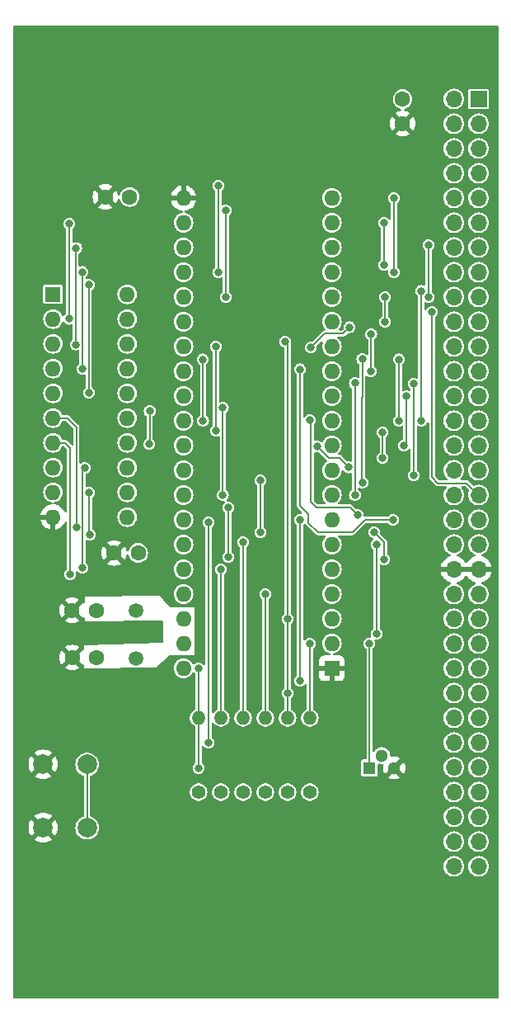
<source format=gbl>
G04 #@! TF.GenerationSoftware,KiCad,Pcbnew,(7.0.0)*
G04 #@! TF.CreationDate,2024-08-24T13:41:39-04:00*
G04 #@! TF.ProjectId,LB-6802-01,4c422d36-3830-4322-9d30-312e6b696361,2*
G04 #@! TF.SameCoordinates,Original*
G04 #@! TF.FileFunction,Copper,L2,Bot*
G04 #@! TF.FilePolarity,Positive*
%FSLAX46Y46*%
G04 Gerber Fmt 4.6, Leading zero omitted, Abs format (unit mm)*
G04 Created by KiCad (PCBNEW (7.0.0)) date 2024-08-24 13:41:39*
%MOMM*%
%LPD*%
G01*
G04 APERTURE LIST*
G04 #@! TA.AperFunction,ComponentPad*
%ADD10R,1.700000X1.700000*%
G04 #@! TD*
G04 #@! TA.AperFunction,ComponentPad*
%ADD11O,1.700000X1.700000*%
G04 #@! TD*
G04 #@! TA.AperFunction,ComponentPad*
%ADD12R,1.600000X1.600000*%
G04 #@! TD*
G04 #@! TA.AperFunction,ComponentPad*
%ADD13O,1.600000X1.600000*%
G04 #@! TD*
G04 #@! TA.AperFunction,ComponentPad*
%ADD14C,1.400000*%
G04 #@! TD*
G04 #@! TA.AperFunction,ComponentPad*
%ADD15O,1.400000X1.400000*%
G04 #@! TD*
G04 #@! TA.AperFunction,ComponentPad*
%ADD16C,1.600000*%
G04 #@! TD*
G04 #@! TA.AperFunction,ComponentPad*
%ADD17C,1.500000*%
G04 #@! TD*
G04 #@! TA.AperFunction,ComponentPad*
%ADD18C,2.000000*%
G04 #@! TD*
G04 #@! TA.AperFunction,ComponentPad*
%ADD19R,1.300000X1.300000*%
G04 #@! TD*
G04 #@! TA.AperFunction,ComponentPad*
%ADD20C,1.300000*%
G04 #@! TD*
G04 #@! TA.AperFunction,ViaPad*
%ADD21C,0.800000*%
G04 #@! TD*
G04 #@! TA.AperFunction,Conductor*
%ADD22C,0.203200*%
G04 #@! TD*
G04 APERTURE END LIST*
D10*
X179889999Y-54614999D03*
D11*
X177349999Y-54614999D03*
X179889999Y-57154999D03*
X177349999Y-57154999D03*
X179889999Y-59694999D03*
X177349999Y-59694999D03*
X179889999Y-62234999D03*
X177349999Y-62234999D03*
X179889999Y-64774999D03*
X177349999Y-64774999D03*
X179889999Y-67314999D03*
X177349999Y-67314999D03*
X179889999Y-69854999D03*
X177349999Y-69854999D03*
X179889999Y-72394999D03*
X177349999Y-72394999D03*
X179889999Y-74934999D03*
X177349999Y-74934999D03*
X179889999Y-77474999D03*
X177349999Y-77474999D03*
X179889999Y-80014999D03*
X177349999Y-80014999D03*
X179889999Y-82554999D03*
X177349999Y-82554999D03*
X179889999Y-85094999D03*
X177349999Y-85094999D03*
X179889999Y-87634999D03*
X177349999Y-87634999D03*
X179889999Y-90174999D03*
X177349999Y-90174999D03*
X179889999Y-92714999D03*
X177349999Y-92714999D03*
X179889999Y-95254999D03*
X177349999Y-95254999D03*
X179889999Y-97794999D03*
X177349999Y-97794999D03*
X179889999Y-100334999D03*
X177349999Y-100334999D03*
X179889999Y-102874999D03*
X177349999Y-102874999D03*
X179889999Y-105414999D03*
X177349999Y-105414999D03*
X179889999Y-107954999D03*
X177349999Y-107954999D03*
X179889999Y-110494999D03*
X177349999Y-110494999D03*
X179889999Y-113034999D03*
X177349999Y-113034999D03*
X179889999Y-115574999D03*
X177349999Y-115574999D03*
X179889999Y-118114999D03*
X177349999Y-118114999D03*
X179889999Y-120654999D03*
X177349999Y-120654999D03*
X179889999Y-123194999D03*
X177349999Y-123194999D03*
X179889999Y-125734999D03*
X177349999Y-125734999D03*
X179889999Y-128274999D03*
X177349999Y-128274999D03*
X179889999Y-130814999D03*
X177349999Y-130814999D03*
X179889999Y-133354999D03*
X177349999Y-133354999D03*
D12*
X164820599Y-113029999D03*
D13*
X164820599Y-110489999D03*
X164820599Y-107949999D03*
X164820599Y-105409999D03*
X164820599Y-102869999D03*
X164820599Y-100329999D03*
X164820599Y-97789999D03*
X164820599Y-95249999D03*
X164820599Y-92709999D03*
X164820599Y-90169999D03*
X164820599Y-87629999D03*
X164820599Y-85089999D03*
X164820599Y-82549999D03*
X164820599Y-80009999D03*
X164820599Y-77469999D03*
X164820599Y-74929999D03*
X164820599Y-72389999D03*
X164820599Y-69849999D03*
X164820599Y-67309999D03*
X164820599Y-64769999D03*
X149580599Y-64769999D03*
X149580599Y-67309999D03*
X149580599Y-69849999D03*
X149580599Y-72389999D03*
X149580599Y-74929999D03*
X149580599Y-77469999D03*
X149580599Y-80009999D03*
X149580599Y-82549999D03*
X149580599Y-85089999D03*
X149580599Y-87629999D03*
X149580599Y-90169999D03*
X149580599Y-92709999D03*
X149580599Y-95249999D03*
X149580599Y-97789999D03*
X149580599Y-100329999D03*
X149580599Y-102869999D03*
X149580599Y-105409999D03*
X149580599Y-107949999D03*
X149580599Y-110489999D03*
X149580599Y-113029999D03*
D14*
X160274000Y-125730000D03*
D15*
X160273999Y-118109999D03*
D14*
X151130000Y-125730000D03*
D15*
X151129999Y-118109999D03*
D14*
X162560000Y-125730000D03*
D15*
X162559999Y-118109999D03*
D14*
X155702000Y-125730000D03*
D15*
X155701999Y-118109999D03*
D14*
X157988000Y-125730000D03*
D15*
X157987999Y-118109999D03*
D16*
X138145200Y-111924000D03*
X140645200Y-111924000D03*
D17*
X144703800Y-112000200D03*
X144703800Y-107120200D03*
D12*
X136169399Y-74650599D03*
D13*
X136169399Y-77190599D03*
X136169399Y-79730599D03*
X136169399Y-82270599D03*
X136169399Y-84810599D03*
X136169399Y-87350599D03*
X136169399Y-89890599D03*
X136169399Y-92430599D03*
X136169399Y-94970599D03*
X136169399Y-97510599D03*
X143789399Y-97510599D03*
X143789399Y-94970599D03*
X143789399Y-92430599D03*
X143789399Y-89890599D03*
X143789399Y-87350599D03*
X143789399Y-84810599D03*
X143789399Y-82270599D03*
X143789399Y-79730599D03*
X143789399Y-77190599D03*
X143789399Y-74650599D03*
D16*
X141548800Y-64668400D03*
X144048800Y-64668400D03*
X172085000Y-57130000D03*
X172085000Y-54630000D03*
D18*
X135164000Y-129386400D03*
X135164000Y-122886400D03*
X139664000Y-129386400D03*
X139664000Y-122886400D03*
D19*
X168681399Y-123245199D03*
D20*
X169951400Y-121975200D03*
X171221400Y-123245200D03*
D14*
X153416000Y-125730000D03*
D15*
X153415999Y-118109999D03*
D16*
X138119800Y-107072600D03*
X140619800Y-107072600D03*
X142432400Y-101193600D03*
X144932400Y-101193600D03*
D21*
X170281600Y-74930000D03*
X170281600Y-77470000D03*
X170027600Y-88805300D03*
X170027600Y-91440000D03*
X173990000Y-74313500D03*
X173990000Y-87630000D03*
X168859200Y-78740000D03*
X175107600Y-76454000D03*
X171196000Y-64770000D03*
X171196000Y-72390000D03*
X137845800Y-67411600D03*
X137845800Y-77165200D03*
X138506200Y-79806800D03*
X138557000Y-69900800D03*
X139192000Y-72364600D03*
X139192000Y-82296000D03*
X153162000Y-72390000D03*
X153162000Y-63500000D03*
X153924000Y-74930000D03*
X139845500Y-73660000D03*
X139852400Y-84734400D03*
X153924000Y-66040000D03*
X167182800Y-95250000D03*
X167182800Y-83769200D03*
X162661600Y-80111600D03*
X166624000Y-78028800D03*
X151587200Y-87630000D03*
X151536400Y-81330800D03*
X167944800Y-81280000D03*
X167944800Y-93980000D03*
X152908000Y-88646000D03*
X152908000Y-80010000D03*
X173228000Y-83820000D03*
X173228000Y-93218000D03*
X172212000Y-90170000D03*
X172466000Y-85090000D03*
X166529300Y-92405200D03*
X163322000Y-90271600D03*
X171704000Y-87630000D03*
X171704000Y-81330800D03*
X153619200Y-95250000D03*
X153619200Y-86309200D03*
X168808400Y-82550000D03*
X174752000Y-69596000D03*
X174752000Y-74930000D03*
X170180000Y-67310000D03*
X170180000Y-71628000D03*
X151130000Y-123245200D03*
X151130000Y-113030000D03*
X168656000Y-110490000D03*
X139446000Y-92456000D03*
X139192000Y-102724500D03*
X157988000Y-105410000D03*
X137922000Y-103378000D03*
X169418000Y-109474000D03*
X155702000Y-100076000D03*
X169418000Y-100330000D03*
X162560000Y-110490000D03*
X139883000Y-94996000D03*
X161544000Y-97790000D03*
X161544000Y-114300000D03*
X139954000Y-99314000D03*
X160020000Y-79502000D03*
X160274000Y-115570000D03*
X160274000Y-107950000D03*
X153416000Y-102870000D03*
X138575500Y-98552000D03*
X152146000Y-98044000D03*
X152146000Y-120650000D03*
X162560000Y-87579200D03*
X146050000Y-90017600D03*
X146100800Y-86614000D03*
X167436800Y-97282000D03*
X171094400Y-97790000D03*
X161544000Y-82346800D03*
X169164000Y-99060000D03*
X157480000Y-93764000D03*
X157480000Y-99060000D03*
X170180000Y-101854000D03*
X154178000Y-101600000D03*
X154178000Y-96520000D03*
D22*
X170281600Y-77470000D02*
X170281600Y-74930000D01*
X170027600Y-91440000D02*
X170027600Y-88805300D01*
X173990000Y-87630000D02*
X173990000Y-74313500D01*
X175107600Y-93421200D02*
X175717200Y-94030800D01*
X175107600Y-76454000D02*
X175107600Y-93421200D01*
X168859200Y-82499200D02*
X168859200Y-78740000D01*
X171196000Y-72390000D02*
X171196000Y-64770000D01*
X137845800Y-77165200D02*
X137845800Y-67411600D01*
X138506200Y-69951600D02*
X138557000Y-69900800D01*
X138506200Y-79806800D02*
X138506200Y-69951600D01*
X153162000Y-63500000D02*
X153162000Y-72390000D01*
X139192000Y-82296000D02*
X139192000Y-72364600D01*
X153924000Y-66040000D02*
X153924000Y-74930000D01*
X139852400Y-73666900D02*
X139845500Y-73660000D01*
X139852400Y-84734400D02*
X139852400Y-73666900D01*
X167182800Y-83769200D02*
X167182800Y-95250000D01*
X162661600Y-80111600D02*
X164084000Y-78689200D01*
X151587200Y-81381600D02*
X151536400Y-81330800D01*
X178665800Y-94030800D02*
X179890000Y-95255000D01*
X164084000Y-78689200D02*
X165963600Y-78689200D01*
X151587200Y-87630000D02*
X151587200Y-81381600D01*
X165963600Y-78689200D02*
X166624000Y-78028800D01*
X175717200Y-94030800D02*
X178665800Y-94030800D01*
X167894000Y-93929200D02*
X167944800Y-93980000D01*
X167894000Y-85242400D02*
X167894000Y-93929200D01*
X167944800Y-85191600D02*
X167894000Y-85242400D01*
X167944800Y-81280000D02*
X167944800Y-85191600D01*
X152908000Y-88646000D02*
X152908000Y-80010000D01*
X173228000Y-93218000D02*
X173228000Y-83820000D01*
X172466000Y-89916000D02*
X172466000Y-85090000D01*
X172212000Y-90170000D02*
X172466000Y-89916000D01*
X166529300Y-92405200D02*
X166529300Y-92361300D01*
X165608000Y-91440000D02*
X164490400Y-91440000D01*
X164490400Y-91440000D02*
X163322000Y-90271600D01*
X166529300Y-92361300D02*
X165608000Y-91440000D01*
X171704000Y-81330800D02*
X171704000Y-87630000D01*
X153619200Y-86309200D02*
X153619200Y-95250000D01*
X168859200Y-82499200D02*
X168808400Y-82550000D01*
X174752000Y-74930000D02*
X174752000Y-69596000D01*
X170180000Y-67310000D02*
X170180000Y-71628000D01*
X151130000Y-118110000D02*
X151130000Y-123245200D01*
X151130000Y-113030000D02*
X151130000Y-118110000D01*
X168681400Y-110515400D02*
X168656000Y-110490000D01*
X139664000Y-122886400D02*
X139664000Y-129386400D01*
X168681400Y-123245200D02*
X168681400Y-110515400D01*
X139229500Y-102687000D02*
X139229500Y-92672500D01*
X139229500Y-92672500D02*
X139446000Y-92456000D01*
X139192000Y-102724500D02*
X139229500Y-102687000D01*
X157988000Y-105410000D02*
X157988000Y-118110000D01*
X137922000Y-90424000D02*
X137388600Y-89890600D01*
X137922000Y-103378000D02*
X137922000Y-90424000D01*
X137388600Y-89890600D02*
X136169400Y-89890600D01*
X169418000Y-109474000D02*
X169418000Y-100330000D01*
X155702000Y-100076000D02*
X155702000Y-118110000D01*
X162560000Y-110490000D02*
X162560000Y-118110000D01*
X161544000Y-114300000D02*
X161544000Y-97790000D01*
X139883000Y-99243000D02*
X139954000Y-99314000D01*
X139883000Y-94996000D02*
X139883000Y-99243000D01*
X160274000Y-107950000D02*
X160274000Y-79756000D01*
X160274000Y-107950000D02*
X160274000Y-118110000D01*
X160274000Y-79756000D02*
X160020000Y-79502000D01*
X153416000Y-102870000D02*
X153416000Y-118110000D01*
X137642600Y-87350600D02*
X136169400Y-87350600D01*
X152146000Y-120650000D02*
X152146000Y-98044000D01*
X138575500Y-98552000D02*
X138575500Y-88283500D01*
X138575500Y-88283500D02*
X137642600Y-87350600D01*
X146100800Y-86614000D02*
X146100800Y-89966800D01*
X162560000Y-87579200D02*
X162668000Y-87687200D01*
X162668000Y-95916800D02*
X163271200Y-96520000D01*
X166674800Y-96520000D02*
X167436800Y-97282000D01*
X162668000Y-87687200D02*
X162668000Y-95916800D01*
X146100800Y-89966800D02*
X146050000Y-90017600D01*
X163271200Y-96520000D02*
X166674800Y-96520000D01*
X161544000Y-96367600D02*
X162407600Y-97231200D01*
X166928800Y-99060000D02*
X168198800Y-97790000D01*
X162407600Y-98094800D02*
X163372800Y-99060000D01*
X161544000Y-82346800D02*
X161544000Y-96367600D01*
X163372800Y-99060000D02*
X166928800Y-99060000D01*
X168198800Y-97790000D02*
X171094400Y-97790000D01*
X162407600Y-97231200D02*
X162407600Y-98094800D01*
X157480000Y-99060000D02*
X157480000Y-93764000D01*
X170180000Y-101854000D02*
X170180000Y-100076000D01*
X170180000Y-100076000D02*
X169164000Y-99060000D01*
X154178000Y-101600000D02*
X154178000Y-96520000D01*
G04 #@! TA.AperFunction,Conductor*
G36*
X181861500Y-47092381D02*
G01*
X181907619Y-47138500D01*
X181924500Y-47201500D01*
X181924500Y-146798500D01*
X181907619Y-146861500D01*
X181861500Y-146907619D01*
X181798500Y-146924500D01*
X132206000Y-146924500D01*
X132143000Y-146907619D01*
X132096881Y-146861500D01*
X132080000Y-146798500D01*
X132080000Y-133355000D01*
X176291202Y-133355000D01*
X176291809Y-133361163D01*
X176310939Y-133555397D01*
X176310940Y-133555405D01*
X176311547Y-133561561D01*
X176371798Y-133760184D01*
X176469642Y-133943237D01*
X176601317Y-134103683D01*
X176761763Y-134235358D01*
X176944816Y-134333202D01*
X177143439Y-134393453D01*
X177350000Y-134413798D01*
X177556561Y-134393453D01*
X177755184Y-134333202D01*
X177938237Y-134235358D01*
X178098683Y-134103683D01*
X178230358Y-133943237D01*
X178328202Y-133760184D01*
X178388453Y-133561561D01*
X178408798Y-133355000D01*
X178831202Y-133355000D01*
X178831809Y-133361163D01*
X178850939Y-133555397D01*
X178850940Y-133555405D01*
X178851547Y-133561561D01*
X178911798Y-133760184D01*
X179009642Y-133943237D01*
X179141317Y-134103683D01*
X179301763Y-134235358D01*
X179484816Y-134333202D01*
X179683439Y-134393453D01*
X179890000Y-134413798D01*
X180096561Y-134393453D01*
X180295184Y-134333202D01*
X180478237Y-134235358D01*
X180638683Y-134103683D01*
X180770358Y-133943237D01*
X180868202Y-133760184D01*
X180928453Y-133561561D01*
X180948798Y-133355000D01*
X180928453Y-133148439D01*
X180868202Y-132949816D01*
X180770358Y-132766763D01*
X180638683Y-132606317D01*
X180478237Y-132474642D01*
X180295184Y-132376798D01*
X180289263Y-132375002D01*
X180289261Y-132375001D01*
X180102483Y-132318343D01*
X180102479Y-132318342D01*
X180096561Y-132316547D01*
X180090405Y-132315940D01*
X180090397Y-132315939D01*
X179896163Y-132296809D01*
X179890000Y-132296202D01*
X179883837Y-132296809D01*
X179689602Y-132315939D01*
X179689592Y-132315940D01*
X179683439Y-132316547D01*
X179677522Y-132318341D01*
X179677516Y-132318343D01*
X179490738Y-132375001D01*
X179490732Y-132375003D01*
X179484816Y-132376798D01*
X179479358Y-132379715D01*
X179479354Y-132379717D01*
X179307222Y-132471724D01*
X179301763Y-132474642D01*
X179296984Y-132478563D01*
X179296978Y-132478568D01*
X179146096Y-132602394D01*
X179146090Y-132602399D01*
X179141317Y-132606317D01*
X179137399Y-132611090D01*
X179137394Y-132611096D01*
X179013568Y-132761978D01*
X179013563Y-132761984D01*
X179009642Y-132766763D01*
X179006724Y-132772221D01*
X179006724Y-132772222D01*
X178914717Y-132944354D01*
X178914715Y-132944358D01*
X178911798Y-132949816D01*
X178910003Y-132955732D01*
X178910001Y-132955738D01*
X178853343Y-133142516D01*
X178853341Y-133142522D01*
X178851547Y-133148439D01*
X178850940Y-133154592D01*
X178850939Y-133154602D01*
X178831809Y-133348837D01*
X178831202Y-133355000D01*
X178408798Y-133355000D01*
X178388453Y-133148439D01*
X178328202Y-132949816D01*
X178230358Y-132766763D01*
X178098683Y-132606317D01*
X177938237Y-132474642D01*
X177755184Y-132376798D01*
X177749263Y-132375002D01*
X177749261Y-132375001D01*
X177562483Y-132318343D01*
X177562479Y-132318342D01*
X177556561Y-132316547D01*
X177550405Y-132315940D01*
X177550397Y-132315939D01*
X177356163Y-132296809D01*
X177350000Y-132296202D01*
X177343837Y-132296809D01*
X177149602Y-132315939D01*
X177149592Y-132315940D01*
X177143439Y-132316547D01*
X177137522Y-132318341D01*
X177137516Y-132318343D01*
X176950738Y-132375001D01*
X176950732Y-132375003D01*
X176944816Y-132376798D01*
X176939358Y-132379715D01*
X176939354Y-132379717D01*
X176767222Y-132471724D01*
X176761763Y-132474642D01*
X176756984Y-132478563D01*
X176756978Y-132478568D01*
X176606096Y-132602394D01*
X176606090Y-132602399D01*
X176601317Y-132606317D01*
X176597399Y-132611090D01*
X176597394Y-132611096D01*
X176473568Y-132761978D01*
X176473563Y-132761984D01*
X176469642Y-132766763D01*
X176466724Y-132772221D01*
X176466724Y-132772222D01*
X176374717Y-132944354D01*
X176374715Y-132944358D01*
X176371798Y-132949816D01*
X176370003Y-132955732D01*
X176370001Y-132955738D01*
X176313343Y-133142516D01*
X176313341Y-133142522D01*
X176311547Y-133148439D01*
X176310940Y-133154592D01*
X176310939Y-133154602D01*
X176291809Y-133348837D01*
X176291202Y-133355000D01*
X132080000Y-133355000D01*
X132080000Y-130619019D01*
X134294183Y-130619019D01*
X134302286Y-130626965D01*
X134473044Y-130731606D01*
X134481839Y-130736087D01*
X134691987Y-130823133D01*
X134701373Y-130826183D01*
X134922554Y-130879284D01*
X134932300Y-130880828D01*
X135159070Y-130898675D01*
X135168930Y-130898675D01*
X135395699Y-130880828D01*
X135405445Y-130879284D01*
X135626626Y-130826183D01*
X135636012Y-130823133D01*
X135655647Y-130815000D01*
X176291202Y-130815000D01*
X176291809Y-130821163D01*
X176310939Y-131015397D01*
X176310940Y-131015405D01*
X176311547Y-131021561D01*
X176371798Y-131220184D01*
X176469642Y-131403237D01*
X176601317Y-131563683D01*
X176761763Y-131695358D01*
X176944816Y-131793202D01*
X177143439Y-131853453D01*
X177350000Y-131873798D01*
X177556561Y-131853453D01*
X177755184Y-131793202D01*
X177938237Y-131695358D01*
X178098683Y-131563683D01*
X178230358Y-131403237D01*
X178328202Y-131220184D01*
X178388453Y-131021561D01*
X178408798Y-130815000D01*
X178831202Y-130815000D01*
X178831809Y-130821163D01*
X178850939Y-131015397D01*
X178850940Y-131015405D01*
X178851547Y-131021561D01*
X178911798Y-131220184D01*
X179009642Y-131403237D01*
X179141317Y-131563683D01*
X179301763Y-131695358D01*
X179484816Y-131793202D01*
X179683439Y-131853453D01*
X179890000Y-131873798D01*
X180096561Y-131853453D01*
X180295184Y-131793202D01*
X180478237Y-131695358D01*
X180638683Y-131563683D01*
X180770358Y-131403237D01*
X180868202Y-131220184D01*
X180928453Y-131021561D01*
X180948798Y-130815000D01*
X180928453Y-130608439D01*
X180868202Y-130409816D01*
X180770358Y-130226763D01*
X180638683Y-130066317D01*
X180585634Y-130022781D01*
X180483021Y-129938568D01*
X180483020Y-129938567D01*
X180478237Y-129934642D01*
X180295184Y-129836798D01*
X180289263Y-129835002D01*
X180289261Y-129835001D01*
X180102483Y-129778343D01*
X180102479Y-129778342D01*
X180096561Y-129776547D01*
X180090405Y-129775940D01*
X180090397Y-129775939D01*
X179896163Y-129756809D01*
X179890000Y-129756202D01*
X179883837Y-129756809D01*
X179689602Y-129775939D01*
X179689592Y-129775940D01*
X179683439Y-129776547D01*
X179677522Y-129778341D01*
X179677516Y-129778343D01*
X179490738Y-129835001D01*
X179490732Y-129835003D01*
X179484816Y-129836798D01*
X179479358Y-129839715D01*
X179479354Y-129839717D01*
X179307222Y-129931724D01*
X179301763Y-129934642D01*
X179296984Y-129938563D01*
X179296978Y-129938568D01*
X179146096Y-130062394D01*
X179146090Y-130062399D01*
X179141317Y-130066317D01*
X179137399Y-130071090D01*
X179137394Y-130071096D01*
X179013568Y-130221978D01*
X179013563Y-130221984D01*
X179009642Y-130226763D01*
X179006724Y-130232221D01*
X179006724Y-130232222D01*
X178914717Y-130404354D01*
X178914715Y-130404358D01*
X178911798Y-130409816D01*
X178910003Y-130415732D01*
X178910001Y-130415738D01*
X178853343Y-130602516D01*
X178853341Y-130602522D01*
X178851547Y-130608439D01*
X178850940Y-130614592D01*
X178850939Y-130614602D01*
X178838974Y-130736087D01*
X178831202Y-130815000D01*
X178408798Y-130815000D01*
X178388453Y-130608439D01*
X178328202Y-130409816D01*
X178230358Y-130226763D01*
X178098683Y-130066317D01*
X178045634Y-130022781D01*
X177943021Y-129938568D01*
X177943020Y-129938567D01*
X177938237Y-129934642D01*
X177755184Y-129836798D01*
X177749263Y-129835002D01*
X177749261Y-129835001D01*
X177562483Y-129778343D01*
X177562479Y-129778342D01*
X177556561Y-129776547D01*
X177550405Y-129775940D01*
X177550397Y-129775939D01*
X177356163Y-129756809D01*
X177350000Y-129756202D01*
X177343837Y-129756809D01*
X177149602Y-129775939D01*
X177149592Y-129775940D01*
X177143439Y-129776547D01*
X177137522Y-129778341D01*
X177137516Y-129778343D01*
X176950738Y-129835001D01*
X176950732Y-129835003D01*
X176944816Y-129836798D01*
X176939358Y-129839715D01*
X176939354Y-129839717D01*
X176767222Y-129931724D01*
X176761763Y-129934642D01*
X176756984Y-129938563D01*
X176756978Y-129938568D01*
X176606096Y-130062394D01*
X176606090Y-130062399D01*
X176601317Y-130066317D01*
X176597399Y-130071090D01*
X176597394Y-130071096D01*
X176473568Y-130221978D01*
X176473563Y-130221984D01*
X176469642Y-130226763D01*
X176466724Y-130232221D01*
X176466724Y-130232222D01*
X176374717Y-130404354D01*
X176374715Y-130404358D01*
X176371798Y-130409816D01*
X176370003Y-130415732D01*
X176370001Y-130415738D01*
X176313343Y-130602516D01*
X176313341Y-130602522D01*
X176311547Y-130608439D01*
X176310940Y-130614592D01*
X176310939Y-130614602D01*
X176298974Y-130736087D01*
X176291202Y-130815000D01*
X135655647Y-130815000D01*
X135846162Y-130736086D01*
X135854957Y-130731605D01*
X136025708Y-130626968D01*
X136033814Y-130619019D01*
X136027787Y-130609397D01*
X135175729Y-129757339D01*
X135163999Y-129750567D01*
X135152271Y-129757338D01*
X134300208Y-130609400D01*
X134294183Y-130619019D01*
X132080000Y-130619019D01*
X132080000Y-129391330D01*
X133651725Y-129391330D01*
X133669571Y-129618099D01*
X133671115Y-129627845D01*
X133724216Y-129849026D01*
X133727266Y-129858412D01*
X133814312Y-130068560D01*
X133818793Y-130077355D01*
X133923433Y-130248112D01*
X133931379Y-130256216D01*
X133940997Y-130250191D01*
X134793059Y-129398130D01*
X134799832Y-129386399D01*
X135528167Y-129386399D01*
X135534939Y-129398129D01*
X136386997Y-130250187D01*
X136396619Y-130256214D01*
X136404568Y-130248108D01*
X136509205Y-130077357D01*
X136513686Y-130068562D01*
X136600733Y-129858412D01*
X136603783Y-129849026D01*
X136656884Y-129627845D01*
X136658428Y-129618099D01*
X136676275Y-129391330D01*
X136676275Y-129386400D01*
X138455143Y-129386400D01*
X138455680Y-129392195D01*
X138475188Y-129602729D01*
X138475189Y-129602736D01*
X138475726Y-129608527D01*
X138477319Y-129614128D01*
X138477320Y-129614130D01*
X138535178Y-129817483D01*
X138535180Y-129817489D01*
X138536774Y-129823090D01*
X138636209Y-130022781D01*
X138639718Y-130027428D01*
X138639719Y-130027429D01*
X138767131Y-130196151D01*
X138767135Y-130196155D01*
X138770644Y-130200802D01*
X138774946Y-130204724D01*
X138774949Y-130204727D01*
X138824817Y-130250187D01*
X138935501Y-130351089D01*
X138940455Y-130354156D01*
X138940456Y-130354157D01*
X139120215Y-130465459D01*
X139120219Y-130465461D01*
X139125166Y-130468524D01*
X139333181Y-130549110D01*
X139552461Y-130590100D01*
X139769711Y-130590100D01*
X139775539Y-130590100D01*
X139994819Y-130549110D01*
X140202834Y-130468524D01*
X140392499Y-130351089D01*
X140557356Y-130200802D01*
X140691791Y-130022781D01*
X140791226Y-129823090D01*
X140852274Y-129608527D01*
X140872857Y-129386400D01*
X140852274Y-129164273D01*
X140791226Y-128949710D01*
X140691791Y-128750019D01*
X140557356Y-128571998D01*
X140553053Y-128568075D01*
X140553050Y-128568072D01*
X140458151Y-128481561D01*
X140392499Y-128421711D01*
X140387545Y-128418644D01*
X140387543Y-128418642D01*
X140207784Y-128307340D01*
X140207776Y-128307336D01*
X140202834Y-128304276D01*
X140197403Y-128302172D01*
X140197401Y-128302171D01*
X140127265Y-128275000D01*
X176291202Y-128275000D01*
X176291809Y-128281163D01*
X176310939Y-128475397D01*
X176310940Y-128475405D01*
X176311547Y-128481561D01*
X176313342Y-128487479D01*
X176313343Y-128487483D01*
X176338980Y-128571998D01*
X176371798Y-128680184D01*
X176469642Y-128863237D01*
X176473567Y-128868020D01*
X176473568Y-128868021D01*
X176594568Y-129015460D01*
X176601317Y-129023683D01*
X176761763Y-129155358D01*
X176944816Y-129253202D01*
X177143439Y-129313453D01*
X177350000Y-129333798D01*
X177556561Y-129313453D01*
X177755184Y-129253202D01*
X177938237Y-129155358D01*
X178098683Y-129023683D01*
X178230358Y-128863237D01*
X178328202Y-128680184D01*
X178388453Y-128481561D01*
X178408798Y-128275000D01*
X178831202Y-128275000D01*
X178831809Y-128281163D01*
X178850939Y-128475397D01*
X178850940Y-128475405D01*
X178851547Y-128481561D01*
X178853342Y-128487479D01*
X178853343Y-128487483D01*
X178878980Y-128571998D01*
X178911798Y-128680184D01*
X179009642Y-128863237D01*
X179013567Y-128868020D01*
X179013568Y-128868021D01*
X179134568Y-129015460D01*
X179141317Y-129023683D01*
X179301763Y-129155358D01*
X179484816Y-129253202D01*
X179683439Y-129313453D01*
X179890000Y-129333798D01*
X180096561Y-129313453D01*
X180295184Y-129253202D01*
X180478237Y-129155358D01*
X180638683Y-129023683D01*
X180770358Y-128863237D01*
X180868202Y-128680184D01*
X180928453Y-128481561D01*
X180948798Y-128275000D01*
X180928453Y-128068439D01*
X180868202Y-127869816D01*
X180770358Y-127686763D01*
X180638683Y-127526317D01*
X180478237Y-127394642D01*
X180295184Y-127296798D01*
X180289263Y-127295002D01*
X180289261Y-127295001D01*
X180102483Y-127238343D01*
X180102479Y-127238342D01*
X180096561Y-127236547D01*
X180090405Y-127235940D01*
X180090397Y-127235939D01*
X179896163Y-127216809D01*
X179890000Y-127216202D01*
X179883837Y-127216809D01*
X179689602Y-127235939D01*
X179689592Y-127235940D01*
X179683439Y-127236547D01*
X179677522Y-127238341D01*
X179677516Y-127238343D01*
X179490738Y-127295001D01*
X179490732Y-127295003D01*
X179484816Y-127296798D01*
X179479358Y-127299715D01*
X179479354Y-127299717D01*
X179307222Y-127391724D01*
X179301763Y-127394642D01*
X179296984Y-127398563D01*
X179296978Y-127398568D01*
X179146096Y-127522394D01*
X179146090Y-127522399D01*
X179141317Y-127526317D01*
X179137399Y-127531090D01*
X179137394Y-127531096D01*
X179013568Y-127681978D01*
X179013563Y-127681984D01*
X179009642Y-127686763D01*
X179006724Y-127692221D01*
X179006724Y-127692222D01*
X178914717Y-127864354D01*
X178914715Y-127864358D01*
X178911798Y-127869816D01*
X178910003Y-127875732D01*
X178910001Y-127875738D01*
X178853343Y-128062516D01*
X178853341Y-128062522D01*
X178851547Y-128068439D01*
X178850940Y-128074592D01*
X178850939Y-128074602D01*
X178834158Y-128244983D01*
X178831202Y-128275000D01*
X178408798Y-128275000D01*
X178388453Y-128068439D01*
X178328202Y-127869816D01*
X178230358Y-127686763D01*
X178098683Y-127526317D01*
X177938237Y-127394642D01*
X177755184Y-127296798D01*
X177749263Y-127295002D01*
X177749261Y-127295001D01*
X177562483Y-127238343D01*
X177562479Y-127238342D01*
X177556561Y-127236547D01*
X177550405Y-127235940D01*
X177550397Y-127235939D01*
X177356163Y-127216809D01*
X177350000Y-127216202D01*
X177343837Y-127216809D01*
X177149602Y-127235939D01*
X177149592Y-127235940D01*
X177143439Y-127236547D01*
X177137522Y-127238341D01*
X177137516Y-127238343D01*
X176950738Y-127295001D01*
X176950732Y-127295003D01*
X176944816Y-127296798D01*
X176939358Y-127299715D01*
X176939354Y-127299717D01*
X176767222Y-127391724D01*
X176761763Y-127394642D01*
X176756984Y-127398563D01*
X176756978Y-127398568D01*
X176606096Y-127522394D01*
X176606090Y-127522399D01*
X176601317Y-127526317D01*
X176597399Y-127531090D01*
X176597394Y-127531096D01*
X176473568Y-127681978D01*
X176473563Y-127681984D01*
X176469642Y-127686763D01*
X176466724Y-127692221D01*
X176466724Y-127692222D01*
X176374717Y-127864354D01*
X176374715Y-127864358D01*
X176371798Y-127869816D01*
X176370003Y-127875732D01*
X176370001Y-127875738D01*
X176313343Y-128062516D01*
X176313341Y-128062522D01*
X176311547Y-128068439D01*
X176310940Y-128074592D01*
X176310939Y-128074602D01*
X176294158Y-128244983D01*
X176291202Y-128275000D01*
X140127265Y-128275000D01*
X140049783Y-128244983D01*
X140007587Y-128217949D01*
X139979266Y-128176605D01*
X139969300Y-128127492D01*
X139969300Y-125730000D01*
X150221322Y-125730000D01*
X150241179Y-125918925D01*
X150299881Y-126099593D01*
X150394864Y-126264108D01*
X150521976Y-126405279D01*
X150675661Y-126516938D01*
X150849203Y-126594204D01*
X151035017Y-126633700D01*
X151218380Y-126633700D01*
X151224983Y-126633700D01*
X151410797Y-126594204D01*
X151584339Y-126516938D01*
X151738024Y-126405279D01*
X151865136Y-126264108D01*
X151960119Y-126099593D01*
X152018821Y-125918925D01*
X152038678Y-125730000D01*
X152507322Y-125730000D01*
X152527179Y-125918925D01*
X152585881Y-126099593D01*
X152680864Y-126264108D01*
X152807976Y-126405279D01*
X152961661Y-126516938D01*
X153135203Y-126594204D01*
X153321017Y-126633700D01*
X153504380Y-126633700D01*
X153510983Y-126633700D01*
X153696797Y-126594204D01*
X153870339Y-126516938D01*
X154024024Y-126405279D01*
X154151136Y-126264108D01*
X154246119Y-126099593D01*
X154304821Y-125918925D01*
X154324678Y-125730000D01*
X154793322Y-125730000D01*
X154813179Y-125918925D01*
X154871881Y-126099593D01*
X154966864Y-126264108D01*
X155093976Y-126405279D01*
X155247661Y-126516938D01*
X155421203Y-126594204D01*
X155607017Y-126633700D01*
X155790380Y-126633700D01*
X155796983Y-126633700D01*
X155982797Y-126594204D01*
X156156339Y-126516938D01*
X156310024Y-126405279D01*
X156437136Y-126264108D01*
X156532119Y-126099593D01*
X156590821Y-125918925D01*
X156610678Y-125730000D01*
X157079322Y-125730000D01*
X157099179Y-125918925D01*
X157157881Y-126099593D01*
X157252864Y-126264108D01*
X157379976Y-126405279D01*
X157533661Y-126516938D01*
X157707203Y-126594204D01*
X157893017Y-126633700D01*
X158076380Y-126633700D01*
X158082983Y-126633700D01*
X158268797Y-126594204D01*
X158442339Y-126516938D01*
X158596024Y-126405279D01*
X158723136Y-126264108D01*
X158818119Y-126099593D01*
X158876821Y-125918925D01*
X158896678Y-125730000D01*
X159365322Y-125730000D01*
X159385179Y-125918925D01*
X159443881Y-126099593D01*
X159538864Y-126264108D01*
X159665976Y-126405279D01*
X159819661Y-126516938D01*
X159993203Y-126594204D01*
X160179017Y-126633700D01*
X160362380Y-126633700D01*
X160368983Y-126633700D01*
X160554797Y-126594204D01*
X160728339Y-126516938D01*
X160882024Y-126405279D01*
X161009136Y-126264108D01*
X161104119Y-126099593D01*
X161162821Y-125918925D01*
X161182678Y-125730000D01*
X161651322Y-125730000D01*
X161671179Y-125918925D01*
X161729881Y-126099593D01*
X161824864Y-126264108D01*
X161951976Y-126405279D01*
X162105661Y-126516938D01*
X162279203Y-126594204D01*
X162465017Y-126633700D01*
X162648380Y-126633700D01*
X162654983Y-126633700D01*
X162840797Y-126594204D01*
X163014339Y-126516938D01*
X163168024Y-126405279D01*
X163295136Y-126264108D01*
X163390119Y-126099593D01*
X163448821Y-125918925D01*
X163468152Y-125735000D01*
X176291202Y-125735000D01*
X176291809Y-125741163D01*
X176310939Y-125935397D01*
X176310940Y-125935405D01*
X176311547Y-125941561D01*
X176313342Y-125947479D01*
X176313343Y-125947483D01*
X176370001Y-126134261D01*
X176371798Y-126140184D01*
X176469642Y-126323237D01*
X176601317Y-126483683D01*
X176761763Y-126615358D01*
X176944816Y-126713202D01*
X177143439Y-126773453D01*
X177350000Y-126793798D01*
X177556561Y-126773453D01*
X177755184Y-126713202D01*
X177938237Y-126615358D01*
X178098683Y-126483683D01*
X178230358Y-126323237D01*
X178328202Y-126140184D01*
X178388453Y-125941561D01*
X178408798Y-125735000D01*
X178831202Y-125735000D01*
X178831809Y-125741163D01*
X178850939Y-125935397D01*
X178850940Y-125935405D01*
X178851547Y-125941561D01*
X178853342Y-125947479D01*
X178853343Y-125947483D01*
X178910001Y-126134261D01*
X178911798Y-126140184D01*
X179009642Y-126323237D01*
X179141317Y-126483683D01*
X179301763Y-126615358D01*
X179484816Y-126713202D01*
X179683439Y-126773453D01*
X179890000Y-126793798D01*
X180096561Y-126773453D01*
X180295184Y-126713202D01*
X180478237Y-126615358D01*
X180638683Y-126483683D01*
X180770358Y-126323237D01*
X180868202Y-126140184D01*
X180928453Y-125941561D01*
X180948798Y-125735000D01*
X180928453Y-125528439D01*
X180868202Y-125329816D01*
X180770358Y-125146763D01*
X180638683Y-124986317D01*
X180478237Y-124854642D01*
X180295184Y-124756798D01*
X180289263Y-124755002D01*
X180289261Y-124755001D01*
X180102483Y-124698343D01*
X180102479Y-124698342D01*
X180096561Y-124696547D01*
X180090405Y-124695940D01*
X180090397Y-124695939D01*
X179896163Y-124676809D01*
X179890000Y-124676202D01*
X179883837Y-124676809D01*
X179689602Y-124695939D01*
X179689592Y-124695940D01*
X179683439Y-124696547D01*
X179677522Y-124698341D01*
X179677516Y-124698343D01*
X179490738Y-124755001D01*
X179490732Y-124755003D01*
X179484816Y-124756798D01*
X179479358Y-124759715D01*
X179479354Y-124759717D01*
X179354787Y-124826300D01*
X179301763Y-124854642D01*
X179296984Y-124858563D01*
X179296978Y-124858568D01*
X179146096Y-124982394D01*
X179146090Y-124982399D01*
X179141317Y-124986317D01*
X179137399Y-124991090D01*
X179137394Y-124991096D01*
X179013568Y-125141978D01*
X179013563Y-125141984D01*
X179009642Y-125146763D01*
X179006724Y-125152221D01*
X179006724Y-125152222D01*
X178914717Y-125324354D01*
X178914715Y-125324358D01*
X178911798Y-125329816D01*
X178910003Y-125335732D01*
X178910001Y-125335738D01*
X178853343Y-125522516D01*
X178853341Y-125522522D01*
X178851547Y-125528439D01*
X178850940Y-125534592D01*
X178850939Y-125534602D01*
X178832341Y-125723435D01*
X178831202Y-125735000D01*
X178408798Y-125735000D01*
X178388453Y-125528439D01*
X178328202Y-125329816D01*
X178230358Y-125146763D01*
X178098683Y-124986317D01*
X177938237Y-124854642D01*
X177755184Y-124756798D01*
X177749263Y-124755002D01*
X177749261Y-124755001D01*
X177562483Y-124698343D01*
X177562479Y-124698342D01*
X177556561Y-124696547D01*
X177550405Y-124695940D01*
X177550397Y-124695939D01*
X177356163Y-124676809D01*
X177350000Y-124676202D01*
X177343837Y-124676809D01*
X177149602Y-124695939D01*
X177149592Y-124695940D01*
X177143439Y-124696547D01*
X177137522Y-124698341D01*
X177137516Y-124698343D01*
X176950738Y-124755001D01*
X176950732Y-124755003D01*
X176944816Y-124756798D01*
X176939358Y-124759715D01*
X176939354Y-124759717D01*
X176814787Y-124826300D01*
X176761763Y-124854642D01*
X176756984Y-124858563D01*
X176756978Y-124858568D01*
X176606096Y-124982394D01*
X176606090Y-124982399D01*
X176601317Y-124986317D01*
X176597399Y-124991090D01*
X176597394Y-124991096D01*
X176473568Y-125141978D01*
X176473563Y-125141984D01*
X176469642Y-125146763D01*
X176466724Y-125152221D01*
X176466724Y-125152222D01*
X176374717Y-125324354D01*
X176374715Y-125324358D01*
X176371798Y-125329816D01*
X176370003Y-125335732D01*
X176370001Y-125335738D01*
X176313343Y-125522516D01*
X176313341Y-125522522D01*
X176311547Y-125528439D01*
X176310940Y-125534592D01*
X176310939Y-125534602D01*
X176292341Y-125723435D01*
X176291202Y-125735000D01*
X163468152Y-125735000D01*
X163468678Y-125730000D01*
X163448821Y-125541075D01*
X163390119Y-125360407D01*
X163295136Y-125195892D01*
X163168024Y-125054721D01*
X163014339Y-124943062D01*
X162840797Y-124865796D01*
X162834344Y-124864424D01*
X162834340Y-124864423D01*
X162661439Y-124827672D01*
X162661436Y-124827671D01*
X162654983Y-124826300D01*
X162465017Y-124826300D01*
X162458564Y-124827671D01*
X162458560Y-124827672D01*
X162285659Y-124864423D01*
X162285652Y-124864425D01*
X162279203Y-124865796D01*
X162273173Y-124868480D01*
X162273172Y-124868481D01*
X162111691Y-124940377D01*
X162111688Y-124940378D01*
X162105661Y-124943062D01*
X162100320Y-124946942D01*
X162100319Y-124946943D01*
X161957315Y-125050841D01*
X161957309Y-125050846D01*
X161951976Y-125054721D01*
X161947566Y-125059617D01*
X161947560Y-125059624D01*
X161829282Y-125190984D01*
X161829276Y-125190991D01*
X161824864Y-125195892D01*
X161821563Y-125201608D01*
X161821561Y-125201612D01*
X161733185Y-125354684D01*
X161729881Y-125360407D01*
X161727839Y-125366689D01*
X161727839Y-125366691D01*
X161675285Y-125528439D01*
X161671179Y-125541075D01*
X161651322Y-125730000D01*
X161182678Y-125730000D01*
X161162821Y-125541075D01*
X161104119Y-125360407D01*
X161009136Y-125195892D01*
X160882024Y-125054721D01*
X160728339Y-124943062D01*
X160554797Y-124865796D01*
X160548344Y-124864424D01*
X160548340Y-124864423D01*
X160375439Y-124827672D01*
X160375436Y-124827671D01*
X160368983Y-124826300D01*
X160179017Y-124826300D01*
X160172564Y-124827671D01*
X160172560Y-124827672D01*
X159999659Y-124864423D01*
X159999652Y-124864425D01*
X159993203Y-124865796D01*
X159987173Y-124868480D01*
X159987172Y-124868481D01*
X159825691Y-124940377D01*
X159825688Y-124940378D01*
X159819661Y-124943062D01*
X159814320Y-124946942D01*
X159814319Y-124946943D01*
X159671315Y-125050841D01*
X159671309Y-125050846D01*
X159665976Y-125054721D01*
X159661566Y-125059617D01*
X159661560Y-125059624D01*
X159543282Y-125190984D01*
X159543276Y-125190991D01*
X159538864Y-125195892D01*
X159535563Y-125201608D01*
X159535561Y-125201612D01*
X159447185Y-125354684D01*
X159443881Y-125360407D01*
X159441839Y-125366689D01*
X159441839Y-125366691D01*
X159389285Y-125528439D01*
X159385179Y-125541075D01*
X159365322Y-125730000D01*
X158896678Y-125730000D01*
X158876821Y-125541075D01*
X158818119Y-125360407D01*
X158723136Y-125195892D01*
X158596024Y-125054721D01*
X158442339Y-124943062D01*
X158268797Y-124865796D01*
X158262344Y-124864424D01*
X158262340Y-124864423D01*
X158089439Y-124827672D01*
X158089436Y-124827671D01*
X158082983Y-124826300D01*
X157893017Y-124826300D01*
X157886564Y-124827671D01*
X157886560Y-124827672D01*
X157713659Y-124864423D01*
X157713652Y-124864425D01*
X157707203Y-124865796D01*
X157701173Y-124868480D01*
X157701172Y-124868481D01*
X157539691Y-124940377D01*
X157539688Y-124940378D01*
X157533661Y-124943062D01*
X157528320Y-124946942D01*
X157528319Y-124946943D01*
X157385315Y-125050841D01*
X157385309Y-125050846D01*
X157379976Y-125054721D01*
X157375566Y-125059617D01*
X157375560Y-125059624D01*
X157257282Y-125190984D01*
X157257276Y-125190991D01*
X157252864Y-125195892D01*
X157249563Y-125201608D01*
X157249561Y-125201612D01*
X157161185Y-125354684D01*
X157157881Y-125360407D01*
X157155839Y-125366689D01*
X157155839Y-125366691D01*
X157103285Y-125528439D01*
X157099179Y-125541075D01*
X157079322Y-125730000D01*
X156610678Y-125730000D01*
X156590821Y-125541075D01*
X156532119Y-125360407D01*
X156437136Y-125195892D01*
X156310024Y-125054721D01*
X156156339Y-124943062D01*
X155982797Y-124865796D01*
X155976344Y-124864424D01*
X155976340Y-124864423D01*
X155803439Y-124827672D01*
X155803436Y-124827671D01*
X155796983Y-124826300D01*
X155607017Y-124826300D01*
X155600564Y-124827671D01*
X155600560Y-124827672D01*
X155427659Y-124864423D01*
X155427652Y-124864425D01*
X155421203Y-124865796D01*
X155415173Y-124868480D01*
X155415172Y-124868481D01*
X155253691Y-124940377D01*
X155253688Y-124940378D01*
X155247661Y-124943062D01*
X155242320Y-124946942D01*
X155242319Y-124946943D01*
X155099315Y-125050841D01*
X155099309Y-125050846D01*
X155093976Y-125054721D01*
X155089566Y-125059617D01*
X155089560Y-125059624D01*
X154971282Y-125190984D01*
X154971276Y-125190991D01*
X154966864Y-125195892D01*
X154963563Y-125201608D01*
X154963561Y-125201612D01*
X154875185Y-125354684D01*
X154871881Y-125360407D01*
X154869839Y-125366689D01*
X154869839Y-125366691D01*
X154817285Y-125528439D01*
X154813179Y-125541075D01*
X154793322Y-125730000D01*
X154324678Y-125730000D01*
X154304821Y-125541075D01*
X154246119Y-125360407D01*
X154151136Y-125195892D01*
X154024024Y-125054721D01*
X153870339Y-124943062D01*
X153696797Y-124865796D01*
X153690344Y-124864424D01*
X153690340Y-124864423D01*
X153517439Y-124827672D01*
X153517436Y-124827671D01*
X153510983Y-124826300D01*
X153321017Y-124826300D01*
X153314564Y-124827671D01*
X153314560Y-124827672D01*
X153141659Y-124864423D01*
X153141652Y-124864425D01*
X153135203Y-124865796D01*
X153129173Y-124868480D01*
X153129172Y-124868481D01*
X152967691Y-124940377D01*
X152967688Y-124940378D01*
X152961661Y-124943062D01*
X152956320Y-124946942D01*
X152956319Y-124946943D01*
X152813315Y-125050841D01*
X152813309Y-125050846D01*
X152807976Y-125054721D01*
X152803566Y-125059617D01*
X152803560Y-125059624D01*
X152685282Y-125190984D01*
X152685276Y-125190991D01*
X152680864Y-125195892D01*
X152677563Y-125201608D01*
X152677561Y-125201612D01*
X152589185Y-125354684D01*
X152585881Y-125360407D01*
X152583839Y-125366689D01*
X152583839Y-125366691D01*
X152531285Y-125528439D01*
X152527179Y-125541075D01*
X152507322Y-125730000D01*
X152038678Y-125730000D01*
X152018821Y-125541075D01*
X151960119Y-125360407D01*
X151865136Y-125195892D01*
X151738024Y-125054721D01*
X151584339Y-124943062D01*
X151410797Y-124865796D01*
X151404344Y-124864424D01*
X151404340Y-124864423D01*
X151231439Y-124827672D01*
X151231436Y-124827671D01*
X151224983Y-124826300D01*
X151035017Y-124826300D01*
X151028564Y-124827671D01*
X151028560Y-124827672D01*
X150855659Y-124864423D01*
X150855652Y-124864425D01*
X150849203Y-124865796D01*
X150843173Y-124868480D01*
X150843172Y-124868481D01*
X150681691Y-124940377D01*
X150681688Y-124940378D01*
X150675661Y-124943062D01*
X150670320Y-124946942D01*
X150670319Y-124946943D01*
X150527315Y-125050841D01*
X150527309Y-125050846D01*
X150521976Y-125054721D01*
X150517566Y-125059617D01*
X150517560Y-125059624D01*
X150399282Y-125190984D01*
X150399276Y-125190991D01*
X150394864Y-125195892D01*
X150391563Y-125201608D01*
X150391561Y-125201612D01*
X150303185Y-125354684D01*
X150299881Y-125360407D01*
X150297839Y-125366689D01*
X150297839Y-125366691D01*
X150245285Y-125528439D01*
X150241179Y-125541075D01*
X150221322Y-125730000D01*
X139969300Y-125730000D01*
X139969300Y-124223265D01*
X170606125Y-124223265D01*
X170614188Y-124231235D01*
X170698073Y-124283174D01*
X170708455Y-124288344D01*
X170897707Y-124361661D01*
X170908865Y-124364836D01*
X171108368Y-124402129D01*
X171119923Y-124403200D01*
X171322877Y-124403200D01*
X171334431Y-124402129D01*
X171533934Y-124364836D01*
X171545092Y-124361661D01*
X171734337Y-124288346D01*
X171744736Y-124283168D01*
X171828607Y-124231237D01*
X171836673Y-124223264D01*
X171830648Y-124213658D01*
X171233129Y-123616139D01*
X171221399Y-123609367D01*
X171209671Y-123616138D01*
X170612150Y-124213658D01*
X170606125Y-124223265D01*
X139969300Y-124223265D01*
X139969300Y-124145308D01*
X139979266Y-124096195D01*
X140007587Y-124054851D01*
X140049783Y-124027817D01*
X140092631Y-124011217D01*
X140202834Y-123968524D01*
X140288852Y-123915264D01*
X167827700Y-123915264D01*
X167828905Y-123921323D01*
X167828906Y-123921330D01*
X167837097Y-123962509D01*
X167837098Y-123962513D01*
X167839519Y-123974680D01*
X167884540Y-124042060D01*
X167951920Y-124087081D01*
X167964089Y-124089501D01*
X167964090Y-124089502D01*
X167984301Y-124093522D01*
X168011336Y-124098900D01*
X169345277Y-124098900D01*
X169351464Y-124098900D01*
X169410880Y-124087081D01*
X169478260Y-124042060D01*
X169523281Y-123974680D01*
X169535100Y-123915264D01*
X169535100Y-122915082D01*
X169547374Y-122860838D01*
X169581806Y-122817162D01*
X169631686Y-122792563D01*
X169687296Y-122791835D01*
X169861673Y-122828900D01*
X169868276Y-122828900D01*
X169969037Y-122828900D01*
X170025200Y-122842110D01*
X170069588Y-122878968D01*
X170092892Y-122931748D01*
X170090227Y-122989383D01*
X170079834Y-123025905D01*
X170077702Y-123037311D01*
X170058977Y-123239394D01*
X170058977Y-123251006D01*
X170077702Y-123453088D01*
X170079836Y-123464500D01*
X170135375Y-123659703D01*
X170139570Y-123670529D01*
X170230033Y-123852203D01*
X170231516Y-123854599D01*
X170240508Y-123861280D01*
X170252869Y-123854519D01*
X170862190Y-123245199D01*
X171585567Y-123245199D01*
X171592339Y-123256929D01*
X172189929Y-123854519D01*
X172202291Y-123861280D01*
X172211282Y-123854600D01*
X172212766Y-123852202D01*
X172303229Y-123670529D01*
X172307424Y-123659703D01*
X172362963Y-123464500D01*
X172365097Y-123453088D01*
X172383823Y-123251006D01*
X172383823Y-123239394D01*
X172379709Y-123195000D01*
X176291202Y-123195000D01*
X176291809Y-123201163D01*
X176310939Y-123395397D01*
X176310940Y-123395405D01*
X176311547Y-123401561D01*
X176313342Y-123407479D01*
X176313343Y-123407483D01*
X176370001Y-123594261D01*
X176371798Y-123600184D01*
X176469642Y-123783237D01*
X176473567Y-123788020D01*
X176473568Y-123788021D01*
X176572916Y-123909077D01*
X176601317Y-123943683D01*
X176761763Y-124075358D01*
X176944816Y-124173202D01*
X177143439Y-124233453D01*
X177350000Y-124253798D01*
X177556561Y-124233453D01*
X177755184Y-124173202D01*
X177938237Y-124075358D01*
X178098683Y-123943683D01*
X178230358Y-123783237D01*
X178328202Y-123600184D01*
X178388453Y-123401561D01*
X178408798Y-123195000D01*
X178831202Y-123195000D01*
X178831809Y-123201163D01*
X178850939Y-123395397D01*
X178850940Y-123395405D01*
X178851547Y-123401561D01*
X178853342Y-123407479D01*
X178853343Y-123407483D01*
X178910001Y-123594261D01*
X178911798Y-123600184D01*
X179009642Y-123783237D01*
X179013567Y-123788020D01*
X179013568Y-123788021D01*
X179112916Y-123909077D01*
X179141317Y-123943683D01*
X179301763Y-124075358D01*
X179484816Y-124173202D01*
X179683439Y-124233453D01*
X179890000Y-124253798D01*
X180096561Y-124233453D01*
X180295184Y-124173202D01*
X180478237Y-124075358D01*
X180638683Y-123943683D01*
X180770358Y-123783237D01*
X180868202Y-123600184D01*
X180928453Y-123401561D01*
X180948798Y-123195000D01*
X180928453Y-122988439D01*
X180868202Y-122789816D01*
X180770358Y-122606763D01*
X180638683Y-122446317D01*
X180571888Y-122391500D01*
X180483021Y-122318568D01*
X180483020Y-122318567D01*
X180478237Y-122314642D01*
X180295184Y-122216798D01*
X180289263Y-122215002D01*
X180289261Y-122215001D01*
X180102483Y-122158343D01*
X180102479Y-122158342D01*
X180096561Y-122156547D01*
X180090405Y-122155940D01*
X180090397Y-122155939D01*
X179896163Y-122136809D01*
X179890000Y-122136202D01*
X179883837Y-122136809D01*
X179689602Y-122155939D01*
X179689592Y-122155940D01*
X179683439Y-122156547D01*
X179677522Y-122158341D01*
X179677516Y-122158343D01*
X179490738Y-122215001D01*
X179490732Y-122215003D01*
X179484816Y-122216798D01*
X179479358Y-122219715D01*
X179479354Y-122219717D01*
X179307222Y-122311724D01*
X179301763Y-122314642D01*
X179296984Y-122318563D01*
X179296978Y-122318568D01*
X179146096Y-122442394D01*
X179146090Y-122442399D01*
X179141317Y-122446317D01*
X179137399Y-122451090D01*
X179137394Y-122451096D01*
X179013568Y-122601978D01*
X179013563Y-122601984D01*
X179009642Y-122606763D01*
X179006724Y-122612221D01*
X179006724Y-122612222D01*
X178914717Y-122784354D01*
X178914715Y-122784358D01*
X178911798Y-122789816D01*
X178910003Y-122795732D01*
X178910001Y-122795738D01*
X178853343Y-122982516D01*
X178853341Y-122982522D01*
X178851547Y-122988439D01*
X178850940Y-122994592D01*
X178850939Y-122994602D01*
X178840973Y-123095791D01*
X178831202Y-123195000D01*
X178408798Y-123195000D01*
X178388453Y-122988439D01*
X178328202Y-122789816D01*
X178230358Y-122606763D01*
X178098683Y-122446317D01*
X178031888Y-122391500D01*
X177943021Y-122318568D01*
X177943020Y-122318567D01*
X177938237Y-122314642D01*
X177755184Y-122216798D01*
X177749263Y-122215002D01*
X177749261Y-122215001D01*
X177562483Y-122158343D01*
X177562479Y-122158342D01*
X177556561Y-122156547D01*
X177550405Y-122155940D01*
X177550397Y-122155939D01*
X177356163Y-122136809D01*
X177350000Y-122136202D01*
X177343837Y-122136809D01*
X177149602Y-122155939D01*
X177149592Y-122155940D01*
X177143439Y-122156547D01*
X177137522Y-122158341D01*
X177137516Y-122158343D01*
X176950738Y-122215001D01*
X176950732Y-122215003D01*
X176944816Y-122216798D01*
X176939358Y-122219715D01*
X176939354Y-122219717D01*
X176767222Y-122311724D01*
X176761763Y-122314642D01*
X176756984Y-122318563D01*
X176756978Y-122318568D01*
X176606096Y-122442394D01*
X176606090Y-122442399D01*
X176601317Y-122446317D01*
X176597399Y-122451090D01*
X176597394Y-122451096D01*
X176473568Y-122601978D01*
X176473563Y-122601984D01*
X176469642Y-122606763D01*
X176466724Y-122612221D01*
X176466724Y-122612222D01*
X176374717Y-122784354D01*
X176374715Y-122784358D01*
X176371798Y-122789816D01*
X176370003Y-122795732D01*
X176370001Y-122795738D01*
X176313343Y-122982516D01*
X176313341Y-122982522D01*
X176311547Y-122988439D01*
X176310940Y-122994592D01*
X176310939Y-122994602D01*
X176300973Y-123095791D01*
X176291202Y-123195000D01*
X172379709Y-123195000D01*
X172365097Y-123037311D01*
X172362963Y-123025899D01*
X172307424Y-122830696D01*
X172303229Y-122819870D01*
X172212768Y-122638199D01*
X172211281Y-122635798D01*
X172202291Y-122629118D01*
X172189928Y-122635880D01*
X171592338Y-123233471D01*
X171585567Y-123245199D01*
X170862190Y-123245199D01*
X171221400Y-122885990D01*
X171221399Y-122885990D01*
X171830648Y-122276740D01*
X171836673Y-122267133D01*
X171828610Y-122259163D01*
X171744726Y-122207225D01*
X171734344Y-122202055D01*
X171545092Y-122128738D01*
X171533934Y-122125563D01*
X171334431Y-122088270D01*
X171322877Y-122087200D01*
X171119923Y-122087200D01*
X171108368Y-122088270D01*
X170957823Y-122116412D01*
X170899810Y-122113638D01*
X170849203Y-122085138D01*
X170816757Y-122036966D01*
X170810520Y-121988370D01*
X170809112Y-121988370D01*
X170809112Y-121981765D01*
X170809802Y-121975200D01*
X170791044Y-121796728D01*
X170744597Y-121653779D01*
X170737631Y-121632340D01*
X170737630Y-121632338D01*
X170735589Y-121626056D01*
X170645862Y-121470644D01*
X170525783Y-121337283D01*
X170380601Y-121231802D01*
X170216661Y-121158811D01*
X170210208Y-121157439D01*
X170210204Y-121157438D01*
X170047583Y-121122872D01*
X170047580Y-121122871D01*
X170041127Y-121121500D01*
X169861673Y-121121500D01*
X169855220Y-121122871D01*
X169855216Y-121122872D01*
X169692595Y-121157438D01*
X169692588Y-121157440D01*
X169686139Y-121158811D01*
X169680109Y-121161495D01*
X169680108Y-121161496D01*
X169528229Y-121229117D01*
X169528227Y-121229118D01*
X169522199Y-121231802D01*
X169516858Y-121235682D01*
X169516857Y-121235683D01*
X169382355Y-121333404D01*
X169382350Y-121333407D01*
X169377017Y-121337283D01*
X169372603Y-121342184D01*
X169372602Y-121342186D01*
X169278573Y-121446616D01*
X169256938Y-121470644D01*
X169253637Y-121476360D01*
X169253635Y-121476364D01*
X169221819Y-121531472D01*
X169175700Y-121577591D01*
X169112700Y-121594472D01*
X169049700Y-121577591D01*
X169003581Y-121531472D01*
X168986700Y-121468472D01*
X168986700Y-120655000D01*
X176291202Y-120655000D01*
X176291809Y-120661163D01*
X176310939Y-120855397D01*
X176310940Y-120855405D01*
X176311547Y-120861561D01*
X176313342Y-120867479D01*
X176313343Y-120867483D01*
X176361594Y-121026545D01*
X176371798Y-121060184D01*
X176469642Y-121243237D01*
X176473567Y-121248020D01*
X176473568Y-121248021D01*
X176550847Y-121342186D01*
X176601317Y-121403683D01*
X176761763Y-121535358D01*
X176944816Y-121633202D01*
X177143439Y-121693453D01*
X177350000Y-121713798D01*
X177556561Y-121693453D01*
X177755184Y-121633202D01*
X177938237Y-121535358D01*
X178098683Y-121403683D01*
X178230358Y-121243237D01*
X178328202Y-121060184D01*
X178388453Y-120861561D01*
X178408798Y-120655000D01*
X178831202Y-120655000D01*
X178831809Y-120661163D01*
X178850939Y-120855397D01*
X178850940Y-120855405D01*
X178851547Y-120861561D01*
X178853342Y-120867479D01*
X178853343Y-120867483D01*
X178901594Y-121026545D01*
X178911798Y-121060184D01*
X179009642Y-121243237D01*
X179013567Y-121248020D01*
X179013568Y-121248021D01*
X179090847Y-121342186D01*
X179141317Y-121403683D01*
X179301763Y-121535358D01*
X179484816Y-121633202D01*
X179683439Y-121693453D01*
X179890000Y-121713798D01*
X180096561Y-121693453D01*
X180295184Y-121633202D01*
X180478237Y-121535358D01*
X180638683Y-121403683D01*
X180770358Y-121243237D01*
X180868202Y-121060184D01*
X180928453Y-120861561D01*
X180948798Y-120655000D01*
X180928453Y-120448439D01*
X180868202Y-120249816D01*
X180770358Y-120066763D01*
X180638683Y-119906317D01*
X180478237Y-119774642D01*
X180295184Y-119676798D01*
X180289263Y-119675002D01*
X180289261Y-119675001D01*
X180102483Y-119618343D01*
X180102479Y-119618342D01*
X180096561Y-119616547D01*
X180090405Y-119615940D01*
X180090397Y-119615939D01*
X179896163Y-119596809D01*
X179890000Y-119596202D01*
X179883837Y-119596809D01*
X179689602Y-119615939D01*
X179689592Y-119615940D01*
X179683439Y-119616547D01*
X179677522Y-119618341D01*
X179677516Y-119618343D01*
X179490738Y-119675001D01*
X179490732Y-119675003D01*
X179484816Y-119676798D01*
X179479358Y-119679715D01*
X179479354Y-119679717D01*
X179307222Y-119771724D01*
X179301763Y-119774642D01*
X179296984Y-119778563D01*
X179296978Y-119778568D01*
X179146096Y-119902394D01*
X179146090Y-119902399D01*
X179141317Y-119906317D01*
X179137399Y-119911090D01*
X179137394Y-119911096D01*
X179013568Y-120061978D01*
X179013563Y-120061984D01*
X179009642Y-120066763D01*
X179006724Y-120072221D01*
X179006724Y-120072222D01*
X178914717Y-120244354D01*
X178914715Y-120244358D01*
X178911798Y-120249816D01*
X178910003Y-120255732D01*
X178910001Y-120255738D01*
X178853343Y-120442516D01*
X178853341Y-120442522D01*
X178851547Y-120448439D01*
X178850940Y-120454592D01*
X178850939Y-120454602D01*
X178846410Y-120500591D01*
X178831202Y-120655000D01*
X178408798Y-120655000D01*
X178388453Y-120448439D01*
X178328202Y-120249816D01*
X178230358Y-120066763D01*
X178098683Y-119906317D01*
X177938237Y-119774642D01*
X177755184Y-119676798D01*
X177749263Y-119675002D01*
X177749261Y-119675001D01*
X177562483Y-119618343D01*
X177562479Y-119618342D01*
X177556561Y-119616547D01*
X177550405Y-119615940D01*
X177550397Y-119615939D01*
X177356163Y-119596809D01*
X177350000Y-119596202D01*
X177343837Y-119596809D01*
X177149602Y-119615939D01*
X177149592Y-119615940D01*
X177143439Y-119616547D01*
X177137522Y-119618341D01*
X177137516Y-119618343D01*
X176950738Y-119675001D01*
X176950732Y-119675003D01*
X176944816Y-119676798D01*
X176939358Y-119679715D01*
X176939354Y-119679717D01*
X176767222Y-119771724D01*
X176761763Y-119774642D01*
X176756984Y-119778563D01*
X176756978Y-119778568D01*
X176606096Y-119902394D01*
X176606090Y-119902399D01*
X176601317Y-119906317D01*
X176597399Y-119911090D01*
X176597394Y-119911096D01*
X176473568Y-120061978D01*
X176473563Y-120061984D01*
X176469642Y-120066763D01*
X176466724Y-120072221D01*
X176466724Y-120072222D01*
X176374717Y-120244354D01*
X176374715Y-120244358D01*
X176371798Y-120249816D01*
X176370003Y-120255732D01*
X176370001Y-120255738D01*
X176313343Y-120442516D01*
X176313341Y-120442522D01*
X176311547Y-120448439D01*
X176310940Y-120454592D01*
X176310939Y-120454602D01*
X176306410Y-120500591D01*
X176291202Y-120655000D01*
X168986700Y-120655000D01*
X168986700Y-118115000D01*
X176291202Y-118115000D01*
X176291809Y-118121163D01*
X176310939Y-118315397D01*
X176310940Y-118315405D01*
X176311547Y-118321561D01*
X176313342Y-118327479D01*
X176313343Y-118327483D01*
X176370001Y-118514261D01*
X176371798Y-118520184D01*
X176469642Y-118703237D01*
X176473567Y-118708020D01*
X176473568Y-118708021D01*
X176595039Y-118856034D01*
X176601317Y-118863683D01*
X176761763Y-118995358D01*
X176944816Y-119093202D01*
X177143439Y-119153453D01*
X177350000Y-119173798D01*
X177556561Y-119153453D01*
X177755184Y-119093202D01*
X177938237Y-118995358D01*
X178098683Y-118863683D01*
X178230358Y-118703237D01*
X178328202Y-118520184D01*
X178388453Y-118321561D01*
X178408798Y-118115000D01*
X178831202Y-118115000D01*
X178831809Y-118121163D01*
X178850939Y-118315397D01*
X178850940Y-118315405D01*
X178851547Y-118321561D01*
X178853342Y-118327479D01*
X178853343Y-118327483D01*
X178910001Y-118514261D01*
X178911798Y-118520184D01*
X179009642Y-118703237D01*
X179013567Y-118708020D01*
X179013568Y-118708021D01*
X179135039Y-118856034D01*
X179141317Y-118863683D01*
X179301763Y-118995358D01*
X179484816Y-119093202D01*
X179683439Y-119153453D01*
X179890000Y-119173798D01*
X180096561Y-119153453D01*
X180295184Y-119093202D01*
X180478237Y-118995358D01*
X180638683Y-118863683D01*
X180770358Y-118703237D01*
X180868202Y-118520184D01*
X180928453Y-118321561D01*
X180948798Y-118115000D01*
X180928453Y-117908439D01*
X180868202Y-117709816D01*
X180770358Y-117526763D01*
X180638683Y-117366317D01*
X180478237Y-117234642D01*
X180295184Y-117136798D01*
X180289263Y-117135002D01*
X180289261Y-117135001D01*
X180102483Y-117078343D01*
X180102479Y-117078342D01*
X180096561Y-117076547D01*
X180090405Y-117075940D01*
X180090397Y-117075939D01*
X179896163Y-117056809D01*
X179890000Y-117056202D01*
X179883837Y-117056809D01*
X179689602Y-117075939D01*
X179689592Y-117075940D01*
X179683439Y-117076547D01*
X179677522Y-117078341D01*
X179677516Y-117078343D01*
X179490738Y-117135001D01*
X179490732Y-117135003D01*
X179484816Y-117136798D01*
X179479358Y-117139715D01*
X179479354Y-117139717D01*
X179325265Y-117222080D01*
X179301763Y-117234642D01*
X179296984Y-117238563D01*
X179296978Y-117238568D01*
X179146096Y-117362394D01*
X179146090Y-117362399D01*
X179141317Y-117366317D01*
X179137399Y-117371090D01*
X179137394Y-117371096D01*
X179013568Y-117521978D01*
X179013563Y-117521984D01*
X179009642Y-117526763D01*
X179006724Y-117532221D01*
X179006724Y-117532222D01*
X178914717Y-117704354D01*
X178914715Y-117704358D01*
X178911798Y-117709816D01*
X178910003Y-117715732D01*
X178910001Y-117715738D01*
X178853343Y-117902516D01*
X178853341Y-117902522D01*
X178851547Y-117908439D01*
X178850940Y-117914592D01*
X178850939Y-117914602D01*
X178832341Y-118103435D01*
X178831202Y-118115000D01*
X178408798Y-118115000D01*
X178388453Y-117908439D01*
X178328202Y-117709816D01*
X178230358Y-117526763D01*
X178098683Y-117366317D01*
X177938237Y-117234642D01*
X177755184Y-117136798D01*
X177749263Y-117135002D01*
X177749261Y-117135001D01*
X177562483Y-117078343D01*
X177562479Y-117078342D01*
X177556561Y-117076547D01*
X177550405Y-117075940D01*
X177550397Y-117075939D01*
X177356163Y-117056809D01*
X177350000Y-117056202D01*
X177343837Y-117056809D01*
X177149602Y-117075939D01*
X177149592Y-117075940D01*
X177143439Y-117076547D01*
X177137522Y-117078341D01*
X177137516Y-117078343D01*
X176950738Y-117135001D01*
X176950732Y-117135003D01*
X176944816Y-117136798D01*
X176939358Y-117139715D01*
X176939354Y-117139717D01*
X176785265Y-117222080D01*
X176761763Y-117234642D01*
X176756984Y-117238563D01*
X176756978Y-117238568D01*
X176606096Y-117362394D01*
X176606090Y-117362399D01*
X176601317Y-117366317D01*
X176597399Y-117371090D01*
X176597394Y-117371096D01*
X176473568Y-117521978D01*
X176473563Y-117521984D01*
X176469642Y-117526763D01*
X176466724Y-117532221D01*
X176466724Y-117532222D01*
X176374717Y-117704354D01*
X176374715Y-117704358D01*
X176371798Y-117709816D01*
X176370003Y-117715732D01*
X176370001Y-117715738D01*
X176313343Y-117902516D01*
X176313341Y-117902522D01*
X176311547Y-117908439D01*
X176310940Y-117914592D01*
X176310939Y-117914602D01*
X176292341Y-118103435D01*
X176291202Y-118115000D01*
X168986700Y-118115000D01*
X168986700Y-115575000D01*
X176291202Y-115575000D01*
X176291809Y-115581163D01*
X176310939Y-115775397D01*
X176310940Y-115775405D01*
X176311547Y-115781561D01*
X176313342Y-115787479D01*
X176313343Y-115787483D01*
X176370001Y-115974261D01*
X176371798Y-115980184D01*
X176469642Y-116163237D01*
X176601317Y-116323683D01*
X176761763Y-116455358D01*
X176944816Y-116553202D01*
X177143439Y-116613453D01*
X177350000Y-116633798D01*
X177556561Y-116613453D01*
X177755184Y-116553202D01*
X177938237Y-116455358D01*
X178098683Y-116323683D01*
X178230358Y-116163237D01*
X178328202Y-115980184D01*
X178388453Y-115781561D01*
X178408798Y-115575000D01*
X178831202Y-115575000D01*
X178831809Y-115581163D01*
X178850939Y-115775397D01*
X178850940Y-115775405D01*
X178851547Y-115781561D01*
X178853342Y-115787479D01*
X178853343Y-115787483D01*
X178910001Y-115974261D01*
X178911798Y-115980184D01*
X179009642Y-116163237D01*
X179141317Y-116323683D01*
X179301763Y-116455358D01*
X179484816Y-116553202D01*
X179683439Y-116613453D01*
X179890000Y-116633798D01*
X180096561Y-116613453D01*
X180295184Y-116553202D01*
X180478237Y-116455358D01*
X180638683Y-116323683D01*
X180770358Y-116163237D01*
X180868202Y-115980184D01*
X180928453Y-115781561D01*
X180948798Y-115575000D01*
X180928453Y-115368439D01*
X180868202Y-115169816D01*
X180770358Y-114986763D01*
X180638683Y-114826317D01*
X180529444Y-114736667D01*
X180483021Y-114698568D01*
X180483020Y-114698567D01*
X180478237Y-114694642D01*
X180295184Y-114596798D01*
X180289263Y-114595002D01*
X180289261Y-114595001D01*
X180102483Y-114538343D01*
X180102479Y-114538342D01*
X180096561Y-114536547D01*
X180090405Y-114535940D01*
X180090397Y-114535939D01*
X179896163Y-114516809D01*
X179890000Y-114516202D01*
X179883837Y-114516809D01*
X179689602Y-114535939D01*
X179689592Y-114535940D01*
X179683439Y-114536547D01*
X179677522Y-114538341D01*
X179677516Y-114538343D01*
X179490738Y-114595001D01*
X179490732Y-114595003D01*
X179484816Y-114596798D01*
X179479358Y-114599715D01*
X179479354Y-114599717D01*
X179335620Y-114676545D01*
X179301763Y-114694642D01*
X179296984Y-114698563D01*
X179296978Y-114698568D01*
X179146096Y-114822394D01*
X179146090Y-114822399D01*
X179141317Y-114826317D01*
X179137399Y-114831090D01*
X179137394Y-114831096D01*
X179013568Y-114981978D01*
X179013563Y-114981984D01*
X179009642Y-114986763D01*
X179006724Y-114992221D01*
X179006724Y-114992222D01*
X178914717Y-115164354D01*
X178914715Y-115164358D01*
X178911798Y-115169816D01*
X178910003Y-115175732D01*
X178910001Y-115175738D01*
X178853343Y-115362516D01*
X178853341Y-115362522D01*
X178851547Y-115368439D01*
X178850940Y-115374592D01*
X178850939Y-115374602D01*
X178846410Y-115420591D01*
X178831202Y-115575000D01*
X178408798Y-115575000D01*
X178388453Y-115368439D01*
X178328202Y-115169816D01*
X178230358Y-114986763D01*
X178098683Y-114826317D01*
X177989444Y-114736667D01*
X177943021Y-114698568D01*
X177943020Y-114698567D01*
X177938237Y-114694642D01*
X177755184Y-114596798D01*
X177749263Y-114595002D01*
X177749261Y-114595001D01*
X177562483Y-114538343D01*
X177562479Y-114538342D01*
X177556561Y-114536547D01*
X177550405Y-114535940D01*
X177550397Y-114535939D01*
X177356163Y-114516809D01*
X177350000Y-114516202D01*
X177343837Y-114516809D01*
X177149602Y-114535939D01*
X177149592Y-114535940D01*
X177143439Y-114536547D01*
X177137522Y-114538341D01*
X177137516Y-114538343D01*
X176950738Y-114595001D01*
X176950732Y-114595003D01*
X176944816Y-114596798D01*
X176939358Y-114599715D01*
X176939354Y-114599717D01*
X176795620Y-114676545D01*
X176761763Y-114694642D01*
X176756984Y-114698563D01*
X176756978Y-114698568D01*
X176606096Y-114822394D01*
X176606090Y-114822399D01*
X176601317Y-114826317D01*
X176597399Y-114831090D01*
X176597394Y-114831096D01*
X176473568Y-114981978D01*
X176473563Y-114981984D01*
X176469642Y-114986763D01*
X176466724Y-114992221D01*
X176466724Y-114992222D01*
X176374717Y-115164354D01*
X176374715Y-115164358D01*
X176371798Y-115169816D01*
X176370003Y-115175732D01*
X176370001Y-115175738D01*
X176313343Y-115362516D01*
X176313341Y-115362522D01*
X176311547Y-115368439D01*
X176310940Y-115374592D01*
X176310939Y-115374602D01*
X176306410Y-115420591D01*
X176291202Y-115575000D01*
X168986700Y-115575000D01*
X168986700Y-113035000D01*
X176291202Y-113035000D01*
X176291809Y-113041163D01*
X176310939Y-113235397D01*
X176310940Y-113235405D01*
X176311547Y-113241561D01*
X176313342Y-113247479D01*
X176313343Y-113247483D01*
X176361043Y-113404729D01*
X176371798Y-113440184D01*
X176469642Y-113623237D01*
X176473567Y-113628020D01*
X176473568Y-113628021D01*
X176592810Y-113773318D01*
X176601317Y-113783683D01*
X176761763Y-113915358D01*
X176944816Y-114013202D01*
X177143439Y-114073453D01*
X177350000Y-114093798D01*
X177556561Y-114073453D01*
X177755184Y-114013202D01*
X177938237Y-113915358D01*
X178098683Y-113783683D01*
X178230358Y-113623237D01*
X178328202Y-113440184D01*
X178388453Y-113241561D01*
X178408798Y-113035000D01*
X178831202Y-113035000D01*
X178831809Y-113041163D01*
X178850939Y-113235397D01*
X178850940Y-113235405D01*
X178851547Y-113241561D01*
X178853342Y-113247479D01*
X178853343Y-113247483D01*
X178901043Y-113404729D01*
X178911798Y-113440184D01*
X179009642Y-113623237D01*
X179013567Y-113628020D01*
X179013568Y-113628021D01*
X179132810Y-113773318D01*
X179141317Y-113783683D01*
X179301763Y-113915358D01*
X179484816Y-114013202D01*
X179683439Y-114073453D01*
X179890000Y-114093798D01*
X180096561Y-114073453D01*
X180295184Y-114013202D01*
X180478237Y-113915358D01*
X180638683Y-113783683D01*
X180770358Y-113623237D01*
X180868202Y-113440184D01*
X180928453Y-113241561D01*
X180948798Y-113035000D01*
X180946411Y-113010770D01*
X180929060Y-112834602D01*
X180928453Y-112828439D01*
X180868202Y-112629816D01*
X180770358Y-112446763D01*
X180638683Y-112286317D01*
X180478237Y-112154642D01*
X180295184Y-112056798D01*
X180289263Y-112055002D01*
X180289261Y-112055001D01*
X180102483Y-111998343D01*
X180102479Y-111998342D01*
X180096561Y-111996547D01*
X180090405Y-111995940D01*
X180090397Y-111995939D01*
X179896163Y-111976809D01*
X179890000Y-111976202D01*
X179883837Y-111976809D01*
X179689602Y-111995939D01*
X179689592Y-111995940D01*
X179683439Y-111996547D01*
X179677522Y-111998341D01*
X179677516Y-111998343D01*
X179490738Y-112055001D01*
X179490732Y-112055003D01*
X179484816Y-112056798D01*
X179479358Y-112059715D01*
X179479354Y-112059717D01*
X179350218Y-112128742D01*
X179301763Y-112154642D01*
X179296984Y-112158563D01*
X179296978Y-112158568D01*
X179146096Y-112282394D01*
X179146090Y-112282399D01*
X179141317Y-112286317D01*
X179137399Y-112291090D01*
X179137394Y-112291096D01*
X179013568Y-112441978D01*
X179013563Y-112441984D01*
X179009642Y-112446763D01*
X179006724Y-112452221D01*
X179006724Y-112452222D01*
X178914717Y-112624354D01*
X178914715Y-112624358D01*
X178911798Y-112629816D01*
X178910003Y-112635732D01*
X178910001Y-112635738D01*
X178853343Y-112822516D01*
X178853341Y-112822522D01*
X178851547Y-112828439D01*
X178850940Y-112834592D01*
X178850939Y-112834602D01*
X178832301Y-113023837D01*
X178831202Y-113035000D01*
X178408798Y-113035000D01*
X178406411Y-113010770D01*
X178389060Y-112834602D01*
X178388453Y-112828439D01*
X178328202Y-112629816D01*
X178230358Y-112446763D01*
X178098683Y-112286317D01*
X177938237Y-112154642D01*
X177755184Y-112056798D01*
X177749263Y-112055002D01*
X177749261Y-112055001D01*
X177562483Y-111998343D01*
X177562479Y-111998342D01*
X177556561Y-111996547D01*
X177550405Y-111995940D01*
X177550397Y-111995939D01*
X177356163Y-111976809D01*
X177350000Y-111976202D01*
X177343837Y-111976809D01*
X177149602Y-111995939D01*
X177149592Y-111995940D01*
X177143439Y-111996547D01*
X177137522Y-111998341D01*
X177137516Y-111998343D01*
X176950738Y-112055001D01*
X176950732Y-112055003D01*
X176944816Y-112056798D01*
X176939358Y-112059715D01*
X176939354Y-112059717D01*
X176810218Y-112128742D01*
X176761763Y-112154642D01*
X176756984Y-112158563D01*
X176756978Y-112158568D01*
X176606096Y-112282394D01*
X176606090Y-112282399D01*
X176601317Y-112286317D01*
X176597399Y-112291090D01*
X176597394Y-112291096D01*
X176473568Y-112441978D01*
X176473563Y-112441984D01*
X176469642Y-112446763D01*
X176466724Y-112452221D01*
X176466724Y-112452222D01*
X176374717Y-112624354D01*
X176374715Y-112624358D01*
X176371798Y-112629816D01*
X176370003Y-112635732D01*
X176370001Y-112635738D01*
X176313343Y-112822516D01*
X176313341Y-112822522D01*
X176311547Y-112828439D01*
X176310940Y-112834592D01*
X176310939Y-112834602D01*
X176292301Y-113023837D01*
X176291202Y-113035000D01*
X168986700Y-113035000D01*
X168986700Y-111059329D01*
X168999694Y-111003600D01*
X169035996Y-110959366D01*
X169086564Y-110920564D01*
X169183331Y-110794455D01*
X169244161Y-110647597D01*
X169264251Y-110495000D01*
X176291202Y-110495000D01*
X176291809Y-110501163D01*
X176310939Y-110695397D01*
X176310940Y-110695405D01*
X176311547Y-110701561D01*
X176313342Y-110707479D01*
X176313343Y-110707483D01*
X176361594Y-110866545D01*
X176371798Y-110900184D01*
X176469642Y-111083237D01*
X176601317Y-111243683D01*
X176761763Y-111375358D01*
X176944816Y-111473202D01*
X177143439Y-111533453D01*
X177350000Y-111553798D01*
X177556561Y-111533453D01*
X177755184Y-111473202D01*
X177938237Y-111375358D01*
X178098683Y-111243683D01*
X178230358Y-111083237D01*
X178328202Y-110900184D01*
X178388453Y-110701561D01*
X178408798Y-110495000D01*
X178831202Y-110495000D01*
X178831809Y-110501163D01*
X178850939Y-110695397D01*
X178850940Y-110695405D01*
X178851547Y-110701561D01*
X178853342Y-110707479D01*
X178853343Y-110707483D01*
X178901594Y-110866545D01*
X178911798Y-110900184D01*
X179009642Y-111083237D01*
X179141317Y-111243683D01*
X179301763Y-111375358D01*
X179484816Y-111473202D01*
X179683439Y-111533453D01*
X179890000Y-111553798D01*
X180096561Y-111533453D01*
X180295184Y-111473202D01*
X180478237Y-111375358D01*
X180638683Y-111243683D01*
X180770358Y-111083237D01*
X180868202Y-110900184D01*
X180928453Y-110701561D01*
X180948798Y-110495000D01*
X180928453Y-110288439D01*
X180868202Y-110089816D01*
X180770358Y-109906763D01*
X180638683Y-109746317D01*
X180488918Y-109623408D01*
X180483021Y-109618568D01*
X180483020Y-109618567D01*
X180478237Y-109614642D01*
X180295184Y-109516798D01*
X180289263Y-109515002D01*
X180289261Y-109515001D01*
X180102483Y-109458343D01*
X180102479Y-109458342D01*
X180096561Y-109456547D01*
X180090405Y-109455940D01*
X180090397Y-109455939D01*
X179896163Y-109436809D01*
X179890000Y-109436202D01*
X179883837Y-109436809D01*
X179689602Y-109455939D01*
X179689592Y-109455940D01*
X179683439Y-109456547D01*
X179677522Y-109458341D01*
X179677516Y-109458343D01*
X179490738Y-109515001D01*
X179490732Y-109515003D01*
X179484816Y-109516798D01*
X179479358Y-109519715D01*
X179479354Y-109519717D01*
X179410692Y-109556418D01*
X179301763Y-109614642D01*
X179296984Y-109618563D01*
X179296978Y-109618568D01*
X179146096Y-109742394D01*
X179146090Y-109742399D01*
X179141317Y-109746317D01*
X179137399Y-109751090D01*
X179137394Y-109751096D01*
X179013568Y-109901978D01*
X179013563Y-109901984D01*
X179009642Y-109906763D01*
X179006724Y-109912221D01*
X179006724Y-109912222D01*
X178914717Y-110084354D01*
X178914715Y-110084358D01*
X178911798Y-110089816D01*
X178910003Y-110095732D01*
X178910001Y-110095738D01*
X178853343Y-110282516D01*
X178853341Y-110282522D01*
X178851547Y-110288439D01*
X178850940Y-110294592D01*
X178850939Y-110294602D01*
X178846410Y-110340591D01*
X178831202Y-110495000D01*
X178408798Y-110495000D01*
X178388453Y-110288439D01*
X178328202Y-110089816D01*
X178230358Y-109906763D01*
X178098683Y-109746317D01*
X177948918Y-109623408D01*
X177943021Y-109618568D01*
X177943020Y-109618567D01*
X177938237Y-109614642D01*
X177755184Y-109516798D01*
X177749263Y-109515002D01*
X177749261Y-109515001D01*
X177562483Y-109458343D01*
X177562479Y-109458342D01*
X177556561Y-109456547D01*
X177550405Y-109455940D01*
X177550397Y-109455939D01*
X177356163Y-109436809D01*
X177350000Y-109436202D01*
X177343837Y-109436809D01*
X177149602Y-109455939D01*
X177149592Y-109455940D01*
X177143439Y-109456547D01*
X177137522Y-109458341D01*
X177137516Y-109458343D01*
X176950738Y-109515001D01*
X176950732Y-109515003D01*
X176944816Y-109516798D01*
X176939358Y-109519715D01*
X176939354Y-109519717D01*
X176870692Y-109556418D01*
X176761763Y-109614642D01*
X176756984Y-109618563D01*
X176756978Y-109618568D01*
X176606096Y-109742394D01*
X176606090Y-109742399D01*
X176601317Y-109746317D01*
X176597399Y-109751090D01*
X176597394Y-109751096D01*
X176473568Y-109901978D01*
X176473563Y-109901984D01*
X176469642Y-109906763D01*
X176466724Y-109912221D01*
X176466724Y-109912222D01*
X176374717Y-110084354D01*
X176374715Y-110084358D01*
X176371798Y-110089816D01*
X176370003Y-110095732D01*
X176370001Y-110095738D01*
X176313343Y-110282516D01*
X176313341Y-110282522D01*
X176311547Y-110288439D01*
X176310940Y-110294592D01*
X176310939Y-110294602D01*
X176306410Y-110340591D01*
X176291202Y-110495000D01*
X169264251Y-110495000D01*
X169264909Y-110490000D01*
X169244161Y-110332403D01*
X169208345Y-110245937D01*
X169199833Y-110181274D01*
X169224793Y-110121016D01*
X169276537Y-110081311D01*
X169341200Y-110072798D01*
X169418000Y-110082909D01*
X169575597Y-110062161D01*
X169722455Y-110001331D01*
X169848564Y-109904564D01*
X169945331Y-109778455D01*
X170006161Y-109631597D01*
X170026909Y-109474000D01*
X170006161Y-109316403D01*
X169945331Y-109169546D01*
X169848564Y-109043436D01*
X169772594Y-108985141D01*
X169736294Y-108940909D01*
X169723300Y-108885181D01*
X169723300Y-107955000D01*
X176291202Y-107955000D01*
X176291809Y-107961163D01*
X176310939Y-108155397D01*
X176310940Y-108155405D01*
X176311547Y-108161561D01*
X176313342Y-108167479D01*
X176313343Y-108167483D01*
X176348326Y-108282806D01*
X176371798Y-108360184D01*
X176469642Y-108543237D01*
X176601317Y-108703683D01*
X176761763Y-108835358D01*
X176944816Y-108933202D01*
X177143439Y-108993453D01*
X177350000Y-109013798D01*
X177556561Y-108993453D01*
X177755184Y-108933202D01*
X177938237Y-108835358D01*
X178098683Y-108703683D01*
X178230358Y-108543237D01*
X178328202Y-108360184D01*
X178388453Y-108161561D01*
X178408798Y-107955000D01*
X178831202Y-107955000D01*
X178831809Y-107961163D01*
X178850939Y-108155397D01*
X178850940Y-108155405D01*
X178851547Y-108161561D01*
X178853342Y-108167479D01*
X178853343Y-108167483D01*
X178888326Y-108282806D01*
X178911798Y-108360184D01*
X179009642Y-108543237D01*
X179141317Y-108703683D01*
X179301763Y-108835358D01*
X179484816Y-108933202D01*
X179683439Y-108993453D01*
X179890000Y-109013798D01*
X180096561Y-108993453D01*
X180295184Y-108933202D01*
X180478237Y-108835358D01*
X180638683Y-108703683D01*
X180770358Y-108543237D01*
X180868202Y-108360184D01*
X180928453Y-108161561D01*
X180948798Y-107955000D01*
X180928453Y-107748439D01*
X180868202Y-107549816D01*
X180770358Y-107366763D01*
X180638683Y-107206317D01*
X180478237Y-107074642D01*
X180295184Y-106976798D01*
X180289263Y-106975002D01*
X180289261Y-106975001D01*
X180102483Y-106918343D01*
X180102479Y-106918342D01*
X180096561Y-106916547D01*
X180090405Y-106915940D01*
X180090397Y-106915939D01*
X179896163Y-106896809D01*
X179890000Y-106896202D01*
X179883837Y-106896809D01*
X179689602Y-106915939D01*
X179689592Y-106915940D01*
X179683439Y-106916547D01*
X179677522Y-106918341D01*
X179677516Y-106918343D01*
X179490738Y-106975001D01*
X179490732Y-106975003D01*
X179484816Y-106976798D01*
X179479358Y-106979715D01*
X179479354Y-106979717D01*
X179315826Y-107067125D01*
X179301763Y-107074642D01*
X179296984Y-107078563D01*
X179296978Y-107078568D01*
X179146096Y-107202394D01*
X179146090Y-107202399D01*
X179141317Y-107206317D01*
X179137399Y-107211090D01*
X179137394Y-107211096D01*
X179013568Y-107361978D01*
X179013563Y-107361984D01*
X179009642Y-107366763D01*
X179006724Y-107372221D01*
X179006724Y-107372222D01*
X178914717Y-107544354D01*
X178914715Y-107544358D01*
X178911798Y-107549816D01*
X178910003Y-107555732D01*
X178910001Y-107555738D01*
X178853343Y-107742516D01*
X178853341Y-107742522D01*
X178851547Y-107748439D01*
X178850940Y-107754592D01*
X178850939Y-107754602D01*
X178832501Y-107941812D01*
X178831202Y-107955000D01*
X178408798Y-107955000D01*
X178388453Y-107748439D01*
X178328202Y-107549816D01*
X178230358Y-107366763D01*
X178098683Y-107206317D01*
X177938237Y-107074642D01*
X177755184Y-106976798D01*
X177749263Y-106975002D01*
X177749261Y-106975001D01*
X177562483Y-106918343D01*
X177562479Y-106918342D01*
X177556561Y-106916547D01*
X177550405Y-106915940D01*
X177550397Y-106915939D01*
X177356163Y-106896809D01*
X177350000Y-106896202D01*
X177343837Y-106896809D01*
X177149602Y-106915939D01*
X177149592Y-106915940D01*
X177143439Y-106916547D01*
X177137522Y-106918341D01*
X177137516Y-106918343D01*
X176950738Y-106975001D01*
X176950732Y-106975003D01*
X176944816Y-106976798D01*
X176939358Y-106979715D01*
X176939354Y-106979717D01*
X176775826Y-107067125D01*
X176761763Y-107074642D01*
X176756984Y-107078563D01*
X176756978Y-107078568D01*
X176606096Y-107202394D01*
X176606090Y-107202399D01*
X176601317Y-107206317D01*
X176597399Y-107211090D01*
X176597394Y-107211096D01*
X176473568Y-107361978D01*
X176473563Y-107361984D01*
X176469642Y-107366763D01*
X176466724Y-107372221D01*
X176466724Y-107372222D01*
X176374717Y-107544354D01*
X176374715Y-107544358D01*
X176371798Y-107549816D01*
X176370003Y-107555732D01*
X176370001Y-107555738D01*
X176313343Y-107742516D01*
X176313341Y-107742522D01*
X176311547Y-107748439D01*
X176310940Y-107754592D01*
X176310939Y-107754602D01*
X176292501Y-107941812D01*
X176291202Y-107955000D01*
X169723300Y-107955000D01*
X169723300Y-103131565D01*
X176016751Y-103131565D01*
X176016986Y-103142943D01*
X176059900Y-103312408D01*
X176063270Y-103322223D01*
X176149488Y-103518778D01*
X176154431Y-103527913D01*
X176271822Y-103707593D01*
X176278210Y-103715799D01*
X176423567Y-103873700D01*
X176431211Y-103880737D01*
X176600588Y-104012568D01*
X176609281Y-104018247D01*
X176798042Y-104120400D01*
X176807559Y-104124575D01*
X176986059Y-104185854D01*
X177038463Y-104220362D01*
X177067726Y-104275866D01*
X177066592Y-104338601D01*
X177035341Y-104393010D01*
X176981724Y-104425601D01*
X176950745Y-104434998D01*
X176950731Y-104435003D01*
X176944816Y-104436798D01*
X176939358Y-104439715D01*
X176939354Y-104439717D01*
X176870692Y-104476418D01*
X176761763Y-104534642D01*
X176756984Y-104538563D01*
X176756978Y-104538568D01*
X176606096Y-104662394D01*
X176606090Y-104662399D01*
X176601317Y-104666317D01*
X176597399Y-104671090D01*
X176597394Y-104671096D01*
X176473568Y-104821978D01*
X176473563Y-104821984D01*
X176469642Y-104826763D01*
X176466724Y-104832221D01*
X176466724Y-104832222D01*
X176374717Y-105004354D01*
X176374715Y-105004358D01*
X176371798Y-105009816D01*
X176370003Y-105015732D01*
X176370001Y-105015738D01*
X176313343Y-105202516D01*
X176313341Y-105202522D01*
X176311547Y-105208439D01*
X176310940Y-105214592D01*
X176310939Y-105214602D01*
X176306410Y-105260591D01*
X176291202Y-105415000D01*
X176291809Y-105421163D01*
X176310939Y-105615397D01*
X176310940Y-105615405D01*
X176311547Y-105621561D01*
X176313342Y-105627479D01*
X176313343Y-105627483D01*
X176359904Y-105780974D01*
X176371798Y-105820184D01*
X176469642Y-106003237D01*
X176601317Y-106163683D01*
X176761763Y-106295358D01*
X176944816Y-106393202D01*
X177143439Y-106453453D01*
X177350000Y-106473798D01*
X177556561Y-106453453D01*
X177755184Y-106393202D01*
X177938237Y-106295358D01*
X178098683Y-106163683D01*
X178230358Y-106003237D01*
X178328202Y-105820184D01*
X178388453Y-105621561D01*
X178408798Y-105415000D01*
X178388453Y-105208439D01*
X178328202Y-105009816D01*
X178230358Y-104826763D01*
X178098683Y-104666317D01*
X177938237Y-104534642D01*
X177755184Y-104436798D01*
X177749262Y-104435001D01*
X177749251Y-104434997D01*
X177718276Y-104425601D01*
X177664658Y-104393011D01*
X177633407Y-104338601D01*
X177632273Y-104275866D01*
X177661536Y-104220362D01*
X177713940Y-104185854D01*
X177892440Y-104124575D01*
X177901957Y-104120400D01*
X178090718Y-104018247D01*
X178099411Y-104012568D01*
X178268788Y-103880737D01*
X178276432Y-103873700D01*
X178421789Y-103715799D01*
X178428177Y-103707593D01*
X178514517Y-103575441D01*
X178560031Y-103533543D01*
X178620000Y-103518357D01*
X178679969Y-103533543D01*
X178725483Y-103575441D01*
X178811822Y-103707593D01*
X178818210Y-103715799D01*
X178963567Y-103873700D01*
X178971211Y-103880737D01*
X179140588Y-104012568D01*
X179149281Y-104018247D01*
X179338042Y-104120400D01*
X179347559Y-104124575D01*
X179526059Y-104185854D01*
X179578463Y-104220362D01*
X179607726Y-104275866D01*
X179606592Y-104338601D01*
X179575341Y-104393010D01*
X179521724Y-104425601D01*
X179490745Y-104434998D01*
X179490731Y-104435003D01*
X179484816Y-104436798D01*
X179479358Y-104439715D01*
X179479354Y-104439717D01*
X179410692Y-104476418D01*
X179301763Y-104534642D01*
X179296984Y-104538563D01*
X179296978Y-104538568D01*
X179146096Y-104662394D01*
X179146090Y-104662399D01*
X179141317Y-104666317D01*
X179137399Y-104671090D01*
X179137394Y-104671096D01*
X179013568Y-104821978D01*
X179013563Y-104821984D01*
X179009642Y-104826763D01*
X179006724Y-104832221D01*
X179006724Y-104832222D01*
X178914717Y-105004354D01*
X178914715Y-105004358D01*
X178911798Y-105009816D01*
X178910003Y-105015732D01*
X178910001Y-105015738D01*
X178853343Y-105202516D01*
X178853341Y-105202522D01*
X178851547Y-105208439D01*
X178850940Y-105214592D01*
X178850939Y-105214602D01*
X178846410Y-105260591D01*
X178831202Y-105415000D01*
X178831809Y-105421163D01*
X178850939Y-105615397D01*
X178850940Y-105615405D01*
X178851547Y-105621561D01*
X178853342Y-105627479D01*
X178853343Y-105627483D01*
X178899904Y-105780974D01*
X178911798Y-105820184D01*
X179009642Y-106003237D01*
X179141317Y-106163683D01*
X179301763Y-106295358D01*
X179484816Y-106393202D01*
X179683439Y-106453453D01*
X179890000Y-106473798D01*
X180096561Y-106453453D01*
X180295184Y-106393202D01*
X180478237Y-106295358D01*
X180638683Y-106163683D01*
X180770358Y-106003237D01*
X180868202Y-105820184D01*
X180928453Y-105621561D01*
X180948798Y-105415000D01*
X180928453Y-105208439D01*
X180868202Y-105009816D01*
X180770358Y-104826763D01*
X180638683Y-104666317D01*
X180478237Y-104534642D01*
X180295184Y-104436798D01*
X180289262Y-104435001D01*
X180289251Y-104434997D01*
X180258276Y-104425601D01*
X180204658Y-104393011D01*
X180173407Y-104338601D01*
X180172273Y-104275866D01*
X180201536Y-104220362D01*
X180253940Y-104185854D01*
X180432440Y-104124575D01*
X180441957Y-104120400D01*
X180630718Y-104018247D01*
X180639411Y-104012568D01*
X180808788Y-103880737D01*
X180816432Y-103873700D01*
X180961789Y-103715799D01*
X180968177Y-103707593D01*
X181085568Y-103527913D01*
X181090511Y-103518778D01*
X181176729Y-103322223D01*
X181180099Y-103312408D01*
X181223013Y-103142943D01*
X181223248Y-103131565D01*
X181212160Y-103129000D01*
X176027840Y-103129000D01*
X176016751Y-103131565D01*
X169723300Y-103131565D01*
X169723300Y-102618434D01*
X176016751Y-102618434D01*
X176027840Y-102621000D01*
X181212160Y-102621000D01*
X181223248Y-102618434D01*
X181223013Y-102607056D01*
X181180099Y-102437591D01*
X181176729Y-102427776D01*
X181090511Y-102231221D01*
X181085568Y-102222086D01*
X180968177Y-102042406D01*
X180961789Y-102034200D01*
X180816432Y-101876299D01*
X180808788Y-101869262D01*
X180639411Y-101737431D01*
X180630718Y-101731752D01*
X180441957Y-101629599D01*
X180432443Y-101625426D01*
X180253939Y-101564145D01*
X180201535Y-101529636D01*
X180172273Y-101474131D01*
X180173408Y-101411396D01*
X180204660Y-101356987D01*
X180258279Y-101324397D01*
X180289253Y-101315001D01*
X180289251Y-101315001D01*
X180295184Y-101313202D01*
X180478237Y-101215358D01*
X180638683Y-101083683D01*
X180770358Y-100923237D01*
X180868202Y-100740184D01*
X180928453Y-100541561D01*
X180948798Y-100335000D01*
X180928453Y-100128439D01*
X180868202Y-99929816D01*
X180770358Y-99746763D01*
X180638683Y-99586317D01*
X180488918Y-99463408D01*
X180483021Y-99458568D01*
X180483020Y-99458567D01*
X180478237Y-99454642D01*
X180295184Y-99356798D01*
X180289263Y-99355002D01*
X180289261Y-99355001D01*
X180102483Y-99298343D01*
X180102479Y-99298342D01*
X180096561Y-99296547D01*
X180090405Y-99295940D01*
X180090397Y-99295939D01*
X179896163Y-99276809D01*
X179890000Y-99276202D01*
X179883837Y-99276809D01*
X179689602Y-99295939D01*
X179689592Y-99295940D01*
X179683439Y-99296547D01*
X179677522Y-99298341D01*
X179677516Y-99298343D01*
X179490738Y-99355001D01*
X179490732Y-99355003D01*
X179484816Y-99356798D01*
X179479358Y-99359715D01*
X179479354Y-99359717D01*
X179410692Y-99396418D01*
X179301763Y-99454642D01*
X179296984Y-99458563D01*
X179296978Y-99458568D01*
X179146096Y-99582394D01*
X179146090Y-99582399D01*
X179141317Y-99586317D01*
X179137399Y-99591090D01*
X179137394Y-99591096D01*
X179013568Y-99741978D01*
X179013563Y-99741984D01*
X179009642Y-99746763D01*
X179006724Y-99752221D01*
X179006724Y-99752222D01*
X178914717Y-99924354D01*
X178914715Y-99924358D01*
X178911798Y-99929816D01*
X178910003Y-99935732D01*
X178910001Y-99935738D01*
X178853343Y-100122516D01*
X178853341Y-100122522D01*
X178851547Y-100128439D01*
X178850940Y-100134592D01*
X178850939Y-100134602D01*
X178840438Y-100241226D01*
X178831202Y-100335000D01*
X178831809Y-100341163D01*
X178850939Y-100535397D01*
X178850940Y-100535405D01*
X178851547Y-100541561D01*
X178853342Y-100547479D01*
X178853343Y-100547483D01*
X178902652Y-100710033D01*
X178911798Y-100740184D01*
X179009642Y-100923237D01*
X179013567Y-100928020D01*
X179013568Y-100928021D01*
X179132810Y-101073318D01*
X179141317Y-101083683D01*
X179301763Y-101215358D01*
X179484816Y-101313202D01*
X179490742Y-101314999D01*
X179490743Y-101315000D01*
X179521721Y-101324397D01*
X179575339Y-101356987D01*
X179606591Y-101411396D01*
X179607726Y-101474132D01*
X179578464Y-101529636D01*
X179526060Y-101564145D01*
X179347556Y-101625426D01*
X179338042Y-101629599D01*
X179149281Y-101731752D01*
X179140588Y-101737431D01*
X178971211Y-101869262D01*
X178963567Y-101876299D01*
X178818210Y-102034200D01*
X178811822Y-102042407D01*
X178725483Y-102174558D01*
X178679969Y-102216456D01*
X178620000Y-102231642D01*
X178560031Y-102216456D01*
X178514517Y-102174558D01*
X178428177Y-102042407D01*
X178421789Y-102034200D01*
X178276432Y-101876299D01*
X178268788Y-101869262D01*
X178099411Y-101737431D01*
X178090718Y-101731752D01*
X177901957Y-101629599D01*
X177892443Y-101625426D01*
X177713939Y-101564145D01*
X177661535Y-101529636D01*
X177632273Y-101474131D01*
X177633408Y-101411396D01*
X177664660Y-101356987D01*
X177718279Y-101324397D01*
X177749253Y-101315001D01*
X177749251Y-101315001D01*
X177755184Y-101313202D01*
X177938237Y-101215358D01*
X178098683Y-101083683D01*
X178230358Y-100923237D01*
X178328202Y-100740184D01*
X178388453Y-100541561D01*
X178408798Y-100335000D01*
X178388453Y-100128439D01*
X178328202Y-99929816D01*
X178230358Y-99746763D01*
X178098683Y-99586317D01*
X177948918Y-99463408D01*
X177943021Y-99458568D01*
X177943020Y-99458567D01*
X177938237Y-99454642D01*
X177755184Y-99356798D01*
X177749263Y-99355002D01*
X177749261Y-99355001D01*
X177562483Y-99298343D01*
X177562479Y-99298342D01*
X177556561Y-99296547D01*
X177550405Y-99295940D01*
X177550397Y-99295939D01*
X177356163Y-99276809D01*
X177350000Y-99276202D01*
X177343837Y-99276809D01*
X177149602Y-99295939D01*
X177149592Y-99295940D01*
X177143439Y-99296547D01*
X177137522Y-99298341D01*
X177137516Y-99298343D01*
X176950738Y-99355001D01*
X176950732Y-99355003D01*
X176944816Y-99356798D01*
X176939358Y-99359715D01*
X176939354Y-99359717D01*
X176870692Y-99396418D01*
X176761763Y-99454642D01*
X176756984Y-99458563D01*
X176756978Y-99458568D01*
X176606096Y-99582394D01*
X176606090Y-99582399D01*
X176601317Y-99586317D01*
X176597399Y-99591090D01*
X176597394Y-99591096D01*
X176473568Y-99741978D01*
X176473563Y-99741984D01*
X176469642Y-99746763D01*
X176466724Y-99752221D01*
X176466724Y-99752222D01*
X176374717Y-99924354D01*
X176374715Y-99924358D01*
X176371798Y-99929816D01*
X176370003Y-99935732D01*
X176370001Y-99935738D01*
X176313343Y-100122516D01*
X176313341Y-100122522D01*
X176311547Y-100128439D01*
X176310940Y-100134592D01*
X176310939Y-100134602D01*
X176300438Y-100241226D01*
X176291202Y-100335000D01*
X176291809Y-100341163D01*
X176310939Y-100535397D01*
X176310940Y-100535405D01*
X176311547Y-100541561D01*
X176313342Y-100547479D01*
X176313343Y-100547483D01*
X176362652Y-100710033D01*
X176371798Y-100740184D01*
X176469642Y-100923237D01*
X176473567Y-100928020D01*
X176473568Y-100928021D01*
X176592810Y-101073318D01*
X176601317Y-101083683D01*
X176761763Y-101215358D01*
X176944816Y-101313202D01*
X176950742Y-101314999D01*
X176950743Y-101315000D01*
X176981721Y-101324397D01*
X177035339Y-101356987D01*
X177066591Y-101411396D01*
X177067726Y-101474132D01*
X177038464Y-101529636D01*
X176986060Y-101564145D01*
X176807556Y-101625426D01*
X176798042Y-101629599D01*
X176609281Y-101731752D01*
X176600588Y-101737431D01*
X176431211Y-101869262D01*
X176423567Y-101876299D01*
X176278210Y-102034200D01*
X176271822Y-102042406D01*
X176154431Y-102222086D01*
X176149488Y-102231221D01*
X176063270Y-102427776D01*
X176059900Y-102437591D01*
X176016986Y-102607056D01*
X176016751Y-102618434D01*
X169723300Y-102618434D01*
X169723300Y-102506841D01*
X169738178Y-102447445D01*
X169779298Y-102402076D01*
X169836950Y-102381448D01*
X169897516Y-102390431D01*
X170022403Y-102442161D01*
X170180000Y-102462909D01*
X170337597Y-102442161D01*
X170484455Y-102381331D01*
X170610564Y-102284564D01*
X170707331Y-102158455D01*
X170768161Y-102011597D01*
X170788909Y-101854000D01*
X170768161Y-101696403D01*
X170707331Y-101549546D01*
X170649463Y-101474131D01*
X170615590Y-101429986D01*
X170615589Y-101429985D01*
X170610564Y-101423436D01*
X170534594Y-101365141D01*
X170498294Y-101320909D01*
X170485300Y-101265181D01*
X170485300Y-100128688D01*
X170485552Y-100125048D01*
X170487610Y-100118910D01*
X170485434Y-100071849D01*
X170485300Y-100066029D01*
X170485300Y-100053536D01*
X170485300Y-100047711D01*
X170484229Y-100041982D01*
X170484146Y-100041085D01*
X170483743Y-100035300D01*
X170482338Y-100004891D01*
X170477622Y-99994211D01*
X170475850Y-99986675D01*
X170474559Y-99982506D01*
X170471760Y-99975282D01*
X170469615Y-99963803D01*
X170455329Y-99940732D01*
X170447195Y-99925303D01*
X170436234Y-99900475D01*
X170427974Y-99892215D01*
X170423603Y-99885834D01*
X170420880Y-99882396D01*
X170415673Y-99876684D01*
X170409527Y-99866758D01*
X170387871Y-99850404D01*
X170374708Y-99838949D01*
X169796237Y-99260478D01*
X169766019Y-99211884D01*
X169760410Y-99154936D01*
X169761222Y-99148773D01*
X169772909Y-99060000D01*
X169752161Y-98902403D01*
X169691331Y-98755546D01*
X169683322Y-98745109D01*
X169599590Y-98635986D01*
X169599589Y-98635985D01*
X169594564Y-98629436D01*
X169482809Y-98543683D01*
X169475008Y-98537697D01*
X169475005Y-98537695D01*
X169468455Y-98532669D01*
X169460828Y-98529510D01*
X169460825Y-98529508D01*
X169329226Y-98474999D01*
X169329225Y-98474998D01*
X169321597Y-98471839D01*
X169313414Y-98470761D01*
X169313408Y-98470760D01*
X169172188Y-98452169D01*
X169164000Y-98451091D01*
X169155812Y-98452169D01*
X169014591Y-98470760D01*
X169014583Y-98470762D01*
X169006403Y-98471839D01*
X168998776Y-98474998D01*
X168998773Y-98474999D01*
X168867175Y-98529508D01*
X168867169Y-98529511D01*
X168859546Y-98532669D01*
X168853001Y-98537690D01*
X168852994Y-98537695D01*
X168739981Y-98624413D01*
X168739977Y-98624416D01*
X168733436Y-98629436D01*
X168728416Y-98635977D01*
X168728413Y-98635981D01*
X168641695Y-98748994D01*
X168641690Y-98749001D01*
X168636669Y-98755546D01*
X168633511Y-98763169D01*
X168633508Y-98763175D01*
X168587307Y-98874716D01*
X168575839Y-98902403D01*
X168574762Y-98910583D01*
X168574760Y-98910591D01*
X168562596Y-99002994D01*
X168555091Y-99060000D01*
X168556169Y-99068187D01*
X168556169Y-99068188D01*
X168574760Y-99209408D01*
X168574761Y-99209414D01*
X168575839Y-99217597D01*
X168578998Y-99225225D01*
X168578999Y-99225226D01*
X168633508Y-99356825D01*
X168633510Y-99356828D01*
X168636669Y-99364455D01*
X168641696Y-99371006D01*
X168641697Y-99371008D01*
X168718882Y-99471597D01*
X168733436Y-99490564D01*
X168859545Y-99587331D01*
X168987697Y-99640413D01*
X169005126Y-99647632D01*
X169056870Y-99687337D01*
X169081830Y-99747595D01*
X169073317Y-99812259D01*
X169033612Y-99864004D01*
X168993981Y-99894413D01*
X168993977Y-99894416D01*
X168987436Y-99899436D01*
X168982416Y-99905977D01*
X168982413Y-99905981D01*
X168895695Y-100018994D01*
X168895690Y-100019001D01*
X168890669Y-100025546D01*
X168887511Y-100033169D01*
X168887508Y-100033175D01*
X168843507Y-100139405D01*
X168829839Y-100172403D01*
X168828762Y-100180583D01*
X168828760Y-100180591D01*
X168810717Y-100317644D01*
X168809091Y-100330000D01*
X168810169Y-100338188D01*
X168828760Y-100479408D01*
X168828761Y-100479414D01*
X168829839Y-100487597D01*
X168832998Y-100495225D01*
X168832999Y-100495226D01*
X168887508Y-100626825D01*
X168887510Y-100626828D01*
X168890669Y-100634455D01*
X168895696Y-100641006D01*
X168895697Y-100641008D01*
X168982409Y-100754013D01*
X168987436Y-100760564D01*
X169063405Y-100818858D01*
X169099706Y-100863091D01*
X169112700Y-100918819D01*
X169112700Y-108885181D01*
X169099706Y-108940910D01*
X169063404Y-108985144D01*
X168993981Y-109038413D01*
X168993977Y-109038416D01*
X168987436Y-109043436D01*
X168982416Y-109049977D01*
X168982413Y-109049981D01*
X168895695Y-109162994D01*
X168895690Y-109163001D01*
X168890669Y-109169546D01*
X168887511Y-109177169D01*
X168887508Y-109177175D01*
X168832999Y-109308773D01*
X168829839Y-109316403D01*
X168828762Y-109324583D01*
X168828760Y-109324591D01*
X168814067Y-109436202D01*
X168809091Y-109474000D01*
X168810169Y-109482188D01*
X168828760Y-109623408D01*
X168828761Y-109623414D01*
X168829839Y-109631597D01*
X168832999Y-109639226D01*
X168833000Y-109639229D01*
X168865653Y-109718062D01*
X168874166Y-109782726D01*
X168849207Y-109842983D01*
X168797463Y-109882688D01*
X168732799Y-109891201D01*
X168664190Y-109882169D01*
X168664188Y-109882169D01*
X168656000Y-109881091D01*
X168647812Y-109882169D01*
X168506591Y-109900760D01*
X168506583Y-109900762D01*
X168498403Y-109901839D01*
X168490776Y-109904998D01*
X168490773Y-109904999D01*
X168359175Y-109959508D01*
X168359169Y-109959511D01*
X168351546Y-109962669D01*
X168345001Y-109967690D01*
X168344994Y-109967695D01*
X168231981Y-110054413D01*
X168231977Y-110054416D01*
X168225436Y-110059436D01*
X168220416Y-110065977D01*
X168220413Y-110065981D01*
X168133695Y-110178994D01*
X168133690Y-110179001D01*
X168128669Y-110185546D01*
X168125511Y-110193169D01*
X168125508Y-110193175D01*
X168081507Y-110299405D01*
X168067839Y-110332403D01*
X168066762Y-110340583D01*
X168066760Y-110340591D01*
X168048717Y-110477644D01*
X168047091Y-110490000D01*
X168048169Y-110498188D01*
X168066760Y-110639408D01*
X168066761Y-110639414D01*
X168067839Y-110647597D01*
X168070998Y-110655225D01*
X168070999Y-110655226D01*
X168125508Y-110786825D01*
X168125510Y-110786828D01*
X168128669Y-110794455D01*
X168133696Y-110801006D01*
X168133697Y-110801008D01*
X168205253Y-110894261D01*
X168225436Y-110920564D01*
X168231986Y-110925590D01*
X168326804Y-110998347D01*
X168363106Y-111042581D01*
X168376100Y-111098309D01*
X168376100Y-122265500D01*
X168359219Y-122328500D01*
X168313100Y-122374619D01*
X168250100Y-122391500D01*
X168011336Y-122391500D01*
X168005277Y-122392705D01*
X168005269Y-122392706D01*
X167964090Y-122400897D01*
X167964084Y-122400899D01*
X167951920Y-122403319D01*
X167941602Y-122410212D01*
X167941602Y-122410213D01*
X167894855Y-122441447D01*
X167894852Y-122441449D01*
X167884540Y-122448340D01*
X167877649Y-122458652D01*
X167877647Y-122458655D01*
X167846413Y-122505402D01*
X167839519Y-122515720D01*
X167837099Y-122527884D01*
X167837097Y-122527890D01*
X167828906Y-122569069D01*
X167828905Y-122569077D01*
X167827700Y-122575136D01*
X167827700Y-123915264D01*
X140288852Y-123915264D01*
X140392499Y-123851089D01*
X140557356Y-123700802D01*
X140691791Y-123522781D01*
X140791226Y-123323090D01*
X140852274Y-123108527D01*
X140872857Y-122886400D01*
X140852274Y-122664273D01*
X140791226Y-122449710D01*
X140691791Y-122250019D01*
X140600204Y-122128738D01*
X140560868Y-122076648D01*
X140560865Y-122076644D01*
X140557356Y-122071998D01*
X140553053Y-122068075D01*
X140553050Y-122068072D01*
X140465620Y-121988370D01*
X140392499Y-121921711D01*
X140387545Y-121918644D01*
X140387543Y-121918642D01*
X140207784Y-121807340D01*
X140207776Y-121807336D01*
X140202834Y-121804276D01*
X140197407Y-121802173D01*
X140197402Y-121802171D01*
X140000252Y-121725794D01*
X140000244Y-121725791D01*
X139994819Y-121723690D01*
X139989102Y-121722621D01*
X139989094Y-121722619D01*
X139781265Y-121683770D01*
X139781261Y-121683769D01*
X139775539Y-121682700D01*
X139552461Y-121682700D01*
X139546739Y-121683769D01*
X139546734Y-121683770D01*
X139338905Y-121722619D01*
X139338894Y-121722621D01*
X139333181Y-121723690D01*
X139327758Y-121725790D01*
X139327747Y-121725794D01*
X139130597Y-121802171D01*
X139130587Y-121802175D01*
X139125166Y-121804276D01*
X139120227Y-121807333D01*
X139120215Y-121807340D01*
X138940456Y-121918642D01*
X138940448Y-121918647D01*
X138935501Y-121921711D01*
X138931194Y-121925636D01*
X138931193Y-121925638D01*
X138774949Y-122068072D01*
X138774941Y-122068080D01*
X138770644Y-122071998D01*
X138767139Y-122076638D01*
X138767131Y-122076648D01*
X138639719Y-122245370D01*
X138639715Y-122245375D01*
X138636209Y-122250019D01*
X138633614Y-122255229D01*
X138633611Y-122255235D01*
X138540417Y-122442394D01*
X138536774Y-122449710D01*
X138535181Y-122455306D01*
X138535178Y-122455316D01*
X138477971Y-122656381D01*
X138475726Y-122664273D01*
X138475189Y-122670061D01*
X138475188Y-122670070D01*
X138462258Y-122809613D01*
X138455143Y-122886400D01*
X138455680Y-122892195D01*
X138475188Y-123102729D01*
X138475189Y-123102736D01*
X138475726Y-123108527D01*
X138477319Y-123114128D01*
X138477320Y-123114130D01*
X138535178Y-123317483D01*
X138535180Y-123317489D01*
X138536774Y-123323090D01*
X138636209Y-123522781D01*
X138639718Y-123527428D01*
X138639719Y-123527429D01*
X138767131Y-123696151D01*
X138767135Y-123696155D01*
X138770644Y-123700802D01*
X138774946Y-123704724D01*
X138774949Y-123704727D01*
X138824817Y-123750187D01*
X138935501Y-123851089D01*
X138940455Y-123854156D01*
X138940456Y-123854157D01*
X139120215Y-123965459D01*
X139120219Y-123965461D01*
X139125166Y-123968524D01*
X139211571Y-124001997D01*
X139278217Y-124027817D01*
X139320413Y-124054851D01*
X139348734Y-124096195D01*
X139358700Y-124145308D01*
X139358700Y-128127492D01*
X139348734Y-128176605D01*
X139320413Y-128217949D01*
X139278217Y-128244983D01*
X139130598Y-128302171D01*
X139130592Y-128302173D01*
X139125166Y-128304276D01*
X139120227Y-128307333D01*
X139120215Y-128307340D01*
X138940456Y-128418642D01*
X138940448Y-128418647D01*
X138935501Y-128421711D01*
X138931194Y-128425636D01*
X138931193Y-128425638D01*
X138774949Y-128568072D01*
X138774941Y-128568080D01*
X138770644Y-128571998D01*
X138767139Y-128576638D01*
X138767131Y-128576648D01*
X138639719Y-128745370D01*
X138639715Y-128745375D01*
X138636209Y-128750019D01*
X138633614Y-128755229D01*
X138633611Y-128755235D01*
X138554363Y-128914387D01*
X138536774Y-128949710D01*
X138535181Y-128955306D01*
X138535178Y-128955316D01*
X138477320Y-129158669D01*
X138475726Y-129164273D01*
X138475189Y-129170061D01*
X138475188Y-129170070D01*
X138460017Y-129333798D01*
X138455143Y-129386400D01*
X136676275Y-129386400D01*
X136676275Y-129381470D01*
X136658428Y-129154700D01*
X136656884Y-129144954D01*
X136603783Y-128923773D01*
X136600733Y-128914387D01*
X136513687Y-128704239D01*
X136509206Y-128695444D01*
X136404565Y-128524686D01*
X136396619Y-128516583D01*
X136387000Y-128522608D01*
X135534938Y-129374671D01*
X135528167Y-129386399D01*
X134799832Y-129386399D01*
X134793060Y-129374670D01*
X133940999Y-128522609D01*
X133931378Y-128516583D01*
X133923433Y-128524685D01*
X133818793Y-128695444D01*
X133814312Y-128704239D01*
X133727266Y-128914387D01*
X133724216Y-128923773D01*
X133671115Y-129144954D01*
X133669571Y-129154700D01*
X133651725Y-129381470D01*
X133651725Y-129391330D01*
X132080000Y-129391330D01*
X132080000Y-128153778D01*
X134294183Y-128153778D01*
X134300209Y-128163399D01*
X135152270Y-129015460D01*
X135163999Y-129022232D01*
X135175730Y-129015459D01*
X136027791Y-128163397D01*
X136033816Y-128153779D01*
X136025712Y-128145833D01*
X135854955Y-128041193D01*
X135846160Y-128036712D01*
X135636012Y-127949666D01*
X135626626Y-127946616D01*
X135405445Y-127893515D01*
X135395699Y-127891971D01*
X135168930Y-127874125D01*
X135159070Y-127874125D01*
X134932300Y-127891971D01*
X134922554Y-127893515D01*
X134701373Y-127946616D01*
X134691987Y-127949666D01*
X134481839Y-128036712D01*
X134473044Y-128041193D01*
X134302285Y-128145833D01*
X134294183Y-128153778D01*
X132080000Y-128153778D01*
X132080000Y-124119019D01*
X134294183Y-124119019D01*
X134302286Y-124126965D01*
X134473044Y-124231606D01*
X134481839Y-124236087D01*
X134691987Y-124323133D01*
X134701373Y-124326183D01*
X134922554Y-124379284D01*
X134932300Y-124380828D01*
X135159070Y-124398675D01*
X135168930Y-124398675D01*
X135395699Y-124380828D01*
X135405445Y-124379284D01*
X135626626Y-124326183D01*
X135636012Y-124323133D01*
X135846162Y-124236086D01*
X135854957Y-124231605D01*
X136025708Y-124126968D01*
X136033814Y-124119019D01*
X136027787Y-124109397D01*
X135175729Y-123257339D01*
X135163999Y-123250567D01*
X135152271Y-123257338D01*
X134300208Y-124109400D01*
X134294183Y-124119019D01*
X132080000Y-124119019D01*
X132080000Y-122891330D01*
X133651725Y-122891330D01*
X133669571Y-123118099D01*
X133671115Y-123127845D01*
X133724216Y-123349026D01*
X133727266Y-123358412D01*
X133814312Y-123568560D01*
X133818793Y-123577355D01*
X133923433Y-123748112D01*
X133931379Y-123756216D01*
X133940997Y-123750191D01*
X134793059Y-122898130D01*
X134799832Y-122886399D01*
X135528167Y-122886399D01*
X135534939Y-122898129D01*
X136386997Y-123750187D01*
X136396619Y-123756214D01*
X136404568Y-123748108D01*
X136509205Y-123577357D01*
X136513686Y-123568562D01*
X136600733Y-123358412D01*
X136603783Y-123349026D01*
X136656884Y-123127845D01*
X136658428Y-123118099D01*
X136676275Y-122891330D01*
X136676275Y-122881470D01*
X136658428Y-122654700D01*
X136656884Y-122644954D01*
X136603783Y-122423773D01*
X136600733Y-122414387D01*
X136513687Y-122204239D01*
X136509206Y-122195444D01*
X136404565Y-122024686D01*
X136396619Y-122016583D01*
X136387000Y-122022608D01*
X135534938Y-122874671D01*
X135528167Y-122886399D01*
X134799832Y-122886399D01*
X134793060Y-122874670D01*
X133940999Y-122022609D01*
X133931378Y-122016583D01*
X133923433Y-122024685D01*
X133818793Y-122195444D01*
X133814312Y-122204239D01*
X133727266Y-122414387D01*
X133724216Y-122423773D01*
X133671115Y-122644954D01*
X133669571Y-122654700D01*
X133651725Y-122881470D01*
X133651725Y-122891330D01*
X132080000Y-122891330D01*
X132080000Y-121653778D01*
X134294183Y-121653778D01*
X134300209Y-121663399D01*
X135152270Y-122515460D01*
X135163999Y-122522232D01*
X135175730Y-122515459D01*
X136027791Y-121663397D01*
X136033816Y-121653779D01*
X136025712Y-121645833D01*
X135854955Y-121541193D01*
X135846160Y-121536712D01*
X135636012Y-121449666D01*
X135626626Y-121446616D01*
X135405445Y-121393515D01*
X135395699Y-121391971D01*
X135168930Y-121374125D01*
X135159070Y-121374125D01*
X134932300Y-121391971D01*
X134922554Y-121393515D01*
X134701373Y-121446616D01*
X134691987Y-121449666D01*
X134481839Y-121536712D01*
X134473044Y-121541193D01*
X134302285Y-121645833D01*
X134294183Y-121653778D01*
X132080000Y-121653778D01*
X132080000Y-113010770D01*
X137421060Y-113010770D01*
X137428614Y-113019014D01*
X137484196Y-113057933D01*
X137493682Y-113063410D01*
X137691146Y-113155489D01*
X137701438Y-113159235D01*
X137911887Y-113215625D01*
X137922680Y-113217528D01*
X138139725Y-113236517D01*
X138150675Y-113236517D01*
X138367719Y-113217528D01*
X138378512Y-113215625D01*
X138588961Y-113159235D01*
X138599253Y-113155489D01*
X138796710Y-113063413D01*
X138806206Y-113057931D01*
X138846095Y-113030000D01*
X148572044Y-113030000D01*
X148572651Y-113036163D01*
X148590815Y-113220594D01*
X148590816Y-113220601D01*
X148591423Y-113226760D01*
X148593219Y-113232683D01*
X148593221Y-113232689D01*
X148647018Y-113410033D01*
X148647020Y-113410038D01*
X148648816Y-113415958D01*
X148651731Y-113421413D01*
X148651733Y-113421416D01*
X148727460Y-113563091D01*
X148742016Y-113590324D01*
X148867443Y-113743157D01*
X149020276Y-113868584D01*
X149194642Y-113961784D01*
X149383840Y-114019177D01*
X149580600Y-114038556D01*
X149777360Y-114019177D01*
X149966558Y-113961784D01*
X150140924Y-113868584D01*
X150293757Y-113743157D01*
X150419184Y-113590324D01*
X150483012Y-113470907D01*
X150524987Y-113424974D01*
X150583831Y-113404729D01*
X150645187Y-113415114D01*
X150687964Y-113448777D01*
X150688569Y-113448173D01*
X150693634Y-113453238D01*
X150694090Y-113453597D01*
X150699436Y-113460564D01*
X150775405Y-113518858D01*
X150811706Y-113563091D01*
X150824700Y-113618819D01*
X150824700Y-117174880D01*
X150815525Y-117222080D01*
X150789337Y-117262407D01*
X150749950Y-117289985D01*
X150706725Y-117309231D01*
X150681691Y-117320377D01*
X150681689Y-117320378D01*
X150675661Y-117323062D01*
X150670320Y-117326942D01*
X150670319Y-117326943D01*
X150527315Y-117430841D01*
X150527309Y-117430846D01*
X150521976Y-117434721D01*
X150517566Y-117439617D01*
X150517560Y-117439624D01*
X150399282Y-117570984D01*
X150399276Y-117570991D01*
X150394864Y-117575892D01*
X150391563Y-117581608D01*
X150391561Y-117581612D01*
X150303185Y-117734684D01*
X150299881Y-117740407D01*
X150297839Y-117746689D01*
X150297839Y-117746691D01*
X150245285Y-117908439D01*
X150241179Y-117921075D01*
X150221322Y-118110000D01*
X150241179Y-118298925D01*
X150299881Y-118479593D01*
X150394864Y-118644108D01*
X150399280Y-118649013D01*
X150399282Y-118649015D01*
X150403818Y-118654053D01*
X150521976Y-118785279D01*
X150675661Y-118896938D01*
X150749950Y-118930014D01*
X150789337Y-118957593D01*
X150815525Y-118997920D01*
X150824700Y-119045120D01*
X150824700Y-122656381D01*
X150811706Y-122712110D01*
X150775404Y-122756344D01*
X150705981Y-122809613D01*
X150705977Y-122809616D01*
X150699436Y-122814636D01*
X150694416Y-122821177D01*
X150694413Y-122821181D01*
X150607695Y-122934194D01*
X150607690Y-122934201D01*
X150602669Y-122940746D01*
X150599511Y-122948369D01*
X150599508Y-122948375D01*
X150544999Y-123079973D01*
X150541839Y-123087603D01*
X150540762Y-123095783D01*
X150540760Y-123095791D01*
X150522717Y-123232844D01*
X150521091Y-123245200D01*
X150522169Y-123253388D01*
X150540760Y-123394608D01*
X150540761Y-123394614D01*
X150541839Y-123402797D01*
X150544998Y-123410425D01*
X150544999Y-123410426D01*
X150599508Y-123542025D01*
X150599510Y-123542028D01*
X150602669Y-123549655D01*
X150607696Y-123556206D01*
X150607697Y-123556208D01*
X150653683Y-123616138D01*
X150699436Y-123675764D01*
X150825545Y-123772531D01*
X150972403Y-123833361D01*
X151130000Y-123854109D01*
X151287597Y-123833361D01*
X151434455Y-123772531D01*
X151560564Y-123675764D01*
X151657331Y-123549655D01*
X151718161Y-123402797D01*
X151738909Y-123245200D01*
X151718161Y-123087603D01*
X151657331Y-122940746D01*
X151637638Y-122915082D01*
X151565590Y-122821186D01*
X151565589Y-122821185D01*
X151560564Y-122814636D01*
X151484594Y-122756341D01*
X151448294Y-122712109D01*
X151435300Y-122656381D01*
X151435300Y-121086667D01*
X151450569Y-121026545D01*
X151492676Y-120980994D01*
X151551414Y-120961055D01*
X151612549Y-120971560D01*
X151661260Y-121009960D01*
X151715436Y-121080564D01*
X151841545Y-121177331D01*
X151988403Y-121238161D01*
X152146000Y-121258909D01*
X152303597Y-121238161D01*
X152450455Y-121177331D01*
X152576564Y-121080564D01*
X152673331Y-120954455D01*
X152734161Y-120807597D01*
X152754909Y-120650000D01*
X152734161Y-120492403D01*
X152673331Y-120345546D01*
X152668265Y-120338944D01*
X152581590Y-120225986D01*
X152581589Y-120225985D01*
X152576564Y-120219436D01*
X152500594Y-120161141D01*
X152464294Y-120116909D01*
X152451300Y-120061181D01*
X152451300Y-118714754D01*
X152466885Y-118654053D01*
X152509786Y-118608368D01*
X152569389Y-118589003D01*
X152630949Y-118600746D01*
X152678578Y-118640149D01*
X152680864Y-118644108D01*
X152685280Y-118649013D01*
X152685282Y-118649015D01*
X152689818Y-118654053D01*
X152807976Y-118785279D01*
X152961661Y-118896938D01*
X153135203Y-118974204D01*
X153321017Y-119013700D01*
X153504380Y-119013700D01*
X153510983Y-119013700D01*
X153696797Y-118974204D01*
X153870339Y-118896938D01*
X154024024Y-118785279D01*
X154151136Y-118644108D01*
X154246119Y-118479593D01*
X154304821Y-118298925D01*
X154324678Y-118110000D01*
X154793322Y-118110000D01*
X154813179Y-118298925D01*
X154871881Y-118479593D01*
X154966864Y-118644108D01*
X154971280Y-118649013D01*
X154971282Y-118649015D01*
X154975818Y-118654053D01*
X155093976Y-118785279D01*
X155247661Y-118896938D01*
X155421203Y-118974204D01*
X155607017Y-119013700D01*
X155790380Y-119013700D01*
X155796983Y-119013700D01*
X155982797Y-118974204D01*
X156156339Y-118896938D01*
X156310024Y-118785279D01*
X156437136Y-118644108D01*
X156532119Y-118479593D01*
X156590821Y-118298925D01*
X156610678Y-118110000D01*
X157079322Y-118110000D01*
X157099179Y-118298925D01*
X157157881Y-118479593D01*
X157252864Y-118644108D01*
X157257280Y-118649013D01*
X157257282Y-118649015D01*
X157261818Y-118654053D01*
X157379976Y-118785279D01*
X157533661Y-118896938D01*
X157707203Y-118974204D01*
X157893017Y-119013700D01*
X158076380Y-119013700D01*
X158082983Y-119013700D01*
X158268797Y-118974204D01*
X158442339Y-118896938D01*
X158596024Y-118785279D01*
X158723136Y-118644108D01*
X158818119Y-118479593D01*
X158876821Y-118298925D01*
X158896678Y-118110000D01*
X159365322Y-118110000D01*
X159385179Y-118298925D01*
X159443881Y-118479593D01*
X159538864Y-118644108D01*
X159543280Y-118649013D01*
X159543282Y-118649015D01*
X159547818Y-118654053D01*
X159665976Y-118785279D01*
X159819661Y-118896938D01*
X159993203Y-118974204D01*
X160179017Y-119013700D01*
X160362380Y-119013700D01*
X160368983Y-119013700D01*
X160554797Y-118974204D01*
X160728339Y-118896938D01*
X160882024Y-118785279D01*
X161009136Y-118644108D01*
X161104119Y-118479593D01*
X161162821Y-118298925D01*
X161182678Y-118110000D01*
X161162821Y-117921075D01*
X161104119Y-117740407D01*
X161009136Y-117575892D01*
X161004717Y-117570984D01*
X160886439Y-117439624D01*
X160886437Y-117439622D01*
X160882024Y-117434721D01*
X160728339Y-117323062D01*
X160654049Y-117289985D01*
X160614663Y-117262407D01*
X160588475Y-117222080D01*
X160579300Y-117174880D01*
X160579300Y-116158819D01*
X160592294Y-116103091D01*
X160628594Y-116058858D01*
X160704564Y-116000564D01*
X160801331Y-115874455D01*
X160862161Y-115727597D01*
X160882909Y-115570000D01*
X160862161Y-115412403D01*
X160801331Y-115265546D01*
X160704564Y-115139436D01*
X160628594Y-115081141D01*
X160592294Y-115036909D01*
X160579300Y-114981181D01*
X160579300Y-114300000D01*
X160935091Y-114300000D01*
X160936169Y-114308188D01*
X160954760Y-114449408D01*
X160954761Y-114449414D01*
X160955839Y-114457597D01*
X160958998Y-114465225D01*
X160958999Y-114465226D01*
X161013508Y-114596825D01*
X161013510Y-114596828D01*
X161016669Y-114604455D01*
X161021696Y-114611006D01*
X161021697Y-114611008D01*
X161108409Y-114724013D01*
X161113436Y-114730564D01*
X161239545Y-114827331D01*
X161386403Y-114888161D01*
X161544000Y-114908909D01*
X161701597Y-114888161D01*
X161848455Y-114827331D01*
X161974564Y-114730564D01*
X162028739Y-114659960D01*
X162077451Y-114621560D01*
X162138586Y-114611055D01*
X162197324Y-114630994D01*
X162239431Y-114676545D01*
X162254700Y-114736667D01*
X162254700Y-117174880D01*
X162245525Y-117222080D01*
X162219337Y-117262407D01*
X162179950Y-117289985D01*
X162136725Y-117309231D01*
X162111691Y-117320377D01*
X162111689Y-117320378D01*
X162105661Y-117323062D01*
X162100320Y-117326942D01*
X162100319Y-117326943D01*
X161957315Y-117430841D01*
X161957309Y-117430846D01*
X161951976Y-117434721D01*
X161947566Y-117439617D01*
X161947560Y-117439624D01*
X161829282Y-117570984D01*
X161829276Y-117570991D01*
X161824864Y-117575892D01*
X161821563Y-117581608D01*
X161821561Y-117581612D01*
X161733185Y-117734684D01*
X161729881Y-117740407D01*
X161727839Y-117746689D01*
X161727839Y-117746691D01*
X161675285Y-117908439D01*
X161671179Y-117921075D01*
X161651322Y-118110000D01*
X161671179Y-118298925D01*
X161729881Y-118479593D01*
X161824864Y-118644108D01*
X161829280Y-118649013D01*
X161829282Y-118649015D01*
X161833818Y-118654053D01*
X161951976Y-118785279D01*
X162105661Y-118896938D01*
X162279203Y-118974204D01*
X162465017Y-119013700D01*
X162648380Y-119013700D01*
X162654983Y-119013700D01*
X162840797Y-118974204D01*
X163014339Y-118896938D01*
X163168024Y-118785279D01*
X163295136Y-118644108D01*
X163390119Y-118479593D01*
X163448821Y-118298925D01*
X163468678Y-118110000D01*
X163448821Y-117921075D01*
X163390119Y-117740407D01*
X163295136Y-117575892D01*
X163290717Y-117570984D01*
X163172439Y-117439624D01*
X163172437Y-117439622D01*
X163168024Y-117434721D01*
X163014339Y-117323062D01*
X162940049Y-117289985D01*
X162900663Y-117262407D01*
X162874475Y-117222080D01*
X162865300Y-117174880D01*
X162865300Y-113875223D01*
X163512600Y-113875223D01*
X163512959Y-113881938D01*
X163518262Y-113931257D01*
X163521859Y-113946478D01*
X163567005Y-114067519D01*
X163575554Y-114083175D01*
X163652297Y-114185692D01*
X163664907Y-114198302D01*
X163767424Y-114275045D01*
X163783080Y-114283594D01*
X163904121Y-114328740D01*
X163919342Y-114332337D01*
X163968661Y-114337640D01*
X163975377Y-114338000D01*
X164550010Y-114338000D01*
X164563093Y-114334493D01*
X164566600Y-114321410D01*
X165074600Y-114321410D01*
X165078106Y-114334493D01*
X165091190Y-114338000D01*
X165665823Y-114338000D01*
X165672538Y-114337640D01*
X165721857Y-114332337D01*
X165737078Y-114328740D01*
X165858119Y-114283594D01*
X165873775Y-114275045D01*
X165976292Y-114198302D01*
X165988902Y-114185692D01*
X166065645Y-114083175D01*
X166074194Y-114067519D01*
X166119340Y-113946478D01*
X166122937Y-113931257D01*
X166128240Y-113881938D01*
X166128600Y-113875223D01*
X166128600Y-113300590D01*
X166125093Y-113287506D01*
X166112010Y-113284000D01*
X165091190Y-113284000D01*
X165078106Y-113287506D01*
X165074600Y-113300590D01*
X165074600Y-114321410D01*
X164566600Y-114321410D01*
X164566600Y-113300590D01*
X164563093Y-113287506D01*
X164550010Y-113284000D01*
X163529190Y-113284000D01*
X163516106Y-113287506D01*
X163512600Y-113300590D01*
X163512600Y-113875223D01*
X162865300Y-113875223D01*
X162865300Y-112759410D01*
X163512600Y-112759410D01*
X163516106Y-112772493D01*
X163529190Y-112776000D01*
X166112010Y-112776000D01*
X166125093Y-112772493D01*
X166128600Y-112759410D01*
X166128600Y-112184777D01*
X166128240Y-112178061D01*
X166122937Y-112128742D01*
X166119340Y-112113521D01*
X166074194Y-111992480D01*
X166065645Y-111976824D01*
X165988902Y-111874307D01*
X165976292Y-111861697D01*
X165873775Y-111784954D01*
X165858119Y-111776405D01*
X165737078Y-111731259D01*
X165721857Y-111727662D01*
X165672538Y-111722359D01*
X165665823Y-111722000D01*
X165066301Y-111722000D01*
X164998370Y-111702119D01*
X164951875Y-111648751D01*
X164941489Y-111578737D01*
X164970490Y-111514170D01*
X165029725Y-111475426D01*
X165031136Y-111474998D01*
X165206558Y-111421784D01*
X165380924Y-111328584D01*
X165533757Y-111203157D01*
X165659184Y-111050324D01*
X165752384Y-110875958D01*
X165809777Y-110686760D01*
X165829156Y-110490000D01*
X165809777Y-110293240D01*
X165752384Y-110104042D01*
X165659184Y-109929676D01*
X165533757Y-109776843D01*
X165380924Y-109651416D01*
X165343845Y-109631597D01*
X165212016Y-109561133D01*
X165212013Y-109561131D01*
X165206558Y-109558216D01*
X165200638Y-109556420D01*
X165200633Y-109556418D01*
X165023289Y-109502621D01*
X165023283Y-109502619D01*
X165017360Y-109500823D01*
X165011201Y-109500216D01*
X165011194Y-109500215D01*
X164826763Y-109482051D01*
X164820600Y-109481444D01*
X164814437Y-109482051D01*
X164630005Y-109500215D01*
X164629996Y-109500216D01*
X164623840Y-109500823D01*
X164617918Y-109502619D01*
X164617910Y-109502621D01*
X164440566Y-109556418D01*
X164440557Y-109556421D01*
X164434642Y-109558216D01*
X164429190Y-109561129D01*
X164429183Y-109561133D01*
X164265734Y-109648498D01*
X164265729Y-109648501D01*
X164260276Y-109651416D01*
X164255497Y-109655337D01*
X164255491Y-109655342D01*
X164112222Y-109772920D01*
X164112216Y-109772925D01*
X164107443Y-109776843D01*
X164103525Y-109781616D01*
X164103520Y-109781622D01*
X163985942Y-109924891D01*
X163985937Y-109924897D01*
X163982016Y-109929676D01*
X163979101Y-109935129D01*
X163979098Y-109935134D01*
X163891733Y-110098583D01*
X163891729Y-110098590D01*
X163888816Y-110104042D01*
X163887021Y-110109957D01*
X163887018Y-110109966D01*
X163833221Y-110287310D01*
X163833219Y-110287318D01*
X163831423Y-110293240D01*
X163830816Y-110299396D01*
X163830815Y-110299405D01*
X163818467Y-110424788D01*
X163812044Y-110490000D01*
X163812651Y-110496163D01*
X163830815Y-110680594D01*
X163830816Y-110680601D01*
X163831423Y-110686760D01*
X163833219Y-110692683D01*
X163833221Y-110692689D01*
X163887018Y-110870033D01*
X163887020Y-110870038D01*
X163888816Y-110875958D01*
X163891731Y-110881413D01*
X163891733Y-110881416D01*
X163964381Y-111017331D01*
X163982016Y-111050324D01*
X164107443Y-111203157D01*
X164260276Y-111328584D01*
X164434642Y-111421784D01*
X164604143Y-111473202D01*
X164611475Y-111475426D01*
X164670710Y-111514170D01*
X164699711Y-111578737D01*
X164689325Y-111648751D01*
X164642830Y-111702119D01*
X164574899Y-111722000D01*
X163975377Y-111722000D01*
X163968661Y-111722359D01*
X163919342Y-111727662D01*
X163904121Y-111731259D01*
X163783080Y-111776405D01*
X163767424Y-111784954D01*
X163664907Y-111861697D01*
X163652297Y-111874307D01*
X163575554Y-111976824D01*
X163567005Y-111992480D01*
X163521859Y-112113521D01*
X163518262Y-112128742D01*
X163512959Y-112178061D01*
X163512600Y-112184777D01*
X163512600Y-112759410D01*
X162865300Y-112759410D01*
X162865300Y-111078819D01*
X162878294Y-111023091D01*
X162914594Y-110978858D01*
X162990564Y-110920564D01*
X163087331Y-110794455D01*
X163148161Y-110647597D01*
X163168909Y-110490000D01*
X163148161Y-110332403D01*
X163087331Y-110185546D01*
X163082265Y-110178944D01*
X162995590Y-110065986D01*
X162995589Y-110065985D01*
X162990564Y-110059436D01*
X162962890Y-110038201D01*
X162871008Y-109967697D01*
X162871005Y-109967695D01*
X162864455Y-109962669D01*
X162856828Y-109959510D01*
X162856825Y-109959508D01*
X162725226Y-109904999D01*
X162725225Y-109904998D01*
X162717597Y-109901839D01*
X162709414Y-109900761D01*
X162709408Y-109900760D01*
X162568188Y-109882169D01*
X162560000Y-109881091D01*
X162551812Y-109882169D01*
X162410591Y-109900760D01*
X162410583Y-109900762D01*
X162402403Y-109901839D01*
X162394776Y-109904998D01*
X162394773Y-109904999D01*
X162263175Y-109959508D01*
X162263169Y-109959511D01*
X162255546Y-109962669D01*
X162249001Y-109967690D01*
X162248994Y-109967695D01*
X162135981Y-110054413D01*
X162135977Y-110054416D01*
X162129436Y-110059436D01*
X162124416Y-110065977D01*
X162124413Y-110065981D01*
X162075263Y-110130036D01*
X162026549Y-110168439D01*
X161965414Y-110178944D01*
X161906676Y-110159005D01*
X161864569Y-110113454D01*
X161849300Y-110053332D01*
X161849300Y-107950000D01*
X163812044Y-107950000D01*
X163812651Y-107956163D01*
X163830815Y-108140594D01*
X163830816Y-108140601D01*
X163831423Y-108146760D01*
X163833219Y-108152683D01*
X163833221Y-108152689D01*
X163887018Y-108330033D01*
X163887020Y-108330038D01*
X163888816Y-108335958D01*
X163891731Y-108341413D01*
X163891733Y-108341416D01*
X163967460Y-108483091D01*
X163982016Y-108510324D01*
X164107443Y-108663157D01*
X164260276Y-108788584D01*
X164434642Y-108881784D01*
X164623840Y-108939177D01*
X164820600Y-108958556D01*
X165017360Y-108939177D01*
X165206558Y-108881784D01*
X165380924Y-108788584D01*
X165533757Y-108663157D01*
X165659184Y-108510324D01*
X165752384Y-108335958D01*
X165809777Y-108146760D01*
X165829156Y-107950000D01*
X165809777Y-107753240D01*
X165752384Y-107564042D01*
X165659184Y-107389676D01*
X165533757Y-107236843D01*
X165380924Y-107111416D01*
X165375465Y-107108498D01*
X165212016Y-107021133D01*
X165212013Y-107021131D01*
X165206558Y-107018216D01*
X165200638Y-107016420D01*
X165200633Y-107016418D01*
X165023289Y-106962621D01*
X165023283Y-106962619D01*
X165017360Y-106960823D01*
X165011201Y-106960216D01*
X165011194Y-106960215D01*
X164826763Y-106942051D01*
X164820600Y-106941444D01*
X164814437Y-106942051D01*
X164630005Y-106960215D01*
X164629996Y-106960216D01*
X164623840Y-106960823D01*
X164617918Y-106962619D01*
X164617910Y-106962621D01*
X164440566Y-107016418D01*
X164440557Y-107016421D01*
X164434642Y-107018216D01*
X164429190Y-107021129D01*
X164429183Y-107021133D01*
X164265734Y-107108498D01*
X164265729Y-107108501D01*
X164260276Y-107111416D01*
X164255497Y-107115337D01*
X164255491Y-107115342D01*
X164112222Y-107232920D01*
X164112216Y-107232925D01*
X164107443Y-107236843D01*
X164103525Y-107241616D01*
X164103520Y-107241622D01*
X163985942Y-107384891D01*
X163985937Y-107384897D01*
X163982016Y-107389676D01*
X163979101Y-107395129D01*
X163979098Y-107395134D01*
X163891733Y-107558583D01*
X163891729Y-107558590D01*
X163888816Y-107564042D01*
X163887021Y-107569957D01*
X163887018Y-107569966D01*
X163833221Y-107747310D01*
X163833219Y-107747318D01*
X163831423Y-107753240D01*
X163830816Y-107759396D01*
X163830815Y-107759405D01*
X163817481Y-107894798D01*
X163812044Y-107950000D01*
X161849300Y-107950000D01*
X161849300Y-105410000D01*
X163812044Y-105410000D01*
X163812651Y-105416163D01*
X163830815Y-105600594D01*
X163830816Y-105600601D01*
X163831423Y-105606760D01*
X163833219Y-105612683D01*
X163833221Y-105612689D01*
X163887018Y-105790033D01*
X163887020Y-105790038D01*
X163888816Y-105795958D01*
X163891731Y-105801413D01*
X163891733Y-105801416D01*
X163965095Y-105938667D01*
X163982016Y-105970324D01*
X164107443Y-106123157D01*
X164260276Y-106248584D01*
X164434642Y-106341784D01*
X164623840Y-106399177D01*
X164820600Y-106418556D01*
X165017360Y-106399177D01*
X165206558Y-106341784D01*
X165380924Y-106248584D01*
X165533757Y-106123157D01*
X165659184Y-105970324D01*
X165752384Y-105795958D01*
X165809777Y-105606760D01*
X165829156Y-105410000D01*
X165809777Y-105213240D01*
X165752384Y-105024042D01*
X165659184Y-104849676D01*
X165533757Y-104696843D01*
X165380924Y-104571416D01*
X165375465Y-104568498D01*
X165212016Y-104481133D01*
X165212013Y-104481131D01*
X165206558Y-104478216D01*
X165200638Y-104476420D01*
X165200633Y-104476418D01*
X165023289Y-104422621D01*
X165023283Y-104422619D01*
X165017360Y-104420823D01*
X165011201Y-104420216D01*
X165011194Y-104420215D01*
X164826763Y-104402051D01*
X164820600Y-104401444D01*
X164814437Y-104402051D01*
X164630005Y-104420215D01*
X164629996Y-104420216D01*
X164623840Y-104420823D01*
X164617918Y-104422619D01*
X164617910Y-104422621D01*
X164440566Y-104476418D01*
X164440557Y-104476421D01*
X164434642Y-104478216D01*
X164429190Y-104481129D01*
X164429183Y-104481133D01*
X164265734Y-104568498D01*
X164265729Y-104568501D01*
X164260276Y-104571416D01*
X164255497Y-104575337D01*
X164255491Y-104575342D01*
X164112222Y-104692920D01*
X164112216Y-104692925D01*
X164107443Y-104696843D01*
X164103525Y-104701616D01*
X164103520Y-104701622D01*
X163985942Y-104844891D01*
X163985937Y-104844897D01*
X163982016Y-104849676D01*
X163979101Y-104855129D01*
X163979098Y-104855134D01*
X163891733Y-105018583D01*
X163891729Y-105018590D01*
X163888816Y-105024042D01*
X163887021Y-105029957D01*
X163887018Y-105029966D01*
X163833221Y-105207310D01*
X163833219Y-105207318D01*
X163831423Y-105213240D01*
X163830816Y-105219396D01*
X163830815Y-105219405D01*
X163826759Y-105260591D01*
X163812044Y-105410000D01*
X161849300Y-105410000D01*
X161849300Y-102870000D01*
X163812044Y-102870000D01*
X163812651Y-102876163D01*
X163830815Y-103060594D01*
X163830816Y-103060601D01*
X163831423Y-103066760D01*
X163833219Y-103072683D01*
X163833221Y-103072689D01*
X163887018Y-103250033D01*
X163887020Y-103250038D01*
X163888816Y-103255958D01*
X163891731Y-103261413D01*
X163891733Y-103261416D01*
X163967460Y-103403091D01*
X163982016Y-103430324D01*
X163985941Y-103435107D01*
X163985942Y-103435108D01*
X164101110Y-103575441D01*
X164107443Y-103583157D01*
X164260276Y-103708584D01*
X164434642Y-103801784D01*
X164623840Y-103859177D01*
X164820600Y-103878556D01*
X165017360Y-103859177D01*
X165206558Y-103801784D01*
X165380924Y-103708584D01*
X165533757Y-103583157D01*
X165659184Y-103430324D01*
X165752384Y-103255958D01*
X165809777Y-103066760D01*
X165829156Y-102870000D01*
X165809777Y-102673240D01*
X165752384Y-102484042D01*
X165659184Y-102309676D01*
X165533757Y-102156843D01*
X165380924Y-102031416D01*
X165343845Y-102011597D01*
X165212016Y-101941133D01*
X165212013Y-101941131D01*
X165206558Y-101938216D01*
X165200638Y-101936420D01*
X165200633Y-101936418D01*
X165023289Y-101882621D01*
X165023283Y-101882619D01*
X165017360Y-101880823D01*
X165011201Y-101880216D01*
X165011194Y-101880215D01*
X164826763Y-101862051D01*
X164820600Y-101861444D01*
X164814437Y-101862051D01*
X164630005Y-101880215D01*
X164629996Y-101880216D01*
X164623840Y-101880823D01*
X164617918Y-101882619D01*
X164617910Y-101882621D01*
X164440566Y-101936418D01*
X164440557Y-101936421D01*
X164434642Y-101938216D01*
X164429190Y-101941129D01*
X164429183Y-101941133D01*
X164265734Y-102028498D01*
X164265729Y-102028501D01*
X164260276Y-102031416D01*
X164255497Y-102035337D01*
X164255491Y-102035342D01*
X164112222Y-102152920D01*
X164112216Y-102152925D01*
X164107443Y-102156843D01*
X164103525Y-102161616D01*
X164103520Y-102161622D01*
X163985942Y-102304891D01*
X163985937Y-102304897D01*
X163982016Y-102309676D01*
X163979101Y-102315129D01*
X163979098Y-102315134D01*
X163891733Y-102478583D01*
X163891729Y-102478590D01*
X163888816Y-102484042D01*
X163887021Y-102489957D01*
X163887018Y-102489966D01*
X163833221Y-102667310D01*
X163833219Y-102667318D01*
X163831423Y-102673240D01*
X163830816Y-102679396D01*
X163830815Y-102679405D01*
X163820004Y-102789181D01*
X163812044Y-102870000D01*
X161849300Y-102870000D01*
X161849300Y-98378819D01*
X161862294Y-98323091D01*
X161898594Y-98278858D01*
X161964314Y-98228428D01*
X162026815Y-98203195D01*
X162093384Y-98213790D01*
X162144965Y-98257184D01*
X162146649Y-98259643D01*
X162151366Y-98270325D01*
X162159623Y-98278582D01*
X162163991Y-98284958D01*
X162166723Y-98288407D01*
X162171925Y-98294113D01*
X162178073Y-98304042D01*
X162195671Y-98317331D01*
X162199728Y-98320395D01*
X162212891Y-98331850D01*
X163119657Y-99238616D01*
X163122059Y-99241376D01*
X163124945Y-99247171D01*
X163159771Y-99278919D01*
X163163980Y-99282939D01*
X163176924Y-99295883D01*
X163181733Y-99299178D01*
X163182419Y-99299747D01*
X163186802Y-99303561D01*
X163209296Y-99324067D01*
X163220182Y-99328284D01*
X163226749Y-99332350D01*
X163230645Y-99334403D01*
X163237711Y-99337523D01*
X163247347Y-99344124D01*
X163258713Y-99346797D01*
X163273756Y-99350335D01*
X163290428Y-99355498D01*
X163304839Y-99361081D01*
X163304841Y-99361081D01*
X163315730Y-99365300D01*
X163327411Y-99365300D01*
X163335008Y-99366720D01*
X163339378Y-99367227D01*
X163347089Y-99367583D01*
X163358456Y-99370257D01*
X163385330Y-99366508D01*
X163402739Y-99365300D01*
X164061803Y-99365300D01*
X164121199Y-99380178D01*
X164166568Y-99421298D01*
X164187196Y-99478950D01*
X164178212Y-99539519D01*
X164141737Y-99588698D01*
X164138816Y-99591096D01*
X164112220Y-99612922D01*
X164112216Y-99612925D01*
X164107443Y-99616843D01*
X164103525Y-99621616D01*
X164103520Y-99621622D01*
X163985942Y-99764891D01*
X163985937Y-99764897D01*
X163982016Y-99769676D01*
X163979101Y-99775129D01*
X163979098Y-99775134D01*
X163891733Y-99938583D01*
X163891729Y-99938590D01*
X163888816Y-99944042D01*
X163887021Y-99949957D01*
X163887018Y-99949966D01*
X163833221Y-100127310D01*
X163833219Y-100127318D01*
X163831423Y-100133240D01*
X163830816Y-100139396D01*
X163830815Y-100139405D01*
X163818759Y-100261816D01*
X163812044Y-100330000D01*
X163812651Y-100336163D01*
X163830815Y-100520594D01*
X163830816Y-100520601D01*
X163831423Y-100526760D01*
X163833219Y-100532683D01*
X163833221Y-100532689D01*
X163887018Y-100710033D01*
X163887020Y-100710038D01*
X163888816Y-100715958D01*
X163891731Y-100721413D01*
X163891733Y-100721416D01*
X163967460Y-100863091D01*
X163982016Y-100890324D01*
X163985941Y-100895107D01*
X163985942Y-100895108D01*
X164094099Y-101026898D01*
X164107443Y-101043157D01*
X164260276Y-101168584D01*
X164434642Y-101261784D01*
X164623840Y-101319177D01*
X164820600Y-101338556D01*
X165017360Y-101319177D01*
X165206558Y-101261784D01*
X165380924Y-101168584D01*
X165533757Y-101043157D01*
X165659184Y-100890324D01*
X165752384Y-100715958D01*
X165809777Y-100526760D01*
X165829156Y-100330000D01*
X165809777Y-100133240D01*
X165752384Y-99944042D01*
X165659184Y-99769676D01*
X165533757Y-99616843D01*
X165499462Y-99588698D01*
X165462988Y-99539519D01*
X165454004Y-99478950D01*
X165474632Y-99421298D01*
X165520001Y-99380178D01*
X165579397Y-99365300D01*
X166876112Y-99365300D01*
X166879751Y-99365552D01*
X166885890Y-99367610D01*
X166932950Y-99365434D01*
X166938771Y-99365300D01*
X166951264Y-99365300D01*
X166957089Y-99365300D01*
X166962816Y-99364229D01*
X166963703Y-99364147D01*
X166969502Y-99363743D01*
X166999909Y-99362338D01*
X167010592Y-99357620D01*
X167018136Y-99355846D01*
X167022297Y-99354557D01*
X167029513Y-99351761D01*
X167040997Y-99349615D01*
X167064064Y-99335330D01*
X167079493Y-99327197D01*
X167104325Y-99316234D01*
X167112585Y-99307972D01*
X167118978Y-99303594D01*
X167122376Y-99300903D01*
X167128108Y-99295676D01*
X167138042Y-99289527D01*
X167154394Y-99267871D01*
X167165842Y-99254715D01*
X168288355Y-98132204D01*
X168329233Y-98104891D01*
X168377451Y-98095300D01*
X170505581Y-98095300D01*
X170561309Y-98108294D01*
X170605541Y-98144594D01*
X170663836Y-98220564D01*
X170789945Y-98317331D01*
X170936803Y-98378161D01*
X171094400Y-98398909D01*
X171251997Y-98378161D01*
X171398855Y-98317331D01*
X171524964Y-98220564D01*
X171621731Y-98094455D01*
X171682561Y-97947597D01*
X171702651Y-97795000D01*
X176291202Y-97795000D01*
X176291809Y-97801163D01*
X176310939Y-97995397D01*
X176310940Y-97995405D01*
X176311547Y-98001561D01*
X176313342Y-98007479D01*
X176313343Y-98007483D01*
X176370001Y-98194261D01*
X176371798Y-98200184D01*
X176469642Y-98383237D01*
X176473567Y-98388020D01*
X176473568Y-98388021D01*
X176592810Y-98533318D01*
X176601317Y-98543683D01*
X176761763Y-98675358D01*
X176944816Y-98773202D01*
X177143439Y-98833453D01*
X177350000Y-98853798D01*
X177556561Y-98833453D01*
X177755184Y-98773202D01*
X177938237Y-98675358D01*
X178098683Y-98543683D01*
X178230358Y-98383237D01*
X178328202Y-98200184D01*
X178388453Y-98001561D01*
X178408798Y-97795000D01*
X178831202Y-97795000D01*
X178831809Y-97801163D01*
X178850939Y-97995397D01*
X178850940Y-97995405D01*
X178851547Y-98001561D01*
X178853342Y-98007479D01*
X178853343Y-98007483D01*
X178910001Y-98194261D01*
X178911798Y-98200184D01*
X179009642Y-98383237D01*
X179013567Y-98388020D01*
X179013568Y-98388021D01*
X179132810Y-98533318D01*
X179141317Y-98543683D01*
X179301763Y-98675358D01*
X179484816Y-98773202D01*
X179683439Y-98833453D01*
X179890000Y-98853798D01*
X180096561Y-98833453D01*
X180295184Y-98773202D01*
X180478237Y-98675358D01*
X180638683Y-98543683D01*
X180770358Y-98383237D01*
X180868202Y-98200184D01*
X180928453Y-98001561D01*
X180948798Y-97795000D01*
X180928453Y-97588439D01*
X180868202Y-97389816D01*
X180770358Y-97206763D01*
X180638683Y-97046317D01*
X180631430Y-97040365D01*
X180483021Y-96918568D01*
X180483020Y-96918567D01*
X180478237Y-96914642D01*
X180295184Y-96816798D01*
X180289263Y-96815002D01*
X180289261Y-96815001D01*
X180102483Y-96758343D01*
X180102479Y-96758342D01*
X180096561Y-96756547D01*
X180090405Y-96755940D01*
X180090397Y-96755939D01*
X179896163Y-96736809D01*
X179890000Y-96736202D01*
X179883837Y-96736809D01*
X179689602Y-96755939D01*
X179689592Y-96755940D01*
X179683439Y-96756547D01*
X179677522Y-96758341D01*
X179677516Y-96758343D01*
X179490738Y-96815001D01*
X179490732Y-96815003D01*
X179484816Y-96816798D01*
X179479358Y-96819715D01*
X179479354Y-96819717D01*
X179364145Y-96881298D01*
X179301763Y-96914642D01*
X179296984Y-96918563D01*
X179296978Y-96918568D01*
X179146096Y-97042394D01*
X179146090Y-97042399D01*
X179141317Y-97046317D01*
X179137399Y-97051090D01*
X179137394Y-97051096D01*
X179013568Y-97201978D01*
X179013563Y-97201984D01*
X179009642Y-97206763D01*
X179006724Y-97212221D01*
X179006724Y-97212222D01*
X178914717Y-97384354D01*
X178914715Y-97384358D01*
X178911798Y-97389816D01*
X178910003Y-97395732D01*
X178910001Y-97395738D01*
X178853343Y-97582516D01*
X178853341Y-97582522D01*
X178851547Y-97588439D01*
X178850940Y-97594592D01*
X178850939Y-97594602D01*
X178839834Y-97707360D01*
X178831202Y-97795000D01*
X178408798Y-97795000D01*
X178388453Y-97588439D01*
X178328202Y-97389816D01*
X178230358Y-97206763D01*
X178098683Y-97046317D01*
X178091430Y-97040365D01*
X177943021Y-96918568D01*
X177943020Y-96918567D01*
X177938237Y-96914642D01*
X177755184Y-96816798D01*
X177749263Y-96815002D01*
X177749261Y-96815001D01*
X177562483Y-96758343D01*
X177562479Y-96758342D01*
X177556561Y-96756547D01*
X177550405Y-96755940D01*
X177550397Y-96755939D01*
X177356163Y-96736809D01*
X177350000Y-96736202D01*
X177343837Y-96736809D01*
X177149602Y-96755939D01*
X177149592Y-96755940D01*
X177143439Y-96756547D01*
X177137522Y-96758341D01*
X177137516Y-96758343D01*
X176950738Y-96815001D01*
X176950732Y-96815003D01*
X176944816Y-96816798D01*
X176939358Y-96819715D01*
X176939354Y-96819717D01*
X176824145Y-96881298D01*
X176761763Y-96914642D01*
X176756984Y-96918563D01*
X176756978Y-96918568D01*
X176606096Y-97042394D01*
X176606090Y-97042399D01*
X176601317Y-97046317D01*
X176597399Y-97051090D01*
X176597394Y-97051096D01*
X176473568Y-97201978D01*
X176473563Y-97201984D01*
X176469642Y-97206763D01*
X176466724Y-97212221D01*
X176466724Y-97212222D01*
X176374717Y-97384354D01*
X176374715Y-97384358D01*
X176371798Y-97389816D01*
X176370003Y-97395732D01*
X176370001Y-97395738D01*
X176313343Y-97582516D01*
X176313341Y-97582522D01*
X176311547Y-97588439D01*
X176310940Y-97594592D01*
X176310939Y-97594602D01*
X176299834Y-97707360D01*
X176291202Y-97795000D01*
X171702651Y-97795000D01*
X171703309Y-97790000D01*
X171682561Y-97632403D01*
X171621731Y-97485546D01*
X171611111Y-97471706D01*
X171529990Y-97365986D01*
X171529989Y-97365985D01*
X171524964Y-97359436D01*
X171457814Y-97307910D01*
X171405408Y-97267697D01*
X171405405Y-97267695D01*
X171398855Y-97262669D01*
X171391228Y-97259510D01*
X171391225Y-97259508D01*
X171259626Y-97204999D01*
X171259625Y-97204998D01*
X171251997Y-97201839D01*
X171243814Y-97200761D01*
X171243808Y-97200760D01*
X171102588Y-97182169D01*
X171094400Y-97181091D01*
X171086212Y-97182169D01*
X170944991Y-97200760D01*
X170944983Y-97200762D01*
X170936803Y-97201839D01*
X170929176Y-97204998D01*
X170929173Y-97204999D01*
X170797575Y-97259508D01*
X170797569Y-97259511D01*
X170789946Y-97262669D01*
X170783401Y-97267690D01*
X170783394Y-97267695D01*
X170670381Y-97354413D01*
X170670377Y-97354416D01*
X170663836Y-97359436D01*
X170658816Y-97365977D01*
X170658813Y-97365981D01*
X170605544Y-97435404D01*
X170561310Y-97471706D01*
X170505581Y-97484700D01*
X168251488Y-97484700D01*
X168247848Y-97484447D01*
X168241710Y-97482390D01*
X168230046Y-97482929D01*
X168194649Y-97484566D01*
X168188829Y-97484700D01*
X168170511Y-97484700D01*
X168170511Y-97484405D01*
X168118663Y-97477523D01*
X168071803Y-97446791D01*
X168042903Y-97398780D01*
X168037680Y-97342986D01*
X168044631Y-97290188D01*
X168045709Y-97282000D01*
X168024961Y-97124403D01*
X167964131Y-96977546D01*
X167947394Y-96955734D01*
X167872390Y-96857986D01*
X167872389Y-96857985D01*
X167867364Y-96851436D01*
X167822223Y-96816798D01*
X167747808Y-96759697D01*
X167747806Y-96759696D01*
X167741255Y-96754669D01*
X167733628Y-96751510D01*
X167733625Y-96751508D01*
X167602026Y-96696999D01*
X167602025Y-96696998D01*
X167594397Y-96693839D01*
X167586214Y-96692761D01*
X167586208Y-96692760D01*
X167444988Y-96674169D01*
X167436800Y-96673091D01*
X167428611Y-96674169D01*
X167341861Y-96685589D01*
X167284914Y-96679980D01*
X167236321Y-96649762D01*
X166927938Y-96341379D01*
X166925540Y-96338624D01*
X166922655Y-96332829D01*
X166914026Y-96324963D01*
X166914025Y-96324961D01*
X166887827Y-96301079D01*
X166883618Y-96297059D01*
X166874797Y-96288238D01*
X166874796Y-96288237D01*
X166870676Y-96284117D01*
X166865866Y-96280822D01*
X166865179Y-96280251D01*
X166860804Y-96276444D01*
X166838304Y-96255933D01*
X166827421Y-96251717D01*
X166820868Y-96247659D01*
X166816940Y-96245589D01*
X166809883Y-96242473D01*
X166800253Y-96235876D01*
X166788890Y-96233203D01*
X166788885Y-96233201D01*
X166773834Y-96229661D01*
X166757171Y-96224501D01*
X166742758Y-96218917D01*
X166742752Y-96218916D01*
X166731870Y-96214700D01*
X166720201Y-96214700D01*
X166712605Y-96213280D01*
X166708221Y-96212772D01*
X166700505Y-96212415D01*
X166689144Y-96209743D01*
X166677587Y-96211355D01*
X166677584Y-96211355D01*
X166662269Y-96213492D01*
X166644861Y-96214700D01*
X165579397Y-96214700D01*
X165520001Y-96199822D01*
X165474632Y-96158702D01*
X165454004Y-96101050D01*
X165462988Y-96040481D01*
X165499462Y-95991301D01*
X165533757Y-95963157D01*
X165659184Y-95810324D01*
X165752384Y-95635958D01*
X165809777Y-95446760D01*
X165829156Y-95250000D01*
X165809777Y-95053240D01*
X165752384Y-94864042D01*
X165659184Y-94689676D01*
X165533757Y-94536843D01*
X165523074Y-94528076D01*
X165385708Y-94415342D01*
X165385707Y-94415341D01*
X165380924Y-94411416D01*
X165335415Y-94387091D01*
X165212016Y-94321133D01*
X165212013Y-94321131D01*
X165206558Y-94318216D01*
X165200638Y-94316420D01*
X165200633Y-94316418D01*
X165023289Y-94262621D01*
X165023283Y-94262619D01*
X165017360Y-94260823D01*
X165011201Y-94260216D01*
X165011194Y-94260215D01*
X164826763Y-94242051D01*
X164820600Y-94241444D01*
X164814437Y-94242051D01*
X164630005Y-94260215D01*
X164629996Y-94260216D01*
X164623840Y-94260823D01*
X164617918Y-94262619D01*
X164617910Y-94262621D01*
X164440566Y-94316418D01*
X164440557Y-94316421D01*
X164434642Y-94318216D01*
X164429190Y-94321129D01*
X164429183Y-94321133D01*
X164265734Y-94408498D01*
X164265729Y-94408501D01*
X164260276Y-94411416D01*
X164255497Y-94415337D01*
X164255491Y-94415342D01*
X164112222Y-94532920D01*
X164112216Y-94532925D01*
X164107443Y-94536843D01*
X164103525Y-94541616D01*
X164103520Y-94541622D01*
X163985942Y-94684891D01*
X163985937Y-94684897D01*
X163982016Y-94689676D01*
X163979101Y-94695129D01*
X163979098Y-94695134D01*
X163891733Y-94858583D01*
X163891729Y-94858590D01*
X163888816Y-94864042D01*
X163887021Y-94869957D01*
X163887018Y-94869966D01*
X163833221Y-95047310D01*
X163833219Y-95047318D01*
X163831423Y-95053240D01*
X163830816Y-95059396D01*
X163830815Y-95059405D01*
X163820787Y-95161226D01*
X163812044Y-95250000D01*
X163812651Y-95256163D01*
X163830815Y-95440594D01*
X163830816Y-95440601D01*
X163831423Y-95446760D01*
X163833219Y-95452683D01*
X163833221Y-95452689D01*
X163887018Y-95630033D01*
X163887020Y-95630038D01*
X163888816Y-95635958D01*
X163891731Y-95641413D01*
X163891733Y-95641416D01*
X163943438Y-95738150D01*
X163982016Y-95810324D01*
X163985941Y-95815107D01*
X163985942Y-95815108D01*
X164059042Y-95904181D01*
X164107443Y-95963157D01*
X164141737Y-95991301D01*
X164178212Y-96040481D01*
X164187196Y-96101050D01*
X164166568Y-96158702D01*
X164121199Y-96199822D01*
X164061803Y-96214700D01*
X163449851Y-96214700D01*
X163401633Y-96205109D01*
X163360756Y-96177796D01*
X163010205Y-95827246D01*
X162982891Y-95786368D01*
X162973300Y-95738150D01*
X162973300Y-90969176D01*
X162988178Y-90909780D01*
X163029298Y-90864411D01*
X163086950Y-90843783D01*
X163147517Y-90852766D01*
X163164403Y-90859761D01*
X163322000Y-90880509D01*
X163416937Y-90868010D01*
X163473884Y-90873619D01*
X163522478Y-90903837D01*
X164237257Y-91618616D01*
X164239659Y-91621376D01*
X164242545Y-91627171D01*
X164277371Y-91658919D01*
X164281580Y-91662939D01*
X164289894Y-91671253D01*
X164319434Y-91717900D01*
X164326192Y-91772698D01*
X164308873Y-91825125D01*
X164270801Y-91865113D01*
X164265735Y-91868498D01*
X164260276Y-91871416D01*
X164255497Y-91875337D01*
X164255491Y-91875342D01*
X164112222Y-91992920D01*
X164112216Y-91992925D01*
X164107443Y-91996843D01*
X164103525Y-92001616D01*
X164103520Y-92001622D01*
X163985942Y-92144891D01*
X163985937Y-92144897D01*
X163982016Y-92149676D01*
X163979101Y-92155129D01*
X163979098Y-92155134D01*
X163891733Y-92318583D01*
X163891729Y-92318590D01*
X163888816Y-92324042D01*
X163887021Y-92329957D01*
X163887018Y-92329966D01*
X163833221Y-92507310D01*
X163833219Y-92507318D01*
X163831423Y-92513240D01*
X163830816Y-92519396D01*
X163830815Y-92519405D01*
X163820787Y-92621226D01*
X163812044Y-92710000D01*
X163812651Y-92716163D01*
X163830815Y-92900594D01*
X163830816Y-92900601D01*
X163831423Y-92906760D01*
X163833219Y-92912683D01*
X163833221Y-92912689D01*
X163887018Y-93090033D01*
X163887020Y-93090038D01*
X163888816Y-93095958D01*
X163891731Y-93101413D01*
X163891733Y-93101416D01*
X163979098Y-93264865D01*
X163982016Y-93270324D01*
X163985941Y-93275107D01*
X163985942Y-93275108D01*
X164070621Y-93378290D01*
X164107443Y-93423157D01*
X164260276Y-93548584D01*
X164434642Y-93641784D01*
X164623840Y-93699177D01*
X164820600Y-93718556D01*
X165017360Y-93699177D01*
X165206558Y-93641784D01*
X165380924Y-93548584D01*
X165533757Y-93423157D01*
X165659184Y-93270324D01*
X165752384Y-93095958D01*
X165809777Y-92906760D01*
X165817592Y-92827410D01*
X165837311Y-92771139D01*
X165880698Y-92730233D01*
X165938036Y-92713859D01*
X165996482Y-92725683D01*
X166042945Y-92763056D01*
X166098736Y-92835764D01*
X166105286Y-92840790D01*
X166202515Y-92915397D01*
X166224845Y-92932531D01*
X166371703Y-92993361D01*
X166529300Y-93014109D01*
X166686897Y-92993361D01*
X166703283Y-92986573D01*
X166763850Y-92977590D01*
X166821502Y-92998218D01*
X166862622Y-93043587D01*
X166877500Y-93102983D01*
X166877500Y-94661181D01*
X166864506Y-94716910D01*
X166828204Y-94761144D01*
X166758781Y-94814413D01*
X166758777Y-94814416D01*
X166752236Y-94819436D01*
X166747216Y-94825977D01*
X166747213Y-94825981D01*
X166660495Y-94938994D01*
X166660490Y-94939001D01*
X166655469Y-94945546D01*
X166652311Y-94953169D01*
X166652308Y-94953175D01*
X166608307Y-95059405D01*
X166594639Y-95092403D01*
X166593562Y-95100583D01*
X166593560Y-95100591D01*
X166583990Y-95173289D01*
X166573891Y-95250000D01*
X166574969Y-95258188D01*
X166593560Y-95399408D01*
X166593561Y-95399414D01*
X166594639Y-95407597D01*
X166597798Y-95415225D01*
X166597799Y-95415226D01*
X166652308Y-95546825D01*
X166652310Y-95546828D01*
X166655469Y-95554455D01*
X166660496Y-95561006D01*
X166660497Y-95561008D01*
X166732053Y-95654261D01*
X166752236Y-95680564D01*
X166878345Y-95777331D01*
X167025203Y-95838161D01*
X167182800Y-95858909D01*
X167340397Y-95838161D01*
X167487255Y-95777331D01*
X167613364Y-95680564D01*
X167710131Y-95554455D01*
X167770961Y-95407597D01*
X167791709Y-95250000D01*
X167770961Y-95092403D01*
X167710131Y-94945546D01*
X167643402Y-94858583D01*
X167618390Y-94825986D01*
X167618389Y-94825985D01*
X167613364Y-94819436D01*
X167537394Y-94761141D01*
X167501094Y-94716909D01*
X167488100Y-94661181D01*
X167488100Y-94632841D01*
X167502978Y-94573445D01*
X167544098Y-94528076D01*
X167601750Y-94507448D01*
X167662316Y-94516431D01*
X167787203Y-94568161D01*
X167944800Y-94588909D01*
X168102397Y-94568161D01*
X168249255Y-94507331D01*
X168375364Y-94410564D01*
X168472131Y-94284455D01*
X168532961Y-94137597D01*
X168553709Y-93980000D01*
X168532961Y-93822403D01*
X168472131Y-93675546D01*
X168458859Y-93658250D01*
X168380390Y-93555986D01*
X168380389Y-93555985D01*
X168375364Y-93549436D01*
X168249255Y-93452669D01*
X168249255Y-93452668D01*
X168251115Y-93450245D01*
X168216198Y-93415356D01*
X168199300Y-93352327D01*
X168199300Y-91440000D01*
X169418691Y-91440000D01*
X169419769Y-91448188D01*
X169438360Y-91589408D01*
X169438361Y-91589414D01*
X169439439Y-91597597D01*
X169442598Y-91605225D01*
X169442599Y-91605226D01*
X169497108Y-91736825D01*
X169497110Y-91736828D01*
X169500269Y-91744455D01*
X169505296Y-91751006D01*
X169505297Y-91751008D01*
X169592009Y-91864013D01*
X169597036Y-91870564D01*
X169723145Y-91967331D01*
X169870003Y-92028161D01*
X170027600Y-92048909D01*
X170185197Y-92028161D01*
X170332055Y-91967331D01*
X170458164Y-91870564D01*
X170554931Y-91744455D01*
X170615761Y-91597597D01*
X170636509Y-91440000D01*
X170615761Y-91282403D01*
X170554931Y-91135546D01*
X170517631Y-91086936D01*
X170463190Y-91015986D01*
X170463189Y-91015985D01*
X170458164Y-91009436D01*
X170382194Y-90951141D01*
X170345894Y-90906909D01*
X170332900Y-90851181D01*
X170332900Y-89394119D01*
X170345894Y-89338391D01*
X170382194Y-89294158D01*
X170458164Y-89235864D01*
X170554931Y-89109755D01*
X170615761Y-88962897D01*
X170636509Y-88805300D01*
X170615761Y-88647703D01*
X170554931Y-88500846D01*
X170545383Y-88488403D01*
X170463190Y-88381286D01*
X170463189Y-88381285D01*
X170458164Y-88374736D01*
X170404166Y-88333302D01*
X170338608Y-88282997D01*
X170338605Y-88282995D01*
X170332055Y-88277969D01*
X170324428Y-88274810D01*
X170324425Y-88274808D01*
X170192826Y-88220299D01*
X170192825Y-88220298D01*
X170185197Y-88217139D01*
X170177014Y-88216061D01*
X170177008Y-88216060D01*
X170035788Y-88197469D01*
X170027600Y-88196391D01*
X170019412Y-88197469D01*
X169878191Y-88216060D01*
X169878183Y-88216062D01*
X169870003Y-88217139D01*
X169862376Y-88220298D01*
X169862373Y-88220299D01*
X169730775Y-88274808D01*
X169730769Y-88274811D01*
X169723146Y-88277969D01*
X169716601Y-88282990D01*
X169716594Y-88282995D01*
X169603581Y-88369713D01*
X169603577Y-88369716D01*
X169597036Y-88374736D01*
X169592016Y-88381277D01*
X169592013Y-88381281D01*
X169505295Y-88494294D01*
X169505290Y-88494301D01*
X169500269Y-88500846D01*
X169497111Y-88508469D01*
X169497108Y-88508475D01*
X169442599Y-88640073D01*
X169439439Y-88647703D01*
X169438362Y-88655883D01*
X169438360Y-88655891D01*
X169433450Y-88693191D01*
X169418691Y-88805300D01*
X169419769Y-88813488D01*
X169438360Y-88954708D01*
X169438361Y-88954714D01*
X169439439Y-88962897D01*
X169442598Y-88970525D01*
X169442599Y-88970526D01*
X169497108Y-89102125D01*
X169497110Y-89102128D01*
X169500269Y-89109755D01*
X169505296Y-89116306D01*
X169505297Y-89116308D01*
X169569299Y-89199717D01*
X169597036Y-89235864D01*
X169673005Y-89294158D01*
X169709306Y-89338391D01*
X169722300Y-89394119D01*
X169722300Y-90851181D01*
X169709306Y-90906910D01*
X169673004Y-90951144D01*
X169603581Y-91004413D01*
X169603577Y-91004416D01*
X169597036Y-91009436D01*
X169592016Y-91015977D01*
X169592013Y-91015981D01*
X169505295Y-91128994D01*
X169505290Y-91129001D01*
X169500269Y-91135546D01*
X169497111Y-91143169D01*
X169497108Y-91143175D01*
X169448147Y-91261379D01*
X169439439Y-91282403D01*
X169438362Y-91290583D01*
X169438360Y-91290591D01*
X169421055Y-91422044D01*
X169418691Y-91440000D01*
X168199300Y-91440000D01*
X168199300Y-87630000D01*
X171095091Y-87630000D01*
X171096169Y-87638188D01*
X171114760Y-87779408D01*
X171114761Y-87779414D01*
X171115839Y-87787597D01*
X171118998Y-87795225D01*
X171118999Y-87795226D01*
X171173508Y-87926825D01*
X171173510Y-87926828D01*
X171176669Y-87934455D01*
X171181696Y-87941006D01*
X171181697Y-87941008D01*
X171268409Y-88054013D01*
X171273436Y-88060564D01*
X171279986Y-88065590D01*
X171349141Y-88118655D01*
X171399545Y-88157331D01*
X171546403Y-88218161D01*
X171704000Y-88238909D01*
X171861597Y-88218161D01*
X171986483Y-88166431D01*
X172047050Y-88157448D01*
X172104702Y-88178076D01*
X172145822Y-88223445D01*
X172160700Y-88282841D01*
X172160700Y-89457790D01*
X172148894Y-89511041D01*
X172115690Y-89554313D01*
X172067309Y-89579497D01*
X172062589Y-89580761D01*
X172054403Y-89581839D01*
X172046781Y-89584996D01*
X172046774Y-89584998D01*
X171915175Y-89639508D01*
X171915169Y-89639511D01*
X171907546Y-89642669D01*
X171901001Y-89647690D01*
X171900994Y-89647695D01*
X171787981Y-89734413D01*
X171787977Y-89734416D01*
X171781436Y-89739436D01*
X171776416Y-89745977D01*
X171776413Y-89745981D01*
X171689695Y-89858994D01*
X171689690Y-89859001D01*
X171684669Y-89865546D01*
X171681511Y-89873169D01*
X171681508Y-89873175D01*
X171637507Y-89979405D01*
X171623839Y-90012403D01*
X171622762Y-90020583D01*
X171622760Y-90020591D01*
X171604923Y-90156082D01*
X171603091Y-90170000D01*
X171604169Y-90178188D01*
X171622760Y-90319408D01*
X171622761Y-90319414D01*
X171623839Y-90327597D01*
X171626998Y-90335225D01*
X171626999Y-90335226D01*
X171681508Y-90466825D01*
X171681510Y-90466828D01*
X171684669Y-90474455D01*
X171689696Y-90481006D01*
X171689697Y-90481008D01*
X171761253Y-90574261D01*
X171781436Y-90600564D01*
X171907545Y-90697331D01*
X172054403Y-90758161D01*
X172212000Y-90778909D01*
X172369597Y-90758161D01*
X172516455Y-90697331D01*
X172642564Y-90600564D01*
X172696739Y-90529960D01*
X172745451Y-90491560D01*
X172806586Y-90481055D01*
X172865324Y-90500994D01*
X172907431Y-90546545D01*
X172922700Y-90606667D01*
X172922700Y-92629181D01*
X172909706Y-92684910D01*
X172873404Y-92729144D01*
X172803981Y-92782413D01*
X172803977Y-92782416D01*
X172797436Y-92787436D01*
X172792416Y-92793977D01*
X172792413Y-92793981D01*
X172705695Y-92906994D01*
X172705690Y-92907001D01*
X172700669Y-92913546D01*
X172697511Y-92921169D01*
X172697508Y-92921175D01*
X172642999Y-93052773D01*
X172639839Y-93060403D01*
X172638762Y-93068583D01*
X172638760Y-93068591D01*
X172620717Y-93205644D01*
X172619091Y-93218000D01*
X172620169Y-93226188D01*
X172638760Y-93367408D01*
X172638761Y-93367414D01*
X172639839Y-93375597D01*
X172642998Y-93383225D01*
X172642999Y-93383226D01*
X172697508Y-93514825D01*
X172697510Y-93514828D01*
X172700669Y-93522455D01*
X172705696Y-93529006D01*
X172705697Y-93529008D01*
X172792409Y-93642013D01*
X172797436Y-93648564D01*
X172803986Y-93653590D01*
X172861051Y-93697378D01*
X172923545Y-93745331D01*
X173070403Y-93806161D01*
X173078590Y-93807238D01*
X173078591Y-93807239D01*
X173135818Y-93814773D01*
X173228000Y-93826909D01*
X173385597Y-93806161D01*
X173532455Y-93745331D01*
X173658564Y-93648564D01*
X173755331Y-93522455D01*
X173816161Y-93375597D01*
X173836909Y-93218000D01*
X173816161Y-93060403D01*
X173755331Y-92913546D01*
X173734627Y-92886564D01*
X173663590Y-92793986D01*
X173663589Y-92793985D01*
X173658564Y-92787436D01*
X173582594Y-92729141D01*
X173546294Y-92684909D01*
X173533300Y-92629181D01*
X173533300Y-88282841D01*
X173548178Y-88223445D01*
X173589298Y-88178076D01*
X173646950Y-88157448D01*
X173707516Y-88166431D01*
X173832403Y-88218161D01*
X173990000Y-88238909D01*
X174147597Y-88218161D01*
X174294455Y-88157331D01*
X174420564Y-88060564D01*
X174517331Y-87934455D01*
X174559891Y-87831704D01*
X174602239Y-87777987D01*
X174666414Y-87754311D01*
X174733503Y-87767656D01*
X174783733Y-87814088D01*
X174802300Y-87879923D01*
X174802300Y-93368512D01*
X174802047Y-93372151D01*
X174799990Y-93378290D01*
X174800529Y-93389952D01*
X174800529Y-93389954D01*
X174802166Y-93425351D01*
X174802300Y-93431171D01*
X174802300Y-93449489D01*
X174803369Y-93455211D01*
X174803455Y-93456140D01*
X174803856Y-93461929D01*
X174804722Y-93480647D01*
X174804722Y-93480649D01*
X174805262Y-93492309D01*
X174809975Y-93502984D01*
X174811743Y-93510500D01*
X174813049Y-93514716D01*
X174815839Y-93521918D01*
X174817985Y-93533397D01*
X174824130Y-93543321D01*
X174824132Y-93543326D01*
X174832272Y-93556472D01*
X174840408Y-93571907D01*
X174851366Y-93596725D01*
X174859624Y-93604983D01*
X174863993Y-93611361D01*
X174866723Y-93614807D01*
X174871925Y-93620513D01*
X174878073Y-93630442D01*
X174893396Y-93642013D01*
X174899728Y-93646795D01*
X174912891Y-93658250D01*
X175464057Y-94209416D01*
X175466459Y-94212176D01*
X175469345Y-94217971D01*
X175495094Y-94241444D01*
X175504171Y-94249719D01*
X175508379Y-94253738D01*
X175521324Y-94266683D01*
X175526133Y-94269978D01*
X175526819Y-94270547D01*
X175531202Y-94274361D01*
X175553696Y-94294867D01*
X175564582Y-94299084D01*
X175571149Y-94303150D01*
X175575049Y-94305206D01*
X175582114Y-94308325D01*
X175591747Y-94314924D01*
X175618166Y-94321137D01*
X175634814Y-94326292D01*
X175660130Y-94336100D01*
X175671807Y-94336100D01*
X175679392Y-94337518D01*
X175683779Y-94338027D01*
X175691490Y-94338383D01*
X175702857Y-94341057D01*
X175729734Y-94337307D01*
X175747140Y-94336100D01*
X176474606Y-94336100D01*
X176542016Y-94355648D01*
X176588509Y-94408228D01*
X176599658Y-94477524D01*
X176572005Y-94542034D01*
X176473568Y-94661978D01*
X176473563Y-94661984D01*
X176469642Y-94666763D01*
X176466724Y-94672221D01*
X176466724Y-94672222D01*
X176374717Y-94844354D01*
X176374715Y-94844358D01*
X176371798Y-94849816D01*
X176370003Y-94855732D01*
X176370001Y-94855738D01*
X176313343Y-95042516D01*
X176313341Y-95042522D01*
X176311547Y-95048439D01*
X176310940Y-95054592D01*
X176310939Y-95054602D01*
X176300441Y-95161194D01*
X176291202Y-95255000D01*
X176291809Y-95261163D01*
X176310939Y-95455397D01*
X176310940Y-95455405D01*
X176311547Y-95461561D01*
X176313342Y-95467479D01*
X176313343Y-95467483D01*
X176362652Y-95630033D01*
X176371798Y-95660184D01*
X176469642Y-95843237D01*
X176473567Y-95848020D01*
X176473568Y-95848021D01*
X176591154Y-95991300D01*
X176601317Y-96003683D01*
X176761763Y-96135358D01*
X176944816Y-96233202D01*
X177143439Y-96293453D01*
X177350000Y-96313798D01*
X177556561Y-96293453D01*
X177755184Y-96233202D01*
X177938237Y-96135358D01*
X178098683Y-96003683D01*
X178230358Y-95843237D01*
X178328202Y-95660184D01*
X178388453Y-95461561D01*
X178408798Y-95255000D01*
X178388453Y-95048439D01*
X178328202Y-94849816D01*
X178230358Y-94666763D01*
X178127994Y-94542033D01*
X178100342Y-94477524D01*
X178111491Y-94408228D01*
X178157984Y-94355648D01*
X178225394Y-94336100D01*
X178487151Y-94336100D01*
X178535369Y-94345691D01*
X178576246Y-94373005D01*
X178894924Y-94691683D01*
X178923752Y-94736392D01*
X178931560Y-94789014D01*
X178916955Y-94840167D01*
X178914717Y-94844353D01*
X178914717Y-94844354D01*
X178911798Y-94849816D01*
X178910003Y-94855732D01*
X178910001Y-94855738D01*
X178853343Y-95042516D01*
X178853341Y-95042522D01*
X178851547Y-95048439D01*
X178850940Y-95054592D01*
X178850939Y-95054602D01*
X178840441Y-95161194D01*
X178831202Y-95255000D01*
X178831809Y-95261163D01*
X178850939Y-95455397D01*
X178850940Y-95455405D01*
X178851547Y-95461561D01*
X178853342Y-95467479D01*
X178853343Y-95467483D01*
X178902652Y-95630033D01*
X178911798Y-95660184D01*
X179009642Y-95843237D01*
X179013567Y-95848020D01*
X179013568Y-95848021D01*
X179131154Y-95991300D01*
X179141317Y-96003683D01*
X179301763Y-96135358D01*
X179484816Y-96233202D01*
X179683439Y-96293453D01*
X179890000Y-96313798D01*
X180096561Y-96293453D01*
X180295184Y-96233202D01*
X180478237Y-96135358D01*
X180638683Y-96003683D01*
X180770358Y-95843237D01*
X180868202Y-95660184D01*
X180928453Y-95461561D01*
X180948798Y-95255000D01*
X180928453Y-95048439D01*
X180868202Y-94849816D01*
X180770358Y-94666763D01*
X180638683Y-94506317D01*
X180478237Y-94374642D01*
X180295184Y-94276798D01*
X180289263Y-94275002D01*
X180289261Y-94275001D01*
X180102483Y-94218343D01*
X180102479Y-94218342D01*
X180096561Y-94216547D01*
X180090405Y-94215940D01*
X180090397Y-94215939D01*
X179896163Y-94196809D01*
X179890000Y-94196202D01*
X179883837Y-94196809D01*
X179689602Y-94215939D01*
X179689592Y-94215940D01*
X179683439Y-94216547D01*
X179677522Y-94218341D01*
X179677516Y-94218343D01*
X179490738Y-94275001D01*
X179490732Y-94275003D01*
X179484816Y-94276798D01*
X179479361Y-94279713D01*
X179479353Y-94279717D01*
X179475167Y-94281955D01*
X179424014Y-94296560D01*
X179371392Y-94288752D01*
X179326683Y-94259924D01*
X178918938Y-93852179D01*
X178916540Y-93849424D01*
X178913655Y-93843629D01*
X178905026Y-93835763D01*
X178905025Y-93835761D01*
X178878827Y-93811879D01*
X178874618Y-93807859D01*
X178865797Y-93799038D01*
X178865796Y-93799037D01*
X178861676Y-93794917D01*
X178856866Y-93791622D01*
X178856179Y-93791051D01*
X178851804Y-93787244D01*
X178829304Y-93766733D01*
X178818421Y-93762517D01*
X178811868Y-93758459D01*
X178807940Y-93756389D01*
X178800883Y-93753273D01*
X178791253Y-93746676D01*
X178779890Y-93744003D01*
X178779885Y-93744001D01*
X178764834Y-93740461D01*
X178748171Y-93735301D01*
X178733758Y-93729717D01*
X178733752Y-93729716D01*
X178722870Y-93725500D01*
X178711201Y-93725500D01*
X178703605Y-93724080D01*
X178699221Y-93723572D01*
X178691505Y-93723215D01*
X178680144Y-93720543D01*
X178668587Y-93722155D01*
X178668584Y-93722155D01*
X178653269Y-93724292D01*
X178635861Y-93725500D01*
X178131805Y-93725500D01*
X178072409Y-93710622D01*
X178027040Y-93669502D01*
X178006412Y-93611851D01*
X178015396Y-93551282D01*
X178051871Y-93502101D01*
X178078012Y-93480647D01*
X178098683Y-93463683D01*
X178230358Y-93303237D01*
X178328202Y-93120184D01*
X178388453Y-92921561D01*
X178408798Y-92715000D01*
X178831202Y-92715000D01*
X178831809Y-92721163D01*
X178850939Y-92915397D01*
X178850940Y-92915405D01*
X178851547Y-92921561D01*
X178853342Y-92927479D01*
X178853343Y-92927483D01*
X178902652Y-93090033D01*
X178911798Y-93120184D01*
X179009642Y-93303237D01*
X179013567Y-93308020D01*
X179013568Y-93308021D01*
X179135396Y-93456469D01*
X179141317Y-93463683D01*
X179301763Y-93595358D01*
X179484816Y-93693202D01*
X179683439Y-93753453D01*
X179890000Y-93773798D01*
X180096561Y-93753453D01*
X180295184Y-93693202D01*
X180478237Y-93595358D01*
X180638683Y-93463683D01*
X180770358Y-93303237D01*
X180868202Y-93120184D01*
X180928453Y-92921561D01*
X180948798Y-92715000D01*
X180928453Y-92508439D01*
X180868202Y-92309816D01*
X180770358Y-92126763D01*
X180638683Y-91966317D01*
X180606346Y-91939779D01*
X180483021Y-91838568D01*
X180483020Y-91838567D01*
X180478237Y-91834642D01*
X180295184Y-91736798D01*
X180289263Y-91735002D01*
X180289261Y-91735001D01*
X180102483Y-91678343D01*
X180102479Y-91678342D01*
X180096561Y-91676547D01*
X180090405Y-91675940D01*
X180090397Y-91675939D01*
X179896163Y-91656809D01*
X179890000Y-91656202D01*
X179883837Y-91656809D01*
X179689602Y-91675939D01*
X179689592Y-91675940D01*
X179683439Y-91676547D01*
X179677522Y-91678341D01*
X179677516Y-91678343D01*
X179490738Y-91735001D01*
X179490732Y-91735003D01*
X179484816Y-91736798D01*
X179479358Y-91739715D01*
X179479354Y-91739717D01*
X179334696Y-91817039D01*
X179301763Y-91834642D01*
X179296984Y-91838563D01*
X179296978Y-91838568D01*
X179146096Y-91962394D01*
X179146090Y-91962399D01*
X179141317Y-91966317D01*
X179137399Y-91971090D01*
X179137394Y-91971096D01*
X179013568Y-92121978D01*
X179013563Y-92121984D01*
X179009642Y-92126763D01*
X179006724Y-92132221D01*
X179006724Y-92132222D01*
X178914717Y-92304354D01*
X178914715Y-92304358D01*
X178911798Y-92309816D01*
X178910003Y-92315732D01*
X178910001Y-92315738D01*
X178853343Y-92502516D01*
X178853341Y-92502522D01*
X178851547Y-92508439D01*
X178850940Y-92514592D01*
X178850939Y-92514602D01*
X178832301Y-92703837D01*
X178831202Y-92715000D01*
X178408798Y-92715000D01*
X178388453Y-92508439D01*
X178328202Y-92309816D01*
X178230358Y-92126763D01*
X178098683Y-91966317D01*
X178066346Y-91939779D01*
X177943021Y-91838568D01*
X177943020Y-91838567D01*
X177938237Y-91834642D01*
X177755184Y-91736798D01*
X177749263Y-91735002D01*
X177749261Y-91735001D01*
X177562483Y-91678343D01*
X177562479Y-91678342D01*
X177556561Y-91676547D01*
X177550405Y-91675940D01*
X177550397Y-91675939D01*
X177356163Y-91656809D01*
X177350000Y-91656202D01*
X177343837Y-91656809D01*
X177149602Y-91675939D01*
X177149592Y-91675940D01*
X177143439Y-91676547D01*
X177137522Y-91678341D01*
X177137516Y-91678343D01*
X176950738Y-91735001D01*
X176950732Y-91735003D01*
X176944816Y-91736798D01*
X176939358Y-91739715D01*
X176939354Y-91739717D01*
X176794696Y-91817039D01*
X176761763Y-91834642D01*
X176756984Y-91838563D01*
X176756978Y-91838568D01*
X176606096Y-91962394D01*
X176606090Y-91962399D01*
X176601317Y-91966317D01*
X176597399Y-91971090D01*
X176597394Y-91971096D01*
X176473568Y-92121978D01*
X176473563Y-92121984D01*
X176469642Y-92126763D01*
X176466724Y-92132221D01*
X176466724Y-92132222D01*
X176374717Y-92304354D01*
X176374715Y-92304358D01*
X176371798Y-92309816D01*
X176370003Y-92315732D01*
X176370001Y-92315738D01*
X176313343Y-92502516D01*
X176313341Y-92502522D01*
X176311547Y-92508439D01*
X176310940Y-92514592D01*
X176310939Y-92514602D01*
X176292301Y-92703837D01*
X176291202Y-92715000D01*
X176291809Y-92721163D01*
X176310939Y-92915397D01*
X176310940Y-92915405D01*
X176311547Y-92921561D01*
X176313342Y-92927479D01*
X176313343Y-92927483D01*
X176362652Y-93090033D01*
X176371798Y-93120184D01*
X176469642Y-93303237D01*
X176473567Y-93308020D01*
X176473568Y-93308021D01*
X176595396Y-93456469D01*
X176601317Y-93463683D01*
X176606096Y-93467605D01*
X176648129Y-93502101D01*
X176684604Y-93551282D01*
X176693588Y-93611851D01*
X176672960Y-93669502D01*
X176627591Y-93710622D01*
X176568195Y-93725500D01*
X175895851Y-93725500D01*
X175847633Y-93715909D01*
X175806756Y-93688596D01*
X175449805Y-93331646D01*
X175422491Y-93290768D01*
X175412900Y-93242550D01*
X175412900Y-90175000D01*
X176291202Y-90175000D01*
X176291809Y-90181163D01*
X176310939Y-90375397D01*
X176310940Y-90375405D01*
X176311547Y-90381561D01*
X176313342Y-90387479D01*
X176313343Y-90387483D01*
X176362652Y-90550033D01*
X176371798Y-90580184D01*
X176469642Y-90763237D01*
X176473567Y-90768020D01*
X176473568Y-90768021D01*
X176592810Y-90913318D01*
X176601317Y-90923683D01*
X176761763Y-91055358D01*
X176944816Y-91153202D01*
X177143439Y-91213453D01*
X177350000Y-91233798D01*
X177556561Y-91213453D01*
X177755184Y-91153202D01*
X177938237Y-91055358D01*
X178098683Y-90923683D01*
X178230358Y-90763237D01*
X178328202Y-90580184D01*
X178388453Y-90381561D01*
X178408798Y-90175000D01*
X178831202Y-90175000D01*
X178831809Y-90181163D01*
X178850939Y-90375397D01*
X178850940Y-90375405D01*
X178851547Y-90381561D01*
X178853342Y-90387479D01*
X178853343Y-90387483D01*
X178902652Y-90550033D01*
X178911798Y-90580184D01*
X179009642Y-90763237D01*
X179013567Y-90768020D01*
X179013568Y-90768021D01*
X179132810Y-90913318D01*
X179141317Y-90923683D01*
X179301763Y-91055358D01*
X179484816Y-91153202D01*
X179683439Y-91213453D01*
X179890000Y-91233798D01*
X180096561Y-91213453D01*
X180295184Y-91153202D01*
X180478237Y-91055358D01*
X180638683Y-90923683D01*
X180770358Y-90763237D01*
X180868202Y-90580184D01*
X180928453Y-90381561D01*
X180948798Y-90175000D01*
X180928453Y-89968439D01*
X180868202Y-89769816D01*
X180770358Y-89586763D01*
X180638683Y-89426317D01*
X180478237Y-89294642D01*
X180295184Y-89196798D01*
X180289263Y-89195002D01*
X180289261Y-89195001D01*
X180102483Y-89138343D01*
X180102479Y-89138342D01*
X180096561Y-89136547D01*
X180090405Y-89135940D01*
X180090397Y-89135939D01*
X179896163Y-89116809D01*
X179890000Y-89116202D01*
X179883837Y-89116809D01*
X179689602Y-89135939D01*
X179689592Y-89135940D01*
X179683439Y-89136547D01*
X179677522Y-89138341D01*
X179677516Y-89138343D01*
X179490738Y-89195001D01*
X179490732Y-89195003D01*
X179484816Y-89196798D01*
X179479358Y-89199715D01*
X179479354Y-89199717D01*
X179376098Y-89254909D01*
X179301763Y-89294642D01*
X179296984Y-89298563D01*
X179296978Y-89298568D01*
X179146096Y-89422394D01*
X179146090Y-89422399D01*
X179141317Y-89426317D01*
X179137399Y-89431090D01*
X179137394Y-89431096D01*
X179013568Y-89581978D01*
X179013563Y-89581984D01*
X179009642Y-89586763D01*
X179006724Y-89592221D01*
X179006724Y-89592222D01*
X178914717Y-89764354D01*
X178914715Y-89764358D01*
X178911798Y-89769816D01*
X178910003Y-89775732D01*
X178910001Y-89775738D01*
X178853343Y-89962516D01*
X178853341Y-89962522D01*
X178851547Y-89968439D01*
X178850940Y-89974592D01*
X178850939Y-89974602D01*
X178834828Y-90138185D01*
X178831202Y-90175000D01*
X178408798Y-90175000D01*
X178388453Y-89968439D01*
X178328202Y-89769816D01*
X178230358Y-89586763D01*
X178098683Y-89426317D01*
X177938237Y-89294642D01*
X177755184Y-89196798D01*
X177749263Y-89195002D01*
X177749261Y-89195001D01*
X177562483Y-89138343D01*
X177562479Y-89138342D01*
X177556561Y-89136547D01*
X177550405Y-89135940D01*
X177550397Y-89135939D01*
X177356163Y-89116809D01*
X177350000Y-89116202D01*
X177343837Y-89116809D01*
X177149602Y-89135939D01*
X177149592Y-89135940D01*
X177143439Y-89136547D01*
X177137522Y-89138341D01*
X177137516Y-89138343D01*
X176950738Y-89195001D01*
X176950732Y-89195003D01*
X176944816Y-89196798D01*
X176939358Y-89199715D01*
X176939354Y-89199717D01*
X176836098Y-89254909D01*
X176761763Y-89294642D01*
X176756984Y-89298563D01*
X176756978Y-89298568D01*
X176606096Y-89422394D01*
X176606090Y-89422399D01*
X176601317Y-89426317D01*
X176597399Y-89431090D01*
X176597394Y-89431096D01*
X176473568Y-89581978D01*
X176473563Y-89581984D01*
X176469642Y-89586763D01*
X176466724Y-89592221D01*
X176466724Y-89592222D01*
X176374717Y-89764354D01*
X176374715Y-89764358D01*
X176371798Y-89769816D01*
X176370003Y-89775732D01*
X176370001Y-89775738D01*
X176313343Y-89962516D01*
X176313341Y-89962522D01*
X176311547Y-89968439D01*
X176310940Y-89974592D01*
X176310939Y-89974602D01*
X176294828Y-90138185D01*
X176291202Y-90175000D01*
X175412900Y-90175000D01*
X175412900Y-87635000D01*
X176291202Y-87635000D01*
X176291809Y-87641163D01*
X176310939Y-87835397D01*
X176310940Y-87835405D01*
X176311547Y-87841561D01*
X176313342Y-87847479D01*
X176313343Y-87847483D01*
X176367648Y-88026503D01*
X176371798Y-88040184D01*
X176469642Y-88223237D01*
X176473567Y-88228020D01*
X176473568Y-88228021D01*
X176548051Y-88318779D01*
X176601317Y-88383683D01*
X176761763Y-88515358D01*
X176944816Y-88613202D01*
X177143439Y-88673453D01*
X177350000Y-88693798D01*
X177556561Y-88673453D01*
X177755184Y-88613202D01*
X177938237Y-88515358D01*
X178098683Y-88383683D01*
X178230358Y-88223237D01*
X178328202Y-88040184D01*
X178388453Y-87841561D01*
X178408798Y-87635000D01*
X178831202Y-87635000D01*
X178831809Y-87641163D01*
X178850939Y-87835397D01*
X178850940Y-87835405D01*
X178851547Y-87841561D01*
X178853342Y-87847479D01*
X178853343Y-87847483D01*
X178907648Y-88026503D01*
X178911798Y-88040184D01*
X179009642Y-88223237D01*
X179013567Y-88228020D01*
X179013568Y-88228021D01*
X179088051Y-88318779D01*
X179141317Y-88383683D01*
X179301763Y-88515358D01*
X179484816Y-88613202D01*
X179683439Y-88673453D01*
X179890000Y-88693798D01*
X180096561Y-88673453D01*
X180295184Y-88613202D01*
X180478237Y-88515358D01*
X180638683Y-88383683D01*
X180770358Y-88223237D01*
X180868202Y-88040184D01*
X180928453Y-87841561D01*
X180948798Y-87635000D01*
X180928453Y-87428439D01*
X180868202Y-87229816D01*
X180770358Y-87046763D01*
X180638683Y-86886317D01*
X180488918Y-86763408D01*
X180483021Y-86758568D01*
X180483020Y-86758567D01*
X180478237Y-86754642D01*
X180295184Y-86656798D01*
X180289263Y-86655002D01*
X180289261Y-86655001D01*
X180102483Y-86598343D01*
X180102479Y-86598342D01*
X180096561Y-86596547D01*
X180090405Y-86595940D01*
X180090397Y-86595939D01*
X179896163Y-86576809D01*
X179890000Y-86576202D01*
X179883837Y-86576809D01*
X179689602Y-86595939D01*
X179689592Y-86595940D01*
X179683439Y-86596547D01*
X179677522Y-86598341D01*
X179677516Y-86598343D01*
X179490738Y-86655001D01*
X179490732Y-86655003D01*
X179484816Y-86656798D01*
X179479358Y-86659715D01*
X179479354Y-86659717D01*
X179320202Y-86744786D01*
X179301763Y-86754642D01*
X179296984Y-86758563D01*
X179296978Y-86758568D01*
X179146096Y-86882394D01*
X179146090Y-86882399D01*
X179141317Y-86886317D01*
X179137399Y-86891090D01*
X179137394Y-86891096D01*
X179013568Y-87041978D01*
X179013563Y-87041984D01*
X179009642Y-87046763D01*
X179006724Y-87052221D01*
X179006724Y-87052222D01*
X178914717Y-87224354D01*
X178914715Y-87224358D01*
X178911798Y-87229816D01*
X178910003Y-87235732D01*
X178910001Y-87235738D01*
X178853343Y-87422516D01*
X178853341Y-87422522D01*
X178851547Y-87428439D01*
X178850940Y-87434592D01*
X178850939Y-87434602D01*
X178843938Y-87505689D01*
X178831202Y-87635000D01*
X178408798Y-87635000D01*
X178388453Y-87428439D01*
X178328202Y-87229816D01*
X178230358Y-87046763D01*
X178098683Y-86886317D01*
X177948918Y-86763408D01*
X177943021Y-86758568D01*
X177943020Y-86758567D01*
X177938237Y-86754642D01*
X177755184Y-86656798D01*
X177749263Y-86655002D01*
X177749261Y-86655001D01*
X177562483Y-86598343D01*
X177562479Y-86598342D01*
X177556561Y-86596547D01*
X177550405Y-86595940D01*
X177550397Y-86595939D01*
X177356163Y-86576809D01*
X177350000Y-86576202D01*
X177343837Y-86576809D01*
X177149602Y-86595939D01*
X177149592Y-86595940D01*
X177143439Y-86596547D01*
X177137522Y-86598341D01*
X177137516Y-86598343D01*
X176950738Y-86655001D01*
X176950732Y-86655003D01*
X176944816Y-86656798D01*
X176939358Y-86659715D01*
X176939354Y-86659717D01*
X176780202Y-86744786D01*
X176761763Y-86754642D01*
X176756984Y-86758563D01*
X176756978Y-86758568D01*
X176606096Y-86882394D01*
X176606090Y-86882399D01*
X176601317Y-86886317D01*
X176597399Y-86891090D01*
X176597394Y-86891096D01*
X176473568Y-87041978D01*
X176473563Y-87041984D01*
X176469642Y-87046763D01*
X176466724Y-87052221D01*
X176466724Y-87052222D01*
X176374717Y-87224354D01*
X176374715Y-87224358D01*
X176371798Y-87229816D01*
X176370003Y-87235732D01*
X176370001Y-87235738D01*
X176313343Y-87422516D01*
X176313341Y-87422522D01*
X176311547Y-87428439D01*
X176310940Y-87434592D01*
X176310939Y-87434602D01*
X176303938Y-87505689D01*
X176291202Y-87635000D01*
X175412900Y-87635000D01*
X175412900Y-85095000D01*
X176291202Y-85095000D01*
X176291809Y-85101163D01*
X176310939Y-85295397D01*
X176310940Y-85295405D01*
X176311547Y-85301561D01*
X176313342Y-85307479D01*
X176313343Y-85307483D01*
X176334039Y-85375708D01*
X176371798Y-85500184D01*
X176469642Y-85683237D01*
X176473567Y-85688020D01*
X176473568Y-85688021D01*
X176533222Y-85760710D01*
X176601317Y-85843683D01*
X176761763Y-85975358D01*
X176944816Y-86073202D01*
X177143439Y-86133453D01*
X177350000Y-86153798D01*
X177556561Y-86133453D01*
X177755184Y-86073202D01*
X177938237Y-85975358D01*
X178098683Y-85843683D01*
X178230358Y-85683237D01*
X178328202Y-85500184D01*
X178388453Y-85301561D01*
X178408798Y-85095000D01*
X178831202Y-85095000D01*
X178831809Y-85101163D01*
X178850939Y-85295397D01*
X178850940Y-85295405D01*
X178851547Y-85301561D01*
X178853342Y-85307479D01*
X178853343Y-85307483D01*
X178874039Y-85375708D01*
X178911798Y-85500184D01*
X179009642Y-85683237D01*
X179013567Y-85688020D01*
X179013568Y-85688021D01*
X179073222Y-85760710D01*
X179141317Y-85843683D01*
X179301763Y-85975358D01*
X179484816Y-86073202D01*
X179683439Y-86133453D01*
X179890000Y-86153798D01*
X180096561Y-86133453D01*
X180295184Y-86073202D01*
X180478237Y-85975358D01*
X180638683Y-85843683D01*
X180770358Y-85683237D01*
X180868202Y-85500184D01*
X180928453Y-85301561D01*
X180948798Y-85095000D01*
X180943913Y-85045408D01*
X180929060Y-84894602D01*
X180928453Y-84888439D01*
X180868202Y-84689816D01*
X180770358Y-84506763D01*
X180638683Y-84346317D01*
X180580799Y-84298813D01*
X180483021Y-84218568D01*
X180483020Y-84218567D01*
X180478237Y-84214642D01*
X180295184Y-84116798D01*
X180289263Y-84115002D01*
X180289261Y-84115001D01*
X180102483Y-84058343D01*
X180102479Y-84058342D01*
X180096561Y-84056547D01*
X180090405Y-84055940D01*
X180090397Y-84055939D01*
X179896163Y-84036809D01*
X179890000Y-84036202D01*
X179883837Y-84036809D01*
X179689602Y-84055939D01*
X179689592Y-84055940D01*
X179683439Y-84056547D01*
X179677522Y-84058341D01*
X179677516Y-84058343D01*
X179490738Y-84115001D01*
X179490732Y-84115003D01*
X179484816Y-84116798D01*
X179479358Y-84119715D01*
X179479354Y-84119717D01*
X179326707Y-84201309D01*
X179301763Y-84214642D01*
X179296984Y-84218563D01*
X179296978Y-84218568D01*
X179146096Y-84342394D01*
X179146090Y-84342399D01*
X179141317Y-84346317D01*
X179137399Y-84351090D01*
X179137394Y-84351096D01*
X179013568Y-84501978D01*
X179013563Y-84501984D01*
X179009642Y-84506763D01*
X179006724Y-84512221D01*
X179006724Y-84512222D01*
X178914717Y-84684354D01*
X178914715Y-84684358D01*
X178911798Y-84689816D01*
X178910003Y-84695732D01*
X178910001Y-84695738D01*
X178853343Y-84882516D01*
X178853341Y-84882522D01*
X178851547Y-84888439D01*
X178850940Y-84894592D01*
X178850939Y-84894602D01*
X178833822Y-85068401D01*
X178831202Y-85095000D01*
X178408798Y-85095000D01*
X178403913Y-85045408D01*
X178389060Y-84894602D01*
X178388453Y-84888439D01*
X178328202Y-84689816D01*
X178230358Y-84506763D01*
X178098683Y-84346317D01*
X178040799Y-84298813D01*
X177943021Y-84218568D01*
X177943020Y-84218567D01*
X177938237Y-84214642D01*
X177755184Y-84116798D01*
X177749263Y-84115002D01*
X177749261Y-84115001D01*
X177562483Y-84058343D01*
X177562479Y-84058342D01*
X177556561Y-84056547D01*
X177550405Y-84055940D01*
X177550397Y-84055939D01*
X177356163Y-84036809D01*
X177350000Y-84036202D01*
X177343837Y-84036809D01*
X177149602Y-84055939D01*
X177149592Y-84055940D01*
X177143439Y-84056547D01*
X177137522Y-84058341D01*
X177137516Y-84058343D01*
X176950738Y-84115001D01*
X176950732Y-84115003D01*
X176944816Y-84116798D01*
X176939358Y-84119715D01*
X176939354Y-84119717D01*
X176786707Y-84201309D01*
X176761763Y-84214642D01*
X176756984Y-84218563D01*
X176756978Y-84218568D01*
X176606096Y-84342394D01*
X176606090Y-84342399D01*
X176601317Y-84346317D01*
X176597399Y-84351090D01*
X176597394Y-84351096D01*
X176473568Y-84501978D01*
X176473563Y-84501984D01*
X176469642Y-84506763D01*
X176466724Y-84512221D01*
X176466724Y-84512222D01*
X176374717Y-84684354D01*
X176374715Y-84684358D01*
X176371798Y-84689816D01*
X176370003Y-84695732D01*
X176370001Y-84695738D01*
X176313343Y-84882516D01*
X176313341Y-84882522D01*
X176311547Y-84888439D01*
X176310940Y-84894592D01*
X176310939Y-84894602D01*
X176293822Y-85068401D01*
X176291202Y-85095000D01*
X175412900Y-85095000D01*
X175412900Y-82555000D01*
X176291202Y-82555000D01*
X176291809Y-82561163D01*
X176310939Y-82755397D01*
X176310940Y-82755405D01*
X176311547Y-82761561D01*
X176313342Y-82767479D01*
X176313343Y-82767483D01*
X176364346Y-82935619D01*
X176371798Y-82960184D01*
X176469642Y-83143237D01*
X176473567Y-83148020D01*
X176473568Y-83148021D01*
X176538019Y-83226555D01*
X176601317Y-83303683D01*
X176761763Y-83435358D01*
X176944816Y-83533202D01*
X177143439Y-83593453D01*
X177350000Y-83613798D01*
X177556561Y-83593453D01*
X177755184Y-83533202D01*
X177938237Y-83435358D01*
X178098683Y-83303683D01*
X178230358Y-83143237D01*
X178328202Y-82960184D01*
X178388453Y-82761561D01*
X178408798Y-82555000D01*
X178831202Y-82555000D01*
X178831809Y-82561163D01*
X178850939Y-82755397D01*
X178850940Y-82755405D01*
X178851547Y-82761561D01*
X178853342Y-82767479D01*
X178853343Y-82767483D01*
X178904346Y-82935619D01*
X178911798Y-82960184D01*
X179009642Y-83143237D01*
X179013567Y-83148020D01*
X179013568Y-83148021D01*
X179078019Y-83226555D01*
X179141317Y-83303683D01*
X179301763Y-83435358D01*
X179484816Y-83533202D01*
X179683439Y-83593453D01*
X179890000Y-83613798D01*
X180096561Y-83593453D01*
X180295184Y-83533202D01*
X180478237Y-83435358D01*
X180638683Y-83303683D01*
X180770358Y-83143237D01*
X180868202Y-82960184D01*
X180928453Y-82761561D01*
X180948798Y-82555000D01*
X180928453Y-82348439D01*
X180868202Y-82149816D01*
X180770358Y-81966763D01*
X180638683Y-81806317D01*
X180607439Y-81780676D01*
X180483021Y-81678568D01*
X180483020Y-81678567D01*
X180478237Y-81674642D01*
X180295184Y-81576798D01*
X180289263Y-81575002D01*
X180289261Y-81575001D01*
X180102483Y-81518343D01*
X180102479Y-81518342D01*
X180096561Y-81516547D01*
X180090405Y-81515940D01*
X180090397Y-81515939D01*
X179896163Y-81496809D01*
X179890000Y-81496202D01*
X179883837Y-81496809D01*
X179689602Y-81515939D01*
X179689592Y-81515940D01*
X179683439Y-81516547D01*
X179677522Y-81518341D01*
X179677516Y-81518343D01*
X179490738Y-81575001D01*
X179490732Y-81575003D01*
X179484816Y-81576798D01*
X179479358Y-81579715D01*
X179479354Y-81579717D01*
X179363191Y-81641808D01*
X179301763Y-81674642D01*
X179296984Y-81678563D01*
X179296978Y-81678568D01*
X179146096Y-81802394D01*
X179146090Y-81802399D01*
X179141317Y-81806317D01*
X179137399Y-81811090D01*
X179137394Y-81811096D01*
X179013568Y-81961978D01*
X179013563Y-81961984D01*
X179009642Y-81966763D01*
X179006724Y-81972221D01*
X179006724Y-81972222D01*
X178914717Y-82144354D01*
X178914715Y-82144358D01*
X178911798Y-82149816D01*
X178910003Y-82155732D01*
X178910001Y-82155738D01*
X178853343Y-82342516D01*
X178853341Y-82342522D01*
X178851547Y-82348439D01*
X178850940Y-82354592D01*
X178850939Y-82354602D01*
X178832501Y-82541812D01*
X178831202Y-82555000D01*
X178408798Y-82555000D01*
X178388453Y-82348439D01*
X178328202Y-82149816D01*
X178230358Y-81966763D01*
X178098683Y-81806317D01*
X178067439Y-81780676D01*
X177943021Y-81678568D01*
X177943020Y-81678567D01*
X177938237Y-81674642D01*
X177755184Y-81576798D01*
X177749263Y-81575002D01*
X177749261Y-81575001D01*
X177562483Y-81518343D01*
X177562479Y-81518342D01*
X177556561Y-81516547D01*
X177550405Y-81515940D01*
X177550397Y-81515939D01*
X177356163Y-81496809D01*
X177350000Y-81496202D01*
X177343837Y-81496809D01*
X177149602Y-81515939D01*
X177149592Y-81515940D01*
X177143439Y-81516547D01*
X177137522Y-81518341D01*
X177137516Y-81518343D01*
X176950738Y-81575001D01*
X176950732Y-81575003D01*
X176944816Y-81576798D01*
X176939358Y-81579715D01*
X176939354Y-81579717D01*
X176823191Y-81641808D01*
X176761763Y-81674642D01*
X176756984Y-81678563D01*
X176756978Y-81678568D01*
X176606096Y-81802394D01*
X176606090Y-81802399D01*
X176601317Y-81806317D01*
X176597399Y-81811090D01*
X176597394Y-81811096D01*
X176473568Y-81961978D01*
X176473563Y-81961984D01*
X176469642Y-81966763D01*
X176466724Y-81972221D01*
X176466724Y-81972222D01*
X176374717Y-82144354D01*
X176374715Y-82144358D01*
X176371798Y-82149816D01*
X176370003Y-82155732D01*
X176370001Y-82155738D01*
X176313343Y-82342516D01*
X176313341Y-82342522D01*
X176311547Y-82348439D01*
X176310940Y-82354592D01*
X176310939Y-82354602D01*
X176292501Y-82541812D01*
X176291202Y-82555000D01*
X175412900Y-82555000D01*
X175412900Y-80015000D01*
X176291202Y-80015000D01*
X176291809Y-80021163D01*
X176310939Y-80215397D01*
X176310940Y-80215405D01*
X176311547Y-80221561D01*
X176313342Y-80227479D01*
X176313343Y-80227483D01*
X176366105Y-80401416D01*
X176371798Y-80420184D01*
X176469642Y-80603237D01*
X176473567Y-80608020D01*
X176473568Y-80608021D01*
X176584046Y-80742639D01*
X176601317Y-80763683D01*
X176761763Y-80895358D01*
X176944816Y-80993202D01*
X177143439Y-81053453D01*
X177350000Y-81073798D01*
X177556561Y-81053453D01*
X177755184Y-80993202D01*
X177938237Y-80895358D01*
X178098683Y-80763683D01*
X178230358Y-80603237D01*
X178328202Y-80420184D01*
X178388453Y-80221561D01*
X178408798Y-80015000D01*
X178831202Y-80015000D01*
X178831809Y-80021163D01*
X178850939Y-80215397D01*
X178850940Y-80215405D01*
X178851547Y-80221561D01*
X178853342Y-80227479D01*
X178853343Y-80227483D01*
X178906105Y-80401416D01*
X178911798Y-80420184D01*
X179009642Y-80603237D01*
X179013567Y-80608020D01*
X179013568Y-80608021D01*
X179124046Y-80742639D01*
X179141317Y-80763683D01*
X179301763Y-80895358D01*
X179484816Y-80993202D01*
X179683439Y-81053453D01*
X179890000Y-81073798D01*
X180096561Y-81053453D01*
X180295184Y-80993202D01*
X180478237Y-80895358D01*
X180638683Y-80763683D01*
X180770358Y-80603237D01*
X180868202Y-80420184D01*
X180928453Y-80221561D01*
X180948798Y-80015000D01*
X180928453Y-79808439D01*
X180868202Y-79609816D01*
X180770358Y-79426763D01*
X180638683Y-79266317D01*
X180564181Y-79205175D01*
X180483021Y-79138568D01*
X180483020Y-79138567D01*
X180478237Y-79134642D01*
X180295184Y-79036798D01*
X180289263Y-79035002D01*
X180289261Y-79035001D01*
X180102483Y-78978343D01*
X180102479Y-78978342D01*
X180096561Y-78976547D01*
X180090405Y-78975940D01*
X180090397Y-78975939D01*
X179896163Y-78956809D01*
X179890000Y-78956202D01*
X179883837Y-78956809D01*
X179689602Y-78975939D01*
X179689592Y-78975940D01*
X179683439Y-78976547D01*
X179677522Y-78978341D01*
X179677516Y-78978343D01*
X179490738Y-79035001D01*
X179490732Y-79035003D01*
X179484816Y-79036798D01*
X179479358Y-79039715D01*
X179479354Y-79039717D01*
X179407328Y-79078216D01*
X179301763Y-79134642D01*
X179296984Y-79138563D01*
X179296978Y-79138568D01*
X179146096Y-79262394D01*
X179146090Y-79262399D01*
X179141317Y-79266317D01*
X179137399Y-79271090D01*
X179137394Y-79271096D01*
X179013568Y-79421978D01*
X179013563Y-79421984D01*
X179009642Y-79426763D01*
X179006724Y-79432221D01*
X179006724Y-79432222D01*
X178914717Y-79604354D01*
X178914715Y-79604358D01*
X178911798Y-79609816D01*
X178910003Y-79615732D01*
X178910001Y-79615738D01*
X178853343Y-79802516D01*
X178853341Y-79802522D01*
X178851547Y-79808439D01*
X178850940Y-79814592D01*
X178850939Y-79814602D01*
X178832501Y-80001812D01*
X178831202Y-80015000D01*
X178408798Y-80015000D01*
X178388453Y-79808439D01*
X178328202Y-79609816D01*
X178230358Y-79426763D01*
X178098683Y-79266317D01*
X178024181Y-79205175D01*
X177943021Y-79138568D01*
X177943020Y-79138567D01*
X177938237Y-79134642D01*
X177755184Y-79036798D01*
X177749263Y-79035002D01*
X177749261Y-79035001D01*
X177562483Y-78978343D01*
X177562479Y-78978342D01*
X177556561Y-78976547D01*
X177550405Y-78975940D01*
X177550397Y-78975939D01*
X177356163Y-78956809D01*
X177350000Y-78956202D01*
X177343837Y-78956809D01*
X177149602Y-78975939D01*
X177149592Y-78975940D01*
X177143439Y-78976547D01*
X177137522Y-78978341D01*
X177137516Y-78978343D01*
X176950738Y-79035001D01*
X176950732Y-79035003D01*
X176944816Y-79036798D01*
X176939358Y-79039715D01*
X176939354Y-79039717D01*
X176867328Y-79078216D01*
X176761763Y-79134642D01*
X176756984Y-79138563D01*
X176756978Y-79138568D01*
X176606096Y-79262394D01*
X176606090Y-79262399D01*
X176601317Y-79266317D01*
X176597399Y-79271090D01*
X176597394Y-79271096D01*
X176473568Y-79421978D01*
X176473563Y-79421984D01*
X176469642Y-79426763D01*
X176466724Y-79432221D01*
X176466724Y-79432222D01*
X176374717Y-79604354D01*
X176374715Y-79604358D01*
X176371798Y-79609816D01*
X176370003Y-79615732D01*
X176370001Y-79615738D01*
X176313343Y-79802516D01*
X176313341Y-79802522D01*
X176311547Y-79808439D01*
X176310940Y-79814592D01*
X176310939Y-79814602D01*
X176292501Y-80001812D01*
X176291202Y-80015000D01*
X175412900Y-80015000D01*
X175412900Y-77475000D01*
X176291202Y-77475000D01*
X176291809Y-77481163D01*
X176310939Y-77675397D01*
X176310940Y-77675405D01*
X176311547Y-77681561D01*
X176313342Y-77687479D01*
X176313343Y-77687483D01*
X176370001Y-77874261D01*
X176371798Y-77880184D01*
X176469642Y-78063237D01*
X176473567Y-78068020D01*
X176473568Y-78068021D01*
X176569849Y-78185340D01*
X176601317Y-78223683D01*
X176761763Y-78355358D01*
X176944816Y-78453202D01*
X177143439Y-78513453D01*
X177350000Y-78533798D01*
X177556561Y-78513453D01*
X177755184Y-78453202D01*
X177938237Y-78355358D01*
X178098683Y-78223683D01*
X178230358Y-78063237D01*
X178328202Y-77880184D01*
X178388453Y-77681561D01*
X178408798Y-77475000D01*
X178831202Y-77475000D01*
X178831809Y-77481163D01*
X178850939Y-77675397D01*
X178850940Y-77675405D01*
X178851547Y-77681561D01*
X178853342Y-77687479D01*
X178853343Y-77687483D01*
X178910001Y-77874261D01*
X178911798Y-77880184D01*
X179009642Y-78063237D01*
X179013567Y-78068020D01*
X179013568Y-78068021D01*
X179109849Y-78185340D01*
X179141317Y-78223683D01*
X179301763Y-78355358D01*
X179484816Y-78453202D01*
X179683439Y-78513453D01*
X179890000Y-78533798D01*
X180096561Y-78513453D01*
X180295184Y-78453202D01*
X180478237Y-78355358D01*
X180638683Y-78223683D01*
X180770358Y-78063237D01*
X180868202Y-77880184D01*
X180928453Y-77681561D01*
X180948798Y-77475000D01*
X180928453Y-77268439D01*
X180868202Y-77069816D01*
X180770358Y-76886763D01*
X180638683Y-76726317D01*
X180488918Y-76603408D01*
X180483021Y-76598568D01*
X180483020Y-76598567D01*
X180478237Y-76594642D01*
X180295184Y-76496798D01*
X180289263Y-76495002D01*
X180289261Y-76495001D01*
X180102483Y-76438343D01*
X180102479Y-76438342D01*
X180096561Y-76436547D01*
X180090405Y-76435940D01*
X180090397Y-76435939D01*
X179896163Y-76416809D01*
X179890000Y-76416202D01*
X179883837Y-76416809D01*
X179689602Y-76435939D01*
X179689592Y-76435940D01*
X179683439Y-76436547D01*
X179677522Y-76438341D01*
X179677516Y-76438343D01*
X179490738Y-76495001D01*
X179490732Y-76495003D01*
X179484816Y-76496798D01*
X179479358Y-76499715D01*
X179479354Y-76499717D01*
X179410692Y-76536418D01*
X179301763Y-76594642D01*
X179296984Y-76598563D01*
X179296978Y-76598568D01*
X179146096Y-76722394D01*
X179146090Y-76722399D01*
X179141317Y-76726317D01*
X179137399Y-76731090D01*
X179137394Y-76731096D01*
X179013568Y-76881978D01*
X179013563Y-76881984D01*
X179009642Y-76886763D01*
X179006724Y-76892221D01*
X179006724Y-76892222D01*
X178914717Y-77064354D01*
X178914715Y-77064358D01*
X178911798Y-77069816D01*
X178910003Y-77075732D01*
X178910001Y-77075738D01*
X178853343Y-77262516D01*
X178853341Y-77262522D01*
X178851547Y-77268439D01*
X178850940Y-77274592D01*
X178850939Y-77274602D01*
X178834586Y-77440639D01*
X178831202Y-77475000D01*
X178408798Y-77475000D01*
X178388453Y-77268439D01*
X178328202Y-77069816D01*
X178230358Y-76886763D01*
X178098683Y-76726317D01*
X177948918Y-76603408D01*
X177943021Y-76598568D01*
X177943020Y-76598567D01*
X177938237Y-76594642D01*
X177755184Y-76496798D01*
X177749263Y-76495002D01*
X177749261Y-76495001D01*
X177562483Y-76438343D01*
X177562479Y-76438342D01*
X177556561Y-76436547D01*
X177550405Y-76435940D01*
X177550397Y-76435939D01*
X177356163Y-76416809D01*
X177350000Y-76416202D01*
X177343837Y-76416809D01*
X177149602Y-76435939D01*
X177149592Y-76435940D01*
X177143439Y-76436547D01*
X177137522Y-76438341D01*
X177137516Y-76438343D01*
X176950738Y-76495001D01*
X176950732Y-76495003D01*
X176944816Y-76496798D01*
X176939358Y-76499715D01*
X176939354Y-76499717D01*
X176870692Y-76536418D01*
X176761763Y-76594642D01*
X176756984Y-76598563D01*
X176756978Y-76598568D01*
X176606096Y-76722394D01*
X176606090Y-76722399D01*
X176601317Y-76726317D01*
X176597399Y-76731090D01*
X176597394Y-76731096D01*
X176473568Y-76881978D01*
X176473563Y-76881984D01*
X176469642Y-76886763D01*
X176466724Y-76892221D01*
X176466724Y-76892222D01*
X176374717Y-77064354D01*
X176374715Y-77064358D01*
X176371798Y-77069816D01*
X176370003Y-77075732D01*
X176370001Y-77075738D01*
X176313343Y-77262516D01*
X176313341Y-77262522D01*
X176311547Y-77268439D01*
X176310940Y-77274592D01*
X176310939Y-77274602D01*
X176294586Y-77440639D01*
X176291202Y-77475000D01*
X175412900Y-77475000D01*
X175412900Y-77042819D01*
X175425894Y-76987091D01*
X175462194Y-76942858D01*
X175538164Y-76884564D01*
X175634931Y-76758455D01*
X175695761Y-76611597D01*
X175716509Y-76454000D01*
X175695761Y-76296403D01*
X175634931Y-76149546D01*
X175538164Y-76023436D01*
X175470683Y-75971656D01*
X175418608Y-75931697D01*
X175418605Y-75931695D01*
X175412055Y-75926669D01*
X175404428Y-75923510D01*
X175404425Y-75923508D01*
X175272826Y-75868999D01*
X175272825Y-75868998D01*
X175265197Y-75865839D01*
X175257014Y-75864761D01*
X175257008Y-75864760D01*
X175115788Y-75846169D01*
X175107600Y-75845091D01*
X175099412Y-75846169D01*
X174958191Y-75864760D01*
X174958183Y-75864762D01*
X174950003Y-75865839D01*
X174942376Y-75868998D01*
X174942373Y-75868999D01*
X174810775Y-75923508D01*
X174810769Y-75923511D01*
X174803146Y-75926669D01*
X174796601Y-75931690D01*
X174796594Y-75931695D01*
X174683581Y-76018413D01*
X174683577Y-76018416D01*
X174677036Y-76023436D01*
X174672016Y-76029977D01*
X174672013Y-76029981D01*
X174585295Y-76142994D01*
X174585290Y-76143001D01*
X174580269Y-76149546D01*
X174577111Y-76157169D01*
X174577108Y-76157175D01*
X174537709Y-76252295D01*
X174495361Y-76306013D01*
X174431186Y-76329689D01*
X174364097Y-76316344D01*
X174313867Y-76269912D01*
X174295300Y-76204077D01*
X174295300Y-75582841D01*
X174310178Y-75523445D01*
X174351298Y-75478076D01*
X174408950Y-75457448D01*
X174469516Y-75466431D01*
X174594403Y-75518161D01*
X174752000Y-75538909D01*
X174909597Y-75518161D01*
X175056455Y-75457331D01*
X175182564Y-75360564D01*
X175279331Y-75234455D01*
X175340161Y-75087597D01*
X175360251Y-74935000D01*
X176291202Y-74935000D01*
X176291809Y-74941163D01*
X176310939Y-75135397D01*
X176310940Y-75135405D01*
X176311547Y-75141561D01*
X176313342Y-75147479D01*
X176313343Y-75147483D01*
X176362652Y-75310033D01*
X176371798Y-75340184D01*
X176469642Y-75523237D01*
X176473567Y-75528020D01*
X176473568Y-75528021D01*
X176536211Y-75604352D01*
X176601317Y-75683683D01*
X176761763Y-75815358D01*
X176944816Y-75913202D01*
X177143439Y-75973453D01*
X177350000Y-75993798D01*
X177556561Y-75973453D01*
X177755184Y-75913202D01*
X177938237Y-75815358D01*
X178098683Y-75683683D01*
X178230358Y-75523237D01*
X178328202Y-75340184D01*
X178388453Y-75141561D01*
X178408798Y-74935000D01*
X178831202Y-74935000D01*
X178831809Y-74941163D01*
X178850939Y-75135397D01*
X178850940Y-75135405D01*
X178851547Y-75141561D01*
X178853342Y-75147479D01*
X178853343Y-75147483D01*
X178902652Y-75310033D01*
X178911798Y-75340184D01*
X179009642Y-75523237D01*
X179013567Y-75528020D01*
X179013568Y-75528021D01*
X179076211Y-75604352D01*
X179141317Y-75683683D01*
X179301763Y-75815358D01*
X179484816Y-75913202D01*
X179683439Y-75973453D01*
X179890000Y-75993798D01*
X180096561Y-75973453D01*
X180295184Y-75913202D01*
X180478237Y-75815358D01*
X180638683Y-75683683D01*
X180770358Y-75523237D01*
X180868202Y-75340184D01*
X180928453Y-75141561D01*
X180948798Y-74935000D01*
X180928453Y-74728439D01*
X180868202Y-74529816D01*
X180770358Y-74346763D01*
X180638683Y-74186317D01*
X180592326Y-74148273D01*
X180483021Y-74058568D01*
X180483020Y-74058567D01*
X180478237Y-74054642D01*
X180295184Y-73956798D01*
X180289263Y-73955002D01*
X180289261Y-73955001D01*
X180102483Y-73898343D01*
X180102479Y-73898342D01*
X180096561Y-73896547D01*
X180090405Y-73895940D01*
X180090397Y-73895939D01*
X179896163Y-73876809D01*
X179890000Y-73876202D01*
X179883837Y-73876809D01*
X179689602Y-73895939D01*
X179689592Y-73895940D01*
X179683439Y-73896547D01*
X179677522Y-73898341D01*
X179677516Y-73898343D01*
X179490738Y-73955001D01*
X179490732Y-73955003D01*
X179484816Y-73956798D01*
X179479358Y-73959715D01*
X179479354Y-73959717D01*
X179372794Y-74016675D01*
X179301763Y-74054642D01*
X179296984Y-74058563D01*
X179296978Y-74058568D01*
X179146096Y-74182394D01*
X179146090Y-74182399D01*
X179141317Y-74186317D01*
X179137399Y-74191090D01*
X179137394Y-74191096D01*
X179013568Y-74341978D01*
X179013563Y-74341984D01*
X179009642Y-74346763D01*
X179006724Y-74352221D01*
X179006724Y-74352222D01*
X178914717Y-74524354D01*
X178914715Y-74524358D01*
X178911798Y-74529816D01*
X178910003Y-74535732D01*
X178910001Y-74535738D01*
X178853343Y-74722516D01*
X178853341Y-74722522D01*
X178851547Y-74728439D01*
X178850940Y-74734592D01*
X178850939Y-74734602D01*
X178839834Y-74847360D01*
X178831202Y-74935000D01*
X178408798Y-74935000D01*
X178388453Y-74728439D01*
X178328202Y-74529816D01*
X178230358Y-74346763D01*
X178098683Y-74186317D01*
X178052326Y-74148273D01*
X177943021Y-74058568D01*
X177943020Y-74058567D01*
X177938237Y-74054642D01*
X177755184Y-73956798D01*
X177749263Y-73955002D01*
X177749261Y-73955001D01*
X177562483Y-73898343D01*
X177562479Y-73898342D01*
X177556561Y-73896547D01*
X177550405Y-73895940D01*
X177550397Y-73895939D01*
X177356163Y-73876809D01*
X177350000Y-73876202D01*
X177343837Y-73876809D01*
X177149602Y-73895939D01*
X177149592Y-73895940D01*
X177143439Y-73896547D01*
X177137522Y-73898341D01*
X177137516Y-73898343D01*
X176950738Y-73955001D01*
X176950732Y-73955003D01*
X176944816Y-73956798D01*
X176939358Y-73959715D01*
X176939354Y-73959717D01*
X176832794Y-74016675D01*
X176761763Y-74054642D01*
X176756984Y-74058563D01*
X176756978Y-74058568D01*
X176606096Y-74182394D01*
X176606090Y-74182399D01*
X176601317Y-74186317D01*
X176597399Y-74191090D01*
X176597394Y-74191096D01*
X176473568Y-74341978D01*
X176473563Y-74341984D01*
X176469642Y-74346763D01*
X176466724Y-74352221D01*
X176466724Y-74352222D01*
X176374717Y-74524354D01*
X176374715Y-74524358D01*
X176371798Y-74529816D01*
X176370003Y-74535732D01*
X176370001Y-74535738D01*
X176313343Y-74722516D01*
X176313341Y-74722522D01*
X176311547Y-74728439D01*
X176310940Y-74734592D01*
X176310939Y-74734602D01*
X176299834Y-74847360D01*
X176291202Y-74935000D01*
X175360251Y-74935000D01*
X175360909Y-74930000D01*
X175340161Y-74772403D01*
X175279331Y-74625546D01*
X175273506Y-74617955D01*
X175187590Y-74505986D01*
X175187589Y-74505985D01*
X175182564Y-74499436D01*
X175106594Y-74441141D01*
X175070294Y-74396909D01*
X175057300Y-74341181D01*
X175057300Y-72395000D01*
X176291202Y-72395000D01*
X176291809Y-72401163D01*
X176310939Y-72595397D01*
X176310940Y-72595405D01*
X176311547Y-72601561D01*
X176313342Y-72607479D01*
X176313343Y-72607483D01*
X176362652Y-72770033D01*
X176371798Y-72800184D01*
X176469642Y-72983237D01*
X176473567Y-72988020D01*
X176473568Y-72988021D01*
X176544948Y-73074998D01*
X176601317Y-73143683D01*
X176761763Y-73275358D01*
X176944816Y-73373202D01*
X177143439Y-73433453D01*
X177350000Y-73453798D01*
X177556561Y-73433453D01*
X177755184Y-73373202D01*
X177938237Y-73275358D01*
X178098683Y-73143683D01*
X178230358Y-72983237D01*
X178328202Y-72800184D01*
X178388453Y-72601561D01*
X178408798Y-72395000D01*
X178831202Y-72395000D01*
X178831809Y-72401163D01*
X178850939Y-72595397D01*
X178850940Y-72595405D01*
X178851547Y-72601561D01*
X178853342Y-72607479D01*
X178853343Y-72607483D01*
X178902652Y-72770033D01*
X178911798Y-72800184D01*
X179009642Y-72983237D01*
X179013567Y-72988020D01*
X179013568Y-72988021D01*
X179084948Y-73074998D01*
X179141317Y-73143683D01*
X179301763Y-73275358D01*
X179484816Y-73373202D01*
X179683439Y-73433453D01*
X179890000Y-73453798D01*
X180096561Y-73433453D01*
X180295184Y-73373202D01*
X180478237Y-73275358D01*
X180638683Y-73143683D01*
X180770358Y-72983237D01*
X180868202Y-72800184D01*
X180928453Y-72601561D01*
X180948798Y-72395000D01*
X180928453Y-72188439D01*
X180868202Y-71989816D01*
X180770358Y-71806763D01*
X180638683Y-71646317D01*
X180478237Y-71514642D01*
X180295184Y-71416798D01*
X180289263Y-71415002D01*
X180289261Y-71415001D01*
X180102483Y-71358343D01*
X180102479Y-71358342D01*
X180096561Y-71356547D01*
X180090405Y-71355940D01*
X180090397Y-71355939D01*
X179896163Y-71336809D01*
X179890000Y-71336202D01*
X179883837Y-71336809D01*
X179689602Y-71355939D01*
X179689592Y-71355940D01*
X179683439Y-71356547D01*
X179677522Y-71358341D01*
X179677516Y-71358343D01*
X179490738Y-71415001D01*
X179490732Y-71415003D01*
X179484816Y-71416798D01*
X179479358Y-71419715D01*
X179479354Y-71419717D01*
X179307222Y-71511724D01*
X179301763Y-71514642D01*
X179296984Y-71518563D01*
X179296978Y-71518568D01*
X179146096Y-71642394D01*
X179146090Y-71642399D01*
X179141317Y-71646317D01*
X179137399Y-71651090D01*
X179137394Y-71651096D01*
X179013568Y-71801978D01*
X179013563Y-71801984D01*
X179009642Y-71806763D01*
X179006724Y-71812221D01*
X179006724Y-71812222D01*
X178914717Y-71984354D01*
X178914715Y-71984358D01*
X178911798Y-71989816D01*
X178910003Y-71995732D01*
X178910001Y-71995738D01*
X178853343Y-72182516D01*
X178853341Y-72182522D01*
X178851547Y-72188439D01*
X178850940Y-72194592D01*
X178850939Y-72194602D01*
X178835003Y-72356412D01*
X178831202Y-72395000D01*
X178408798Y-72395000D01*
X178388453Y-72188439D01*
X178328202Y-71989816D01*
X178230358Y-71806763D01*
X178098683Y-71646317D01*
X177938237Y-71514642D01*
X177755184Y-71416798D01*
X177749263Y-71415002D01*
X177749261Y-71415001D01*
X177562483Y-71358343D01*
X177562479Y-71358342D01*
X177556561Y-71356547D01*
X177550405Y-71355940D01*
X177550397Y-71355939D01*
X177356163Y-71336809D01*
X177350000Y-71336202D01*
X177343837Y-71336809D01*
X177149602Y-71355939D01*
X177149592Y-71355940D01*
X177143439Y-71356547D01*
X177137522Y-71358341D01*
X177137516Y-71358343D01*
X176950738Y-71415001D01*
X176950732Y-71415003D01*
X176944816Y-71416798D01*
X176939358Y-71419715D01*
X176939354Y-71419717D01*
X176767222Y-71511724D01*
X176761763Y-71514642D01*
X176756984Y-71518563D01*
X176756978Y-71518568D01*
X176606096Y-71642394D01*
X176606090Y-71642399D01*
X176601317Y-71646317D01*
X176597399Y-71651090D01*
X176597394Y-71651096D01*
X176473568Y-71801978D01*
X176473563Y-71801984D01*
X176469642Y-71806763D01*
X176466724Y-71812221D01*
X176466724Y-71812222D01*
X176374717Y-71984354D01*
X176374715Y-71984358D01*
X176371798Y-71989816D01*
X176370003Y-71995732D01*
X176370001Y-71995738D01*
X176313343Y-72182516D01*
X176313341Y-72182522D01*
X176311547Y-72188439D01*
X176310940Y-72194592D01*
X176310939Y-72194602D01*
X176295003Y-72356412D01*
X176291202Y-72395000D01*
X175057300Y-72395000D01*
X175057300Y-70184819D01*
X175070294Y-70129091D01*
X175106594Y-70084858D01*
X175182564Y-70026564D01*
X175279331Y-69900455D01*
X175298159Y-69855000D01*
X176291202Y-69855000D01*
X176291809Y-69861163D01*
X176310939Y-70055397D01*
X176310940Y-70055405D01*
X176311547Y-70061561D01*
X176313342Y-70067479D01*
X176313343Y-70067483D01*
X176357123Y-70211808D01*
X176371798Y-70260184D01*
X176469642Y-70443237D01*
X176473567Y-70448020D01*
X176473568Y-70448021D01*
X176539593Y-70528473D01*
X176601317Y-70603683D01*
X176761763Y-70735358D01*
X176944816Y-70833202D01*
X177143439Y-70893453D01*
X177350000Y-70913798D01*
X177556561Y-70893453D01*
X177755184Y-70833202D01*
X177938237Y-70735358D01*
X178098683Y-70603683D01*
X178230358Y-70443237D01*
X178328202Y-70260184D01*
X178388453Y-70061561D01*
X178408798Y-69855000D01*
X178831202Y-69855000D01*
X178831809Y-69861163D01*
X178850939Y-70055397D01*
X178850940Y-70055405D01*
X178851547Y-70061561D01*
X178853342Y-70067479D01*
X178853343Y-70067483D01*
X178897123Y-70211808D01*
X178911798Y-70260184D01*
X179009642Y-70443237D01*
X179013567Y-70448020D01*
X179013568Y-70448021D01*
X179079593Y-70528473D01*
X179141317Y-70603683D01*
X179301763Y-70735358D01*
X179484816Y-70833202D01*
X179683439Y-70893453D01*
X179890000Y-70913798D01*
X180096561Y-70893453D01*
X180295184Y-70833202D01*
X180478237Y-70735358D01*
X180638683Y-70603683D01*
X180770358Y-70443237D01*
X180868202Y-70260184D01*
X180928453Y-70061561D01*
X180948798Y-69855000D01*
X180928453Y-69648439D01*
X180868202Y-69449816D01*
X180770358Y-69266763D01*
X180638683Y-69106317D01*
X180478237Y-68974642D01*
X180295184Y-68876798D01*
X180289263Y-68875002D01*
X180289261Y-68875001D01*
X180102483Y-68818343D01*
X180102479Y-68818342D01*
X180096561Y-68816547D01*
X180090405Y-68815940D01*
X180090397Y-68815939D01*
X179896163Y-68796809D01*
X179890000Y-68796202D01*
X179883837Y-68796809D01*
X179689602Y-68815939D01*
X179689592Y-68815940D01*
X179683439Y-68816547D01*
X179677522Y-68818341D01*
X179677516Y-68818343D01*
X179490738Y-68875001D01*
X179490732Y-68875003D01*
X179484816Y-68876798D01*
X179479358Y-68879715D01*
X179479354Y-68879717D01*
X179410692Y-68916418D01*
X179301763Y-68974642D01*
X179296984Y-68978563D01*
X179296978Y-68978568D01*
X179146096Y-69102394D01*
X179146090Y-69102399D01*
X179141317Y-69106317D01*
X179137399Y-69111090D01*
X179137394Y-69111096D01*
X179013568Y-69261978D01*
X179013563Y-69261984D01*
X179009642Y-69266763D01*
X179006724Y-69272221D01*
X179006724Y-69272222D01*
X178914717Y-69444354D01*
X178914715Y-69444358D01*
X178911798Y-69449816D01*
X178910003Y-69455732D01*
X178910001Y-69455738D01*
X178853343Y-69642516D01*
X178853341Y-69642522D01*
X178851547Y-69648439D01*
X178850940Y-69654592D01*
X178850939Y-69654602D01*
X178840438Y-69761226D01*
X178831202Y-69855000D01*
X178408798Y-69855000D01*
X178388453Y-69648439D01*
X178328202Y-69449816D01*
X178230358Y-69266763D01*
X178098683Y-69106317D01*
X177938237Y-68974642D01*
X177755184Y-68876798D01*
X177749263Y-68875002D01*
X177749261Y-68875001D01*
X177562483Y-68818343D01*
X177562479Y-68818342D01*
X177556561Y-68816547D01*
X177550405Y-68815940D01*
X177550397Y-68815939D01*
X177356163Y-68796809D01*
X177350000Y-68796202D01*
X177343837Y-68796809D01*
X177149602Y-68815939D01*
X177149592Y-68815940D01*
X177143439Y-68816547D01*
X177137522Y-68818341D01*
X177137516Y-68818343D01*
X176950738Y-68875001D01*
X176950732Y-68875003D01*
X176944816Y-68876798D01*
X176939358Y-68879715D01*
X176939354Y-68879717D01*
X176870692Y-68916418D01*
X176761763Y-68974642D01*
X176756984Y-68978563D01*
X176756978Y-68978568D01*
X176606096Y-69102394D01*
X176606090Y-69102399D01*
X176601317Y-69106317D01*
X176597399Y-69111090D01*
X176597394Y-69111096D01*
X176473568Y-69261978D01*
X176473563Y-69261984D01*
X176469642Y-69266763D01*
X176466724Y-69272221D01*
X176466724Y-69272222D01*
X176374717Y-69444354D01*
X176374715Y-69444358D01*
X176371798Y-69449816D01*
X176370003Y-69455732D01*
X176370001Y-69455738D01*
X176313343Y-69642516D01*
X176313341Y-69642522D01*
X176311547Y-69648439D01*
X176310940Y-69654592D01*
X176310939Y-69654602D01*
X176300438Y-69761226D01*
X176291202Y-69855000D01*
X175298159Y-69855000D01*
X175340161Y-69753597D01*
X175360909Y-69596000D01*
X175340161Y-69438403D01*
X175279331Y-69291546D01*
X175274224Y-69284891D01*
X175187590Y-69171986D01*
X175187589Y-69171985D01*
X175182564Y-69165436D01*
X175056455Y-69068669D01*
X175048828Y-69065510D01*
X175048825Y-69065508D01*
X174917226Y-69010999D01*
X174917225Y-69010998D01*
X174909597Y-69007839D01*
X174901414Y-69006761D01*
X174901408Y-69006760D01*
X174760188Y-68988169D01*
X174752000Y-68987091D01*
X174743812Y-68988169D01*
X174602591Y-69006760D01*
X174602583Y-69006762D01*
X174594403Y-69007839D01*
X174586776Y-69010998D01*
X174586773Y-69010999D01*
X174455175Y-69065508D01*
X174455169Y-69065511D01*
X174447546Y-69068669D01*
X174441001Y-69073690D01*
X174440994Y-69073695D01*
X174327981Y-69160413D01*
X174327977Y-69160416D01*
X174321436Y-69165436D01*
X174316416Y-69171977D01*
X174316413Y-69171981D01*
X174229695Y-69284994D01*
X174229690Y-69285001D01*
X174224669Y-69291546D01*
X174221511Y-69299169D01*
X174221508Y-69299175D01*
X174166999Y-69430773D01*
X174163839Y-69438403D01*
X174162762Y-69446583D01*
X174162760Y-69446591D01*
X174144717Y-69583644D01*
X174143091Y-69596000D01*
X174144169Y-69604188D01*
X174162760Y-69745408D01*
X174162761Y-69745414D01*
X174163839Y-69753597D01*
X174166998Y-69761225D01*
X174166999Y-69761226D01*
X174221508Y-69892825D01*
X174221510Y-69892828D01*
X174224669Y-69900455D01*
X174229696Y-69907006D01*
X174229697Y-69907008D01*
X174316409Y-70020013D01*
X174321436Y-70026564D01*
X174397405Y-70084858D01*
X174433706Y-70129091D01*
X174446700Y-70184819D01*
X174446700Y-73660659D01*
X174431822Y-73720055D01*
X174390702Y-73765424D01*
X174333050Y-73786052D01*
X174272483Y-73777068D01*
X174147597Y-73725339D01*
X174139414Y-73724261D01*
X174139408Y-73724260D01*
X173998188Y-73705669D01*
X173990000Y-73704591D01*
X173981812Y-73705669D01*
X173840591Y-73724260D01*
X173840583Y-73724262D01*
X173832403Y-73725339D01*
X173824776Y-73728498D01*
X173824773Y-73728499D01*
X173693175Y-73783008D01*
X173693169Y-73783011D01*
X173685546Y-73786169D01*
X173679001Y-73791190D01*
X173678994Y-73791195D01*
X173565981Y-73877913D01*
X173565977Y-73877916D01*
X173559436Y-73882936D01*
X173554416Y-73889477D01*
X173554413Y-73889481D01*
X173467695Y-74002494D01*
X173467690Y-74002501D01*
X173462669Y-74009046D01*
X173459511Y-74016669D01*
X173459508Y-74016675D01*
X173404999Y-74148273D01*
X173401839Y-74155903D01*
X173400762Y-74164083D01*
X173400760Y-74164091D01*
X173390303Y-74243524D01*
X173381091Y-74313500D01*
X173382169Y-74321688D01*
X173400760Y-74462908D01*
X173400761Y-74462914D01*
X173401839Y-74471097D01*
X173404998Y-74478725D01*
X173404999Y-74478726D01*
X173459508Y-74610325D01*
X173459510Y-74610328D01*
X173462669Y-74617955D01*
X173467696Y-74624506D01*
X173467697Y-74624508D01*
X173554409Y-74737513D01*
X173559436Y-74744064D01*
X173635405Y-74802358D01*
X173671706Y-74846591D01*
X173684700Y-74902319D01*
X173684700Y-83167159D01*
X173669822Y-83226555D01*
X173628702Y-83271924D01*
X173571050Y-83292552D01*
X173510483Y-83283568D01*
X173385597Y-83231839D01*
X173377414Y-83230761D01*
X173377408Y-83230760D01*
X173236188Y-83212169D01*
X173228000Y-83211091D01*
X173219812Y-83212169D01*
X173078591Y-83230760D01*
X173078583Y-83230762D01*
X173070403Y-83231839D01*
X173062776Y-83234998D01*
X173062773Y-83234999D01*
X172931175Y-83289508D01*
X172931169Y-83289511D01*
X172923546Y-83292669D01*
X172917001Y-83297690D01*
X172916994Y-83297695D01*
X172803981Y-83384413D01*
X172803977Y-83384416D01*
X172797436Y-83389436D01*
X172792416Y-83395977D01*
X172792413Y-83395981D01*
X172705695Y-83508994D01*
X172705690Y-83509001D01*
X172700669Y-83515546D01*
X172697511Y-83523169D01*
X172697508Y-83523175D01*
X172657489Y-83619791D01*
X172639839Y-83662403D01*
X172638762Y-83670583D01*
X172638760Y-83670591D01*
X172626857Y-83761012D01*
X172619091Y-83820000D01*
X172620169Y-83828188D01*
X172638760Y-83969408D01*
X172638761Y-83969414D01*
X172639839Y-83977597D01*
X172642998Y-83985225D01*
X172642999Y-83985226D01*
X172697508Y-84116825D01*
X172697510Y-84116828D01*
X172700669Y-84124455D01*
X172705696Y-84131006D01*
X172705697Y-84131008D01*
X172792409Y-84244013D01*
X172797436Y-84250564D01*
X172873405Y-84308858D01*
X172909706Y-84353091D01*
X172922700Y-84408819D01*
X172922700Y-84437159D01*
X172907822Y-84496555D01*
X172866702Y-84541924D01*
X172809050Y-84562552D01*
X172748483Y-84553568D01*
X172623597Y-84501839D01*
X172615414Y-84500761D01*
X172615408Y-84500760D01*
X172474188Y-84482169D01*
X172466000Y-84481091D01*
X172457812Y-84482169D01*
X172316591Y-84500760D01*
X172316583Y-84500762D01*
X172308403Y-84501839D01*
X172300776Y-84504998D01*
X172300773Y-84504999D01*
X172183518Y-84553568D01*
X172122950Y-84562552D01*
X172065298Y-84541924D01*
X172024178Y-84496555D01*
X172009300Y-84437159D01*
X172009300Y-81919619D01*
X172022294Y-81863891D01*
X172058594Y-81819658D01*
X172134564Y-81761364D01*
X172231331Y-81635255D01*
X172292161Y-81488397D01*
X172312909Y-81330800D01*
X172292161Y-81173203D01*
X172231331Y-81026346D01*
X172210949Y-80999784D01*
X172139590Y-80906786D01*
X172139589Y-80906785D01*
X172134564Y-80900236D01*
X172076890Y-80855981D01*
X172015008Y-80808497D01*
X172015005Y-80808495D01*
X172008455Y-80803469D01*
X172000828Y-80800310D01*
X172000825Y-80800308D01*
X171869226Y-80745799D01*
X171869225Y-80745798D01*
X171861597Y-80742639D01*
X171853414Y-80741561D01*
X171853408Y-80741560D01*
X171712188Y-80722969D01*
X171704000Y-80721891D01*
X171695812Y-80722969D01*
X171554591Y-80741560D01*
X171554583Y-80741562D01*
X171546403Y-80742639D01*
X171538776Y-80745798D01*
X171538773Y-80745799D01*
X171407175Y-80800308D01*
X171407169Y-80800311D01*
X171399546Y-80803469D01*
X171393001Y-80808490D01*
X171392994Y-80808495D01*
X171279981Y-80895213D01*
X171279977Y-80895216D01*
X171273436Y-80900236D01*
X171268416Y-80906777D01*
X17
... [230587 chars truncated]
</source>
